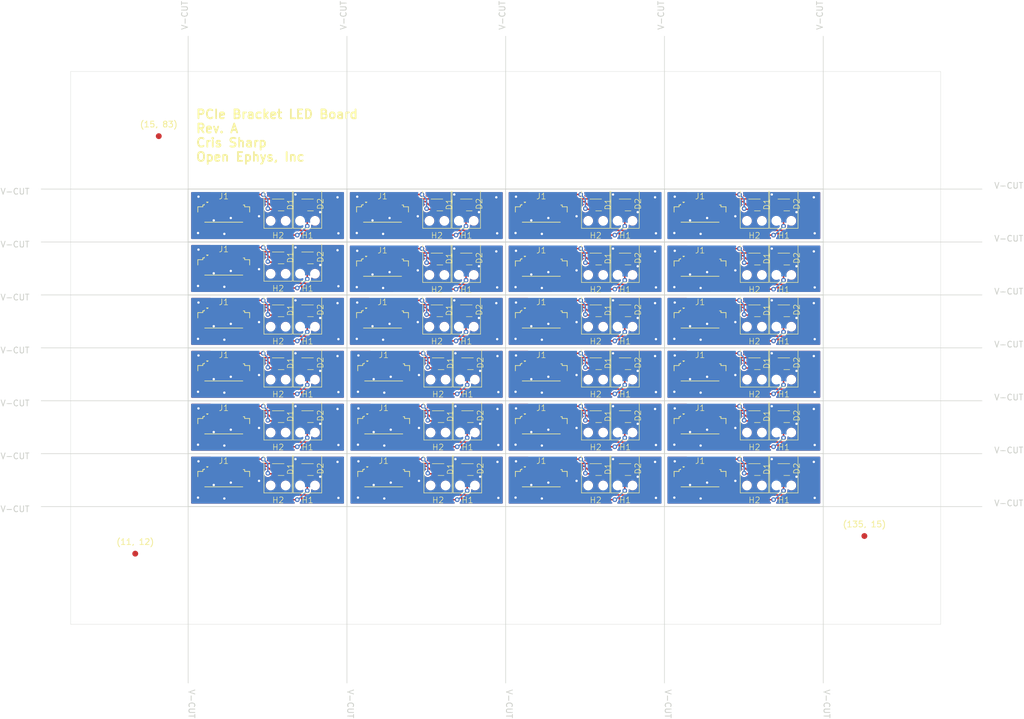
<source format=kicad_pcb>
(kicad_pcb (version 20221018) (generator pcbnew)
  (title_block (title "PCIe Bracket LED Board") (rev "A") (company "Open Ephys, Inc") (comment 1 "Cris Sharp"))
  (layers (0 "F.Cu" signal) (31 "B.Cu" signal) (34 "B.Paste" user) (35 "F.Paste" user) (36 "B.SilkS" user "B.Silkscreen") (37 "F.SilkS" user "F.Silkscreen") (38 "B.Mask" user) (39 "F.Mask" user) (44 "Edge.Cuts" user))
  (net 0 "")
  (net 1 "/G1")
  (net 2 "/R1")
  (net 3 "/B1")
  (net 4 "/G2")
  (net 5 "/R2")
  (net 6 "/B2")
  (net 7 "GND")
  (footprint "Open Ephys:EVERLIGHT_6-SMD-1.6x1.6" (layer "F.Cu") (at 255.2492 140.97776 180)
    (fp_text reference "D1")
    (fp_text value "LED_RGB")
  )
  (footprint "Open Ephys:BIVAR_SLP3-150-100-R" (layer "F.Cu") (at 206.4492 170.67776 180)
    (fp_text reference "H1")
    (fp_text value "SLP3-150-100-R")
  )
  (footprint "Open Ephys:BIVAR_SLP3-150-100-R" (layer "F.Cu") (at 206.2492 134.87776 180)
    (fp_text reference "H1")
    (fp_text value "SLP3-150-100-R")
  )
  (footprint "Open Ephys:JST_SM08B-SURS-TF(LF)(SN)" (layer "F.Cu") (at 165 142.5)
    (fp_text reference "J1")
    (fp_text value "SM08B-SURS-TF(LF)(SN)")
  )
  (footprint "Open Ephys:JST_SM08B-SURS-TF(LF)(SN)" (layer "F.Cu") (at 219 151.5)
    (fp_text reference "J1")
    (fp_text value "SM08B-SURS-TF(LF)(SN)")
  )
  (footprint "Open Ephys:EVERLIGHT_6-SMD-1.6x1.6" (layer "F.Cu") (at 179.2492 122.97776 180)
    (fp_text reference "D2")
    (fp_text value "LED_RGB")
  )
  (footprint "Open Ephys:JST_SM08B-SURS-TF(LF)(SN)" (layer "F.Cu") (at 219 124.5)
    (fp_text reference "J1")
    (fp_text value "SM08B-SURS-TF(LF)(SN)")
  )
  (footprint "Open Ephys:EVERLIGHT_6-SMD-1.6x1.6" (layer "F.Cu") (at 206.2492 122.97776 180)
    (fp_text reference "D2")
    (fp_text value "LED_RGB")
  )
  (footprint "Open Ephys:EVERLIGHT_6-SMD-1.6x1.6" (layer "F.Cu") (at 174.2492 167.97776 180)
    (fp_text reference "D1")
    (fp_text value "LED_RGB")
  )
  (footprint "Open Ephys:JST_SM08B-SURS-TF(LF)(SN)" (layer "F.Cu") (at 246 160.5)
    (fp_text reference "J1")
    (fp_text value "SM08B-SURS-TF(LF)(SN)")
  )
  (footprint "Open Ephys:BIVAR_SLP3-150-100-R" (layer "F.Cu") (at 233.2492 170.67776 180)
    (fp_text reference "H1")
    (fp_text value "SLP3-150-100-R")
  )
  (footprint "Open Ephys:BIVAR_SLP3-150-100-R" (layer "F.Cu") (at 228.2492 143.67776 180)
    (fp_text reference "H2")
    (fp_text value "SLP3-150-100-R")
  )
  (footprint "Open Ephys:EVERLIGHT_6-SMD-1.6x1.6" (layer "F.Cu") (at 201.2492 132.17776 180)
    (fp_text reference "D1")
    (fp_text value "LED_RGB")
  )
  (footprint "Open Ephys:EVERLIGHT_6-SMD-1.6x1.6" (layer "F.Cu") (at 228.2492 132.17776 180)
    (fp_text reference "D1")
    (fp_text value "LED_RGB")
  )
  (footprint "Open Ephys:BIVAR_SLP3-150-100-R" (layer "F.Cu") (at 201.2492 125.67776 180)
    (fp_text reference "H2")
    (fp_text value "SLP3-150-100-R")
  )
  (footprint "Open Ephys:EVERLIGHT_6-SMD-1.6x1.6" (layer "F.Cu") (at 255.2492 122.97776 180)
    (fp_text reference "D1")
    (fp_text value "LED_RGB")
  )
  (footprint "Open Ephys:BIVAR_SLP3-150-100-R" (layer "F.Cu") (at 233.2492 143.67776 180)
    (fp_text reference "H1")
    (fp_text value "SLP3-150-100-R")
  )
  (footprint "Open Ephys:BIVAR_SLP3-150-100-R" (layer "F.Cu") (at 174.2492 143.67776 180)
    (fp_text reference "H2")
    (fp_text value "SLP3-150-100-R")
  )
  (footprint "Open Ephys:BIVAR_SLP3-150-100-R" (layer "F.Cu") (at 260.2492 152.67776 180)
    (fp_text reference "H1")
    (fp_text value "SLP3-150-100-R")
  )
  (footprint "Open Ephys:JST_SM08B-SURS-TF(LF)(SN)" (layer "F.Cu") (at 192 124.5)
    (fp_text reference "J1")
    (fp_text value "SM08B-SURS-TF(LF)(SN)")
  )
  (footprint "Open Ephys:EVERLIGHT_6-SMD-1.6x1.6" (layer "F.Cu") (at 233.2492 132.17776 180)
    (fp_text reference "D2")
    (fp_text value "LED_RGB")
  )
  (footprint "Open Ephys:BIVAR_SLP3-150-100-R" (layer "F.Cu") (at 255.2492 161.67776 180)
    (fp_text reference "H2")
    (fp_text value "SLP3-150-100-R")
  )
  (footprint "Open Ephys:EVERLIGHT_6-SMD-1.6x1.6" (layer "F.Cu") (at 174.2492 140.97776 180)
    (fp_text reference "D1")
    (fp_text value "LED_RGB")
  )
  (footprint "Open Ephys:EVERLIGHT_6-SMD-1.6x1.6" (layer "F.Cu") (at 201.4492 167.97776 180)
    (fp_text reference "D1")
    (fp_text value "LED_RGB")
  )
  (footprint "Open Ephys:EVERLIGHT_6-SMD-1.6x1.6" (layer "F.Cu") (at 174.2492 149.97776 180)
    (fp_text reference "D1")
    (fp_text value "LED_RGB")
  )
  (footprint "Open Ephys:EVERLIGHT_6-SMD-1.6x1.6" (layer "F.Cu") (at 179.2492 131.97776 180)
    (fp_text reference "D2")
    (fp_text value "LED_RGB")
  )
  (footprint "Open Ephys:BIVAR_SLP3-150-100-R" (layer "F.Cu") (at 174.2492 170.67776 180)
    (fp_text reference "H2")
    (fp_text value "SLP3-150-100-R")
  )
  (footprint "Open Ephys:JST_SM08B-SURS-TF(LF)(SN)" (layer "F.Cu") (at 192 133.7)
    (fp_text reference "J1")
    (fp_text value "SM08B-SURS-TF(LF)(SN)")
  )
  (footprint "Open Ephys:BIVAR_SLP3-150-100-R" (layer "F.Cu") (at 228.2492 152.67776 180)
    (fp_text reference "H2")
    (fp_text value "SLP3-150-100-R")
  )
  (footprint "Open Ephys:BIVAR_SLP3-150-100-R" (layer "F.Cu") (at 255.2492 170.67776 180)
    (fp_text reference "H2")
    (fp_text value "SLP3-150-100-R")
  )
  (footprint "Open Ephys:EVERLIGHT_6-SMD-1.6x1.6" (layer "F.Cu") (at 233.2492 167.97776 180)
    (fp_text reference "D2")
    (fp_text value "LED_RGB")
  )
  (footprint "Open Ephys:JST_SM08B-SURS-TF(LF)(SN)" (layer "F.Cu") (at 165 133.5)
    (fp_text reference "J1")
    (fp_text value "SM08B-SURS-TF(LF)(SN)")
  )
  (footprint "Open Ephys:EVERLIGHT_6-SMD-1.6x1.6" (layer "F.Cu") (at 206.2492 132.17776 180)
    (fp_text reference "D2")
    (fp_text value "LED_RGB")
  )
  (footprint "Open Ephys:BIVAR_SLP3-150-100-R" (layer "F.Cu") (at 233.2492 152.67776 180)
    (fp_text reference "H1")
    (fp_text value "SLP3-150-100-R")
  )
  (footprint "Open Ephys:BIVAR_SLP3-150-100-R" (layer "F.Cu") (at 206.2492 143.67776 180)
    (fp_text reference "H1")
    (fp_text value "SLP3-150-100-R")
  )
  (footprint "Open Ephys:EVERLIGHT_6-SMD-1.6x1.6" (layer "F.Cu") (at 201.2492 140.97776 180)
    (fp_text reference "D1")
    (fp_text value "LED_RGB")
  )
  (footprint "Open Ephys:EVERLIGHT_6-SMD-1.6x1.6" (layer "F.Cu") (at 179.2492 158.97776 180)
    (fp_text reference "D2")
    (fp_text value "LED_RGB")
  )
  (footprint "Open Ephys:BIVAR_SLP3-150-100-R" (layer "F.Cu") (at 174.2492 161.67776 180)
    (fp_text reference "H2")
    (fp_text value "SLP3-150-100-R")
  )
  (footprint "Open Ephys:BIVAR_SLP3-150-100-R" (layer "F.Cu") (at 174.2492 152.67776 180)
    (fp_text reference "H2")
    (fp_text value "SLP3-150-100-R")
  )
  (footprint "Open Ephys:BIVAR_SLP3-150-100-R" (layer "F.Cu") (at 201.4492 161.67776 180)
    (fp_text reference "H2")
    (fp_text value "SLP3-150-100-R")
  )
  (footprint "Open Ephys:JST_SM08B-SURS-TF(LF)(SN)" (layer "F.Cu") (at 219 160.5)
    (fp_text reference "J1")
    (fp_text value "SM08B-SURS-TF(LF)(SN)")
  )
  (footprint "Open Ephys:BIVAR_SLP3-150-100-R" (layer "F.Cu") (at 260.2492 161.67776 180)
    (fp_text reference "H1")
    (fp_text value "SLP3-150-100-R")
  )
  (footprint "Open Ephys:EVERLIGHT_6-SMD-1.6x1.6" (layer "F.Cu") (at 179.2492 167.97776 180)
    (fp_text reference "D2")
    (fp_text value "LED_RGB")
  )
  (footprint "Open Ephys:JST_SM08B-SURS-TF(LF)(SN)" (layer "F.Cu") (at 219 169.5)
    (fp_text reference "J1")
    (fp_text value "SM08B-SURS-TF(LF)(SN)")
  )
  (footprint "Open Ephys:BIVAR_SLP3-150-100-R" (layer "F.Cu") (at 255.2492 134.87776 180)
    (fp_text reference "H2")
    (fp_text value "SLP3-150-100-R")
  )
  (footprint "Open Ephys:BIVAR_SLP3-150-100-R" (layer "F.Cu") (at 206.4492 161.67776 180)
    (fp_text reference "H1")
    (fp_text value "SLP3-150-100-R")
  )
  (footprint "Open Ephys:EVERLIGHT_6-SMD-1.6x1.6" (layer "F.Cu") (at 206.4492 149.97776 180)
    (fp_text reference "D2")
    (fp_text value "LED_RGB")
  )
  (footprint "Open Ephys:JST_SM08B-SURS-TF(LF)(SN)" (layer "F.Cu") (at 192.2 169.5)
    (fp_text reference "J1")
    (fp_text value "SM08B-SURS-TF(LF)(SN)")
  )
  (footprint "Open Ephys:EVERLIGHT_6-SMD-1.6x1.6" (layer "F.Cu") (at 260.2492 158.97776 180)
    (fp_text reference "D2")
    (fp_text value "LED_RGB")
  )
  (footprint "Open Ephys:BIVAR_SLP3-150-100-R" (layer "F.Cu") (at 206.4492 152.67776 180)
    (fp_text reference "H1")
    (fp_text value "SLP3-150-100-R")
  )
  (footprint "Open Ephys:BIVAR_SLP3-150-100-R" (layer "F.Cu") (at 260.2492 134.87776 180)
    (fp_text reference "H1")
    (fp_text value "SLP3-150-100-R")
  )
  (footprint "Open Ephys:JST_SM08B-SURS-TF(LF)(SN)" (layer "F.Cu") (at 192 142.5)
    (fp_text reference "J1")
    (fp_text value "SM08B-SURS-TF(LF)(SN)")
  )
  (footprint "Open Ephys:EVERLIGHT_6-SMD-1.6x1.6" (layer "F.Cu") (at 260.2492 132.17776 180)
    (fp_text reference "D2")
    (fp_text value "LED_RGB")
  )
  (footprint "Open Ephys:EVERLIGHT_6-SMD-1.6x1.6" (layer "F.Cu") (at 233.2492 149.97776 180)
    (fp_text reference "D2")
    (fp_text value "LED_RGB")
  )
  (footprint "Fiducial:Fiducial_1mm_Mask2mm" (layer "F.Cu") (at 273.9492 179.27776)
    (fp_text reference "(135, 15)")
    (fp_text value "Fiducial_1mm_Mask2mm")
  )
  (footprint "Open Ephys:EVERLIGHT_6-SMD-1.6x1.6" (layer "F.Cu") (at 201.4492 158.97776 180)
    (fp_text reference "D1")
    (fp_text value "LED_RGB")
  )
  (footprint "Open Ephys:BIVAR_SLP3-150-100-R" (layer "F.Cu") (at 201.4492 152.67776 180)
    (fp_text reference "H2")
    (fp_text value "SLP3-150-100-R")
  )
  (footprint "Open Ephys:BIVAR_SLP3-150-100-R" (layer "F.Cu") (at 260.2492 170.67776 180)
    (fp_text reference "H1")
    (fp_text value "SLP3-150-100-R")
  )
  (footprint "Open Ephys:EVERLIGHT_6-SMD-1.6x1.6" (layer "F.Cu") (at 174.2492 158.97776 180)
    (fp_text reference "D1")
    (fp_text value "LED_RGB")
  )
  (footprint "Open Ephys:JST_SM08B-SURS-TF(LF)(SN)" (layer "F.Cu") (at 165 160.5)
    (fp_text reference "J1")
    (fp_text value "SM08B-SURS-TF(LF)(SN)")
  )
  (footprint "Open Ephys:JST_SM08B-SURS-TF(LF)(SN)" (layer "F.Cu") (at 192.2 151.5)
    (fp_text reference "J1")
    (fp_text value "SM08B-SURS-TF(LF)(SN)")
  )
  (footprint "Open Ephys:EVERLIGHT_6-SMD-1.6x1.6" (layer "F.Cu") (at 206.2492 140.97776 180)
    (fp_text reference "D2")
    (fp_text value "LED_RGB")
  )
  (footprint "Open Ephys:JST_SM08B-SURS-TF(LF)(SN)" (layer "F.Cu") (at 165 169.5)
    (fp_text reference "J1")
    (fp_text value "SM08B-SURS-TF(LF)(SN)")
  )
  (footprint "Open Ephys:EVERLIGHT_6-SMD-1.6x1.6" (layer "F.Cu") (at 228.2492 167.97776 180)
    (fp_text reference "D1")
    (fp_text value "LED_RGB")
  )
  (footprint "Open Ephys:BIVAR_SLP3-150-100-R" (layer "F.Cu") (at 179.2492 134.67776 180)
    (fp_text reference "H1")
    (fp_text value "SLP3-150-100-R")
  )
  (footprint "Open Ephys:BIVAR_SLP3-150-100-R" (layer "F.Cu") (at 260.2492 125.67776 180)
    (fp_text reference "H1")
    (fp_text value "SLP3-150-100-R")
  )
  (footprint "Open Ephys:BIVAR_SLP3-150-100-R" (layer "F.Cu") (at 233.2492 134.87776 180)
    (fp_text reference "H1")
    (fp_text value "SLP3-150-100-R")
  )
  (footprint "Open Ephys:EVERLIGHT_6-SMD-1.6x1.6" (layer "F.Cu") (at 179.2492 140.97776 180)
    (fp_text reference "D2")
    (fp_text value "LED_RGB")
  )
  (footprint "Open Ephys:EVERLIGHT_6-SMD-1.6x1.6" (layer "F.Cu") (at 255.2492 149.97776 180)
    (fp_text reference "D1")
    (fp_text value "LED_RGB")
  )
  (footprint "Open Ephys:BIVAR_SLP3-150-100-R" (layer "F.Cu") (at 206.2492 125.67776 180)
    (fp_text reference "H1")
    (fp_text value "SLP3-150-100-R")
  )
  (footprint "Open Ephys:BIVAR_SLP3-150-100-R" (layer "F.Cu") (at 255.2492 152.67776 180)
    (fp_text reference "H2")
    (fp_text value "SLP3-150-100-R")
  )
  (footprint "Open Ephys:BIVAR_SLP3-150-100-R" (layer "F.Cu") (at 260.2492 143.67776 180)
    (fp_text reference "H1")
    (fp_text value "SLP3-150-100-R")
  )
  (footprint "Fiducial:Fiducial_1mm_Mask2mm" (layer "F.Cu") (at 149.9492 182.27776)
    (fp_text reference "(11, 12)")
    (fp_text value "Fiducial_1mm_Mask2mm")
  )
  (footprint "Open Ephys:EVERLIGHT_6-SMD-1.6x1.6" (layer "F.Cu") (at 255.2492 167.97776 180)
    (fp_text reference "D1")
    (fp_text value "LED_RGB")
  )
  (footprint "Open Ephys:BIVAR_SLP3-150-100-R" (layer "F.Cu") (at 228.2492 134.87776 180)
    (fp_text reference "H2")
    (fp_text value "SLP3-150-100-R")
  )
  (footprint "Open Ephys:EVERLIGHT_6-SMD-1.6x1.6" (layer "F.Cu") (at 260.2492 167.97776 180)
    (fp_text reference "D2")
    (fp_text value "LED_RGB")
  )
  (footprint "Open Ephys:BIVAR_SLP3-150-100-R" (layer "F.Cu") (at 201.2492 143.67776 180)
    (fp_text reference "H2")
    (fp_text value "SLP3-150-100-R")
  )
  (footprint "Open Ephys:JST_SM08B-SURS-TF(LF)(SN)" (layer "F.Cu") (at 246 169.5)
    (fp_text reference "J1")
    (fp_text value "SM08B-SURS-TF(LF)(SN)")
  )
  (footprint "Open Ephys:JST_SM08B-SURS-TF(LF)(SN)" (layer "F.Cu") (at 246 124.5)
    (fp_text reference "J1")
    (fp_text value "SM08B-SURS-TF(LF)(SN)")
  )
  (footprint "Open Ephys:EVERLIGHT_6-SMD-1.6x1.6" (layer "F.Cu") (at 174.2492 122.97776 180)
    (fp_text reference "D1")
    (fp_text value "LED_RGB")
  )
  (footprint "Open Ephys:EVERLIGHT_6-SMD-1.6x1.6" (layer "F.Cu") (at 201.4492 149.97776 180)
    (fp_text reference "D1")
    (fp_text value "LED_RGB")
  )
  (footprint "Open Ephys:BIVAR_SLP3-150-100-R" (layer "F.Cu") (at 179.2492 125.67776 180)
    (fp_text reference "H1")
    (fp_text value "SLP3-150-100-R")
  )
  (footprint "Open Ephys:EVERLIGHT_6-SMD-1.6x1.6" (layer "F.Cu") (at 228.2492 122.97776 180)
    (fp_text reference "D1")
    (fp_text value "LED_RGB")
  )
  (footprint "Open Ephys:JST_SM08B-SURS-TF(LF)(SN)" (layer "F.Cu") (at 246 133.7)
    (fp_text reference "J1")
    (fp_text value "SM08B-SURS-TF(LF)(SN)")
  )
  (footprint "Open Ephys:EVERLIGHT_6-SMD-1.6x1.6" (layer "F.Cu") (at 260.2492 140.97776 180)
    (fp_text reference "D2")
    (fp_text value "LED_RGB")
  )
  (footprint "Open Ephys:EVERLIGHT_6-SMD-1.6x1.6" (layer "F.Cu") (at 206.4492 167.97776 180)
    (fp_text reference "D2")
    (fp_text value "LED_RGB")
  )
  (footprint "Open Ephys:BIVAR_SLP3-150-100-R" (layer "F.Cu") (at 233.2492 125.67776 180)
    (fp_text reference "H1")
    (fp_text value "SLP3-150-100-R")
  )
  (footprint "Open Ephys:EVERLIGHT_6-SMD-1.6x1.6" (layer "F.Cu") (at 179.2492 149.97776 180)
    (fp_text reference "D2")
    (fp_text value "LED_RGB")
  )
  (footprint "Open Ephys:BIVAR_SLP3-150-100-R" (layer "F.Cu") (at 228.2492 125.67776 180)
    (fp_text reference "H2")
    (fp_text value "SLP3-150-100-R")
  )
  (footprint "Open Ephys:EVERLIGHT_6-SMD-1.6x1.6" (layer "F.Cu") (at 201.2492 122.97776 180)
    (fp_text reference "D1")
    (fp_text value "LED_RGB")
  )
  (footprint "Open Ephys:EVERLIGHT_6-SMD-1.6x1.6" (layer "F.Cu") (at 260.2492 149.97776 180)
    (fp_text reference "D2")
    (fp_text value "LED_RGB")
  )
  (footprint "Open Ephys:BIVAR_SLP3-150-100-R" (layer "F.Cu") (at 179.2492 170.67776 180)
    (fp_text reference "H1")
    (fp_text value "SLP3-150-100-R")
  )
  (footprint "Open Ephys:EVERLIGHT_6-SMD-1.6x1.6" (layer "F.Cu") (at 206.4492 158.97776 180)
    (fp_text reference "D2")
    (fp_text value "LED_RGB")
  )
  (footprint "Open Ephys:BIVAR_SLP3-150-100-R" (layer "F.Cu") (at 201.4492 170.67776 180)
    (fp_text reference "H2")
    (fp_text value "SLP3-150-100-R")
  )
  (footprint "Open Ephys:EVERLIGHT_6-SMD-1.6x1.6" (layer "F.Cu") (at 233.2492 158.97776 180)
    (fp_text reference "D2")
    (fp_text value "LED_RGB")
  )
  (footprint "Open Ephys:EVERLIGHT_6-SMD-1.6x1.6" (layer "F.Cu") (at 255.2492 158.97776 180)
    (fp_text reference "D1")
    (fp_text value "LED_RGB")
  )
  (footprint "Open Ephys:EVERLIGHT_6-SMD-1.6x1.6" (layer "F.Cu") (at 255.2492 132.17776 180)
    (fp_text reference "D1")
    (fp_text value "LED_RGB")
  )
  (footprint "Open Ephys:EVERLIGHT_6-SMD-1.6x1.6" (layer "F.Cu") (at 174.2492 131.97776 180)
    (fp_text reference "D1")
    (fp_text value "LED_RGB")
  )
  (footprint "Open Ephys:EVERLIGHT_6-SMD-1.6x1.6" (layer "F.Cu") (at 228.2492 158.97776 180)
    (fp_text reference "D1")
    (fp_text value "LED_RGB")
  )
  (footprint "Open Ephys:EVERLIGHT_6-SMD-1.6x1.6" (layer "F.Cu") (at 228.2492 140.97776 180)
    (fp_text reference "D1")
    (fp_text value "LED_RGB")
  )
  (footprint "Open Ephys:BIVAR_SLP3-150-100-R" (layer "F.Cu") (at 228.2492 170.67776 180)
    (fp_text reference "H2")
    (fp_text value "SLP3-150-100-R")
  )
  (footprint "Open Ephys:EVERLIGHT_6-SMD-1.6x1.6" (layer "F.Cu") (at 233.2492 122.97776 180)
    (fp_text reference "D2")
    (fp_text value "LED_RGB")
  )
  (footprint "Open Ephys:BIVAR_SLP3-150-100-R" (layer "F.Cu") (at 228.2492 161.67776 180)
    (fp_text reference "H2")
    (fp_text value "SLP3-150-100-R")
  )
  (footprint "Open Ephys:EVERLIGHT_6-SMD-1.6x1.6" (layer "F.Cu") (at 260.2492 122.97776 180)
    (fp_text reference "D2")
    (fp_text value "LED_RGB")
  )
  (footprint "Open Ephys:EVERLIGHT_6-SMD-1.6x1.6" (layer "F.Cu") (at 233.2492 140.97776 180)
    (fp_text reference "D2")
    (fp_text value "LED_RGB")
  )
  (footprint "Open Ephys:BIVAR_SLP3-150-100-R" (layer "F.Cu") (at 255.2492 143.67776 180)
    (fp_text reference "H2")
    (fp_text value "SLP3-150-100-R")
  )
  (footprint "Open Ephys:BIVAR_SLP3-150-100-R" (layer "F.Cu") (at 233.2492 161.67776 180)
    (fp_text reference "H1")
    (fp_text value "SLP3-150-100-R")
  )
  (footprint "Fiducial:Fiducial_1mm_Mask2mm" (layer "F.Cu") (at 153.9492 111.27776)
    (fp_text reference "(15, 83)")
    (fp_text value "Fiducial_1mm_Mask2mm")
  )
  (footprint "Open Ephys:BIVAR_SLP3-150-100-R" (layer "F.Cu") (at 179.2492 161.67776 180)
    (fp_text reference "H1")
    (fp_text value "SLP3-150-100-R")
  )
  (footprint "Open Ephys:BIVAR_SLP3-150-100-R" (layer "F.Cu") (at 255.2492 125.67776 180)
    (fp_text reference "H2")
    (fp_text value "SLP3-150-100-R")
  )
  (footprint "Open Ephys:BIVAR_SLP3-150-100-R" (layer "F.Cu") (at 179.2492 143.67776 180)
    (fp_text reference "H1")
    (fp_text value "SLP3-150-100-R")
  )
  (footprint "Open Ephys:JST_SM08B-SURS-TF(LF)(SN)" (layer "F.Cu") (at 192.2 160.5)
    (fp_text reference "J1")
    (fp_text value "SM08B-SURS-TF(LF)(SN)")
  )
  (footprint "Open Ephys:JST_SM08B-SURS-TF(LF)(SN)" (layer "F.Cu") (at 246 151.5)
    (fp_text reference "J1")
    (fp_text value "SM08B-SURS-TF(LF)(SN)")
  )
  (footprint "Open Ephys:JST_SM08B-SURS-TF(LF)(SN)" (layer "F.Cu") (at 165 124.5)
    (fp_text reference "J1")
    (fp_text value "SM08B-SURS-TF(LF)(SN)")
  )
  (footprint "Open Ephys:JST_SM08B-SURS-TF(LF)(SN)" (layer "F.Cu") (at 165 151.5)
    (fp_text reference "J1")
    (fp_text value "SM08B-SURS-TF(LF)(SN)")
  )
  (footprint "Open Ephys:BIVAR_SLP3-150-100-R" (layer "F.Cu") (at 201.2492 134.87776 180)
    (fp_text reference "H2")
    (fp_text value "SLP3-150-100-R")
  )
  (footprint "Open Ephys:JST_SM08B-SURS-TF(LF)(SN)" (layer "F.Cu") (at 246 142.5)
    (fp_text reference "J1")
    (fp_text value "SM08B-SURS-TF(LF)(SN)")
  )
  (footprint "Open Ephys:EVERLIGHT_6-SMD-1.6x1.6" (layer "F.Cu") (at 228.2492 149.97776 180)
    (fp_text reference "D1")
    (fp_text value "LED_RGB")
  )
  (footprint "Open Ephys:BIVAR_SLP3-150-100-R" (layer "F.Cu") (at 174.2492 134.67776 180)
    (fp_text reference "H2")
    (fp_text value "SLP3-150-100-R")
  )
  (footprint "Open Ephys:JST_SM08B-SURS-TF(LF)(SN)" (layer "F.Cu") (at 219 142.5)
    (fp_text reference "J1")
    (fp_text value "SM08B-SURS-TF(LF)(SN)")
  )
  (footprint "Open Ephys:BIVAR_SLP3-150-100-R" (layer "F.Cu") (at 179.2492 152.67776 180)
    (fp_text reference "H1")
    (fp_text value "SLP3-150-100-R")
  )
  (footprint "Open Ephys:BIVAR_SLP3-150-100-R" (layer "F.Cu") (at 174.2492 125.67776 180)
    (fp_text reference "H2")
    (fp_text value "SLP3-150-100-R")
  )
  (footprint "Open Ephys:JST_SM08B-SURS-TF(LF)(SN)" (layer "F.Cu") (at 219 133.7)
    (fp_text reference "J1")
    (fp_text value "SM08B-SURS-TF(LF)(SN)")
  )
  (gr_line (start 212.9492 165.27776) (end 239.9492 165.27776) (stroke (width 0.1)) (layer "Edge.Cuts"))
  (gr_line (start 239.9492 156.27776) (end 212.9492 156.27776) (stroke (width 0.1)) (layer "Edge.Cuts"))
  (gr_line (start 212.9492 147.27776) (end 239.9492 147.27776) (stroke (width 0.1)) (layer "Edge.Cuts"))
  (gr_line (start 185.9492 174.27776) (end 158.9492 174.27776) (stroke (width 0.1)) (layer "Edge.Cuts"))
  (gr_line (start 185.9492 147.27776) (end 158.9492 147.27776) (stroke (width 0.1)) (layer "Edge.Cuts"))
  (gr_line (start 158.9492 120.27776) (end 158.9492 129.27776) (stroke (width 0.1)) (layer "Edge.Cuts"))
  (gr_line (start 158.9492 129.27776) (end 158.9492 138.27776) (stroke (width 0.1)) (layer "Edge.Cuts"))
  (gr_line (start 133.9492 120.27776) (end 293.9492 120.27776) (stroke (width 0.1)) (layer "Edge.Cuts"))
  (gr_line (start 212.9492 120.27776) (end 212.9492 129.27776) (stroke (width 0.1)) (layer "Edge.Cuts"))
  (gr_line (start 185.9492 165.27776) (end 158.9492 165.27776) (stroke (width 0.1)) (layer "Edge.Cuts"))
  (gr_line (start 212.9492 120.27776) (end 239.9492 120.27776) (stroke (width 0.1)) (layer "Edge.Cuts"))
  (gr_line (start 212.9492 165.27776) (end 185.9492 165.27776) (stroke (width 0.1)) (layer "Edge.Cuts"))
  (gr_line (start 266.9492 120.27776) (end 266.9492 129.27776) (stroke (width 0.1)) (layer "Edge.Cuts"))
  (gr_line (start 133.9492 147.27776) (end 293.9492 147.27776) (stroke (width 0.1)) (layer "Edge.Cuts"))
  (gr_line (start 158.9492 138.27776) (end 185.9492 138.27776) (stroke (width 0.1)) (layer "Edge.Cuts"))
  (gr_line (start 239.9492 129.27776) (end 266.9492 129.27776) (stroke (width 0.1)) (layer "Edge.Cuts"))
  (gr_line (start 239.9492 120.27776) (end 239.9492 129.27776) (stroke (width 0.1)) (layer "Edge.Cuts"))
  (gr_rect (start 138.9492 100.27776) (end 286.9492 194.27776) (stroke (width 0.05)) (fill none) (layer "Edge.Cuts"))
  (gr_line (start 266.9492 147.27776) (end 266.9492 156.27776) (stroke (width 0.1)) (layer "Edge.Cuts"))
  (gr_line (start 185.9492 156.27776) (end 158.9492 156.27776) (stroke (width 0.1)) (layer "Edge.Cuts"))
  (gr_line (start 185.9492 129.27776) (end 185.9492 138.27776) (stroke (width 0.1)) (layer "Edge.Cuts"))
  (gr_line (start 266.9492 165.27776) (end 239.9492 165.27776) (stroke (width 0.1)) (layer "Edge.Cuts"))
  (gr_line (start 158.9492 147.27776) (end 185.9492 147.27776) (stroke (width 0.1)) (layer "Edge.Cuts"))
  (gr_line (start 158.9492 129.27776) (end 185.9492 129.27776) (stroke (width 0.1)) (layer "Edge.Cuts"))
  (gr_line (start 212.9492 120.27776) (end 212.9492 129.27776) (stroke (width 0.1)) (layer "Edge.Cuts"))
  (gr_line (start 212.9492 156.27776) (end 212.9492 165.27776) (stroke (width 0.1)) (layer "Edge.Cuts"))
  (gr_line (start 158.9492 94.27776) (end 158.9492 204.27776) (stroke (width 0.1)) (layer "Edge.Cuts"))
  (gr_line (start 158.9492 120.27776) (end 158.9492 129.27776) (stroke (width 0.1)) (layer "Edge.Cuts"))
  (gr_line (start 212.9492 138.27776) (end 185.9492 138.27776) (stroke (width 0.1)) (layer "Edge.Cuts"))
  (gr_line (start 239.9492 120.27776) (end 266.9492 120.27776) (stroke (width 0.1)) (layer "Edge.Cuts"))
  (gr_line (start 185.9492 129.27776) (end 185.9492 138.27776) (stroke (width 0.1)) (layer "Edge.Cuts"))
  (gr_line (start 239.9492 138.27776) (end 212.9492 138.27776) (stroke (width 0.1)) (layer "Edge.Cuts"))
  (gr_line (start 266.9492 129.27776) (end 266.9492 138.27776) (stroke (width 0.1)) (layer "Edge.Cuts"))
  (gr_line (start 185.9492 156.27776) (end 185.9492 165.27776) (stroke (width 0.1)) (layer "Edge.Cuts"))
  (gr_line (start 239.9492 138.27776) (end 239.9492 147.27776) (stroke (width 0.1)) (layer "Edge.Cuts"))
  (gr_line (start 239.9492 129.27776) (end 239.9492 138.27776) (stroke (width 0.1)) (layer "Edge.Cuts"))
  (gr_line (start 158.9492 138.27776) (end 158.9492 147.27776) (stroke (width 0.1)) (layer "Edge.Cuts"))
  (gr_line (start 185.9492 147.27776) (end 185.9492 156.27776) (stroke (width 0.1)) (layer "Edge.Cuts"))
  (gr_line (start 212.9492 147.27776) (end 212.9492 156.27776) (stroke (width 0.1)) (layer "Edge.Cuts"))
  (gr_line (start 212.9492 165.27776) (end 212.9492 174.27776) (stroke (width 0.1)) (layer "Edge.Cuts"))
  (gr_line (start 212.9492 138.27776) (end 212.9492 147.27776) (stroke (width 0.1)) (layer "Edge.Cuts"))
  (gr_line (start 185.9492 138.27776) (end 158.9492 138.27776) (stroke (width 0.1)) (layer "Edge.Cuts"))
  (gr_line (start 158.9492 147.27776) (end 158.9492 156.27776) (stroke (width 0.1)) (layer "Edge.Cuts"))
  (gr_line (start 239.9492 129.27776) (end 239.9492 138.27776) (stroke (width 0.1)) (layer "Edge.Cuts"))
  (gr_line (start 185.9492 165.27776) (end 212.9492 165.27776) (stroke (width 0.1)) (layer "Edge.Cuts"))
  (gr_line (start 185.9492 129.27776) (end 158.9492 129.27776) (stroke (width 0.1)) (layer "Edge.Cuts"))
  (gr_line (start 212.9492 147.27776) (end 212.9492 156.27776) (stroke (width 0.1)) (layer "Edge.Cuts"))
  (gr_line (start 212.9492 156.27776) (end 185.9492 156.27776) (stroke (width 0.1)) (layer "Edge.Cuts"))
  (gr_line (start 185.9492 94.27776) (end 185.9492 204.27776) (stroke (width 0.1)) (layer "Edge.Cuts"))
  (gr_line (start 239.9492 129.27776) (end 212.9492 129.27776) (stroke (width 0.1)) (layer "Edge.Cuts"))
  (gr_line (start 239.9492 138.27776) (end 266.9492 138.27776) (stroke (width 0.1)) (layer "Edge.Cuts"))
  (gr_line (start 212.9492 174.27776) (end 185.9492 174.27776) (stroke (width 0.1)) (layer "Edge.Cuts"))
  (gr_line (start 266.9492 147.27776) (end 239.9492 147.27776) (stroke (width 0.1)) (layer "Edge.Cuts"))
  (gr_line (start 266.9492 156.27776) (end 266.9492 165.27776) (stroke (width 0.1)) (layer "Edge.Cuts"))
  (gr_line (start 212.9492 138.27776) (end 212.9492 147.27776) (stroke (width 0.1)) (layer "Edge.Cuts"))
  (gr_line (start 239.9492 120.27776) (end 239.9492 129.27776) (stroke (width 0.1)) (layer "Edge.Cuts"))
  (gr_line (start 158.9492 165.27776) (end 158.9492 174.27776) (stroke (width 0.1)) (layer "Edge.Cuts"))
  (gr_line (start 158.9492 120.27776) (end 185.9492 120.27776) (stroke (width 0.1)) (layer "Edge.Cuts"))
  (gr_line (start 133.9492 156.27776) (end 293.9492 156.27776) (stroke (width 0.1)) (layer "Edge.Cuts"))
  (gr_line (start 185.9492 138.27776) (end 185.9492 147.27776) (stroke (width 0.1)) (layer "Edge.Cuts"))
  (gr_line (start 185.9492 120.27776) (end 185.9492 129.27776) (stroke (width 0.1)) (layer "Edge.Cuts"))
  (gr_line (start 239.9492 174.27776) (end 212.9492 174.27776) (stroke (width 0.1)) (layer "Edge.Cuts"))
  (gr_line (start 158.9492 156.27776) (end 185.9492 156.27776) (stroke (width 0.1)) (layer "Edge.Cuts"))
  (gr_line (start 266.9492 156.27776) (end 239.9492 156.27776) (stroke (width 0.1)) (layer "Edge.Cuts"))
  (gr_line (start 239.9492 147.27776) (end 239.9492 156.27776) (stroke (width 0.1)) (layer "Edge.Cuts"))
  (gr_line (start 212.9492 129.27776) (end 185.9492 129.27776) (stroke (width 0.1)) (layer "Edge.Cuts"))
  (gr_line (start 158.9492 165.27776) (end 185.9492 165.27776) (stroke (width 0.1)) (layer "Edge.Cuts"))
  (gr_line (start 133.9492 165.27776) (end 293.9492 165.27776) (stroke (width 0.1)) (layer "Edge.Cuts"))
  (gr_line (start 239.9492 147.27776) (end 239.9492 156.27776) (stroke (width 0.1)) (layer "Edge.Cuts"))
  (gr_line (start 185.9492 165.27776) (end 185.9492 174.27776) (stroke (width 0.1)) (layer "Edge.Cuts"))
  (gr_line (start 266.9492 138.27776) (end 266.9492 147.27776) (stroke (width 0.1)) (layer "Edge.Cuts"))
  (gr_line (start 185.9492 129.27776) (end 212.9492 129.27776) (stroke (width 0.1)) (layer "Edge.Cuts"))
  (gr_line (start 185.9492 147.27776) (end 185.9492 156.27776) (stroke (width 0.1)) (layer "Edge.Cuts"))
  (gr_line (start 239.9492 165.27776) (end 239.9492 174.27776) (stroke (width 0.1)) (layer "Edge.Cuts"))
  (gr_line (start 212.9492 94.27776) (end 212.9492 204.27776) (stroke (width 0.1)) (layer "Edge.Cuts"))
  (gr_line (start 212.9492 156.27776) (end 212.9492 165.27776) (stroke (width 0.1)) (layer "Edge.Cuts"))
  (gr_line (start 185.9492 138.27776) (end 212.9492 138.27776) (stroke (width 0.1)) (layer "Edge.Cuts"))
  (gr_line (start 266.9492 165.27776) (end 266.9492 174.27776) (stroke (width 0.1)) (layer "Edge.Cuts"))
  (gr_line (start 239.9492 165.27776) (end 239.9492 174.27776) (stroke (width 0.1)) (layer "Edge.Cuts"))
  (gr_line (start 133.9492 174.27776) (end 293.9492 174.27776) (stroke (width 0.1)) (layer "Edge.Cuts"))
  (gr_line (start 212.9492 138.27776) (end 239.9492 138.27776) (stroke (width 0.1)) (layer "Edge.Cuts"))
  (gr_line (start 185.9492 120.27776) (end 212.9492 120.27776) (stroke (width 0.1)) (layer "Edge.Cuts"))
  (gr_line (start 239.9492 165.27776) (end 266.9492 165.27776) (stroke (width 0.1)) (layer "Edge.Cuts"))
  (gr_line (start 239.9492 138.27776) (end 239.9492 147.27776) (stroke (width 0.1)) (layer "Edge.Cuts"))
  (gr_line (start 239.9492 156.27776) (end 239.9492 165.27776) (stroke (width 0.1)) (layer "Edge.Cuts"))
  (gr_line (start 212.9492 129.27776) (end 239.9492 129.27776) (stroke (width 0.1)) (layer "Edge.Cuts"))
  (gr_line (start 212.9492 147.27776) (end 185.9492 147.27776) (stroke (width 0.1)) (layer "Edge.Cuts"))
  (gr_line (start 158.9492 156.27776) (end 158.9492 165.27776) (stroke (width 0.1)) (layer "Edge.Cuts"))
  (gr_line (start 185.9492 165.27776) (end 185.9492 174.27776) (stroke (width 0.1)) (layer "Edge.Cuts"))
  (gr_line (start 239.9492 156.27776) (end 266.9492 156.27776) (stroke (width 0.1)) (layer "Edge.Cuts"))
  (gr_line (start 266.9492 138.27776) (end 239.9492 138.27776) (stroke (width 0.1)) (layer "Edge.Cuts"))
  (gr_line (start 266.9492 94.27776) (end 266.9492 204.27776) (stroke (width 0.1)) (layer "Edge.Cuts"))
  (gr_line (start 185.9492 156.27776) (end 185.9492 165.27776) (stroke (width 0.1)) (layer "Edge.Cuts"))
  (gr_line (start 185.9492 156.27776) (end 212.9492 156.27776) (stroke (width 0.1)) (layer "Edge.Cuts"))
  (gr_line (start 133.9492 129.27776) (end 293.9492 129.27776) (stroke (width 0.1)) (layer "Edge.Cuts"))
  (gr_line (start 239.9492 165.27776) (end 212.9492 165.27776) (stroke (width 0.1)) (layer "Edge.Cuts"))
  (gr_line (start 212.9492 156.27776) (end 239.9492 156.27776) (stroke (width 0.1)) (layer "Edge.Cuts"))
  (gr_line (start 185.9492 129.27776) (end 158.9492 129.27776) (stroke (width 0.1)) (layer "Edge.Cuts"))
  (gr_line (start 185.9492 147.27776) (end 212.9492 147.27776) (stroke (width 0.1)) (layer "Edge.Cuts"))
  (gr_line (start 212.9492 129.27776) (end 212.9492 138.27776) (stroke (width 0.1)) (layer "Edge.Cuts"))
  (gr_line (start 239.9492 147.27776) (end 212.9492 147.27776) (stroke (width 0.1)) (layer "Edge.Cuts"))
  (gr_line (start 239.9492 147.27776) (end 266.9492 147.27776) (stroke (width 0.1)) (layer "Edge.Cuts"))
  (gr_line (start 185.9492 138.27776) (end 185.9492 147.27776) (stroke (width 0.1)) (layer "Edge.Cuts"))
  (gr_line (start 239.9492 156.27776) (end 239.9492 165.27776) (stroke (width 0.1)) (layer "Edge.Cuts"))
  (gr_line (start 212.9492 129.27776) (end 212.9492 138.27776) (stroke (width 0.1)) (layer "Edge.Cuts"))
  (gr_line (start 266.9492 174.27776) (end 239.9492 174.27776) (stroke (width 0.1)) (layer "Edge.Cuts"))
  (gr_line (start 239.9492 94.27776) (end 239.9492 204.27776) (stroke (width 0.1)) (layer "Edge.Cuts"))
  (gr_line (start 266.9492 129.27776) (end 239.9492 129.27776) (stroke (width 0.1)) (layer "Edge.Cuts"))
  (gr_line (start 212.9492 165.27776) (end 212.9492 174.27776) (stroke (width 0.1)) (layer "Edge.Cuts"))
  (gr_line (start 185.9492 120.27776) (end 185.9492 129.27776) (stroke (width 0.1)) (layer "Edge.Cuts"))
  (gr_line (start 133.9492 138.27776) (end 293.9492 138.27776) (stroke (width 0.1)) (layer "Edge.Cuts"))
  (gr_text "PCIe Bracket LED Board\nRev. A\nCris Sharp\nOpen Ephys, Inc" (at 160.1492 115.67776) (layer "F.SilkS") (effects (font (size 1.5 1.5) (thickness 0.3) bold) (justify left bottom)))
  (gr_text "V-CUT" (at 126.9492 130.27776) (layer "Edge.Cuts") (effects (font (size 1 1)) (justify left bottom)))
  (gr_text "V-CUT" (at 295.9492 165.27776) (layer "Edge.Cuts") (effects (font (size 1 1)) (justify left bottom)))
  (gr_text "V-CUT" (at 295.9492 156.27776) (layer "Edge.Cuts") (effects (font (size 1 1)) (justify left bottom)))
  (gr_text "V-CUT" (at 266.9492 205.27776 -90) (layer "Edge.Cuts") (effects (font (size 1 1)) (justify left bottom)))
  (gr_text "V-CUT" (at 295.9492 138.27776) (layer "Edge.Cuts") (effects (font (size 1 1)) (justify left bottom)))
  (gr_text "V-CUT" (at 212.9492 205.27776 -90) (layer "Edge.Cuts") (effects (font (size 1 1)) (justify left bottom)))
  (gr_text "V-CUT" (at 126.9492 157.27776) (layer "Edge.Cuts") (effects (font (size 1 1)) (justify left bottom)))
  (gr_text "V-CUT" (at 185.9492 93.27776 90) (layer "Edge.Cuts") (effects (font (size 1 1)) (justify left bottom)))
  (gr_text "V-CUT" (at 185.9492 205.27776 -90) (layer "Edge.Cuts") (effects (font (size 1 1)) (justify left bottom)))
  (gr_text "V-CUT" (at 212.9492 93.27776 90) (layer "Edge.Cuts") (effects (font (size 1 1)) (justify left bottom)))
  (gr_text "V-CUT" (at 266.9492 93.27776 90) (layer "Edge.Cuts") (effects (font (size 1 1)) (justify left bottom)))
  (gr_text "V-CUT" (at 239.9492 205.27776 -90) (layer "Edge.Cuts") (effects (font (size 1 1)) (justify left bottom)))
  (gr_text "V-CUT" (at 239.9492 93.27776 90) (layer "Edge.Cuts") (effects (font (size 1 1)) (justify left bottom)))
  (gr_text "V-CUT" (at 126.9492 175.27776) (layer "Edge.Cuts") (effects (font (size 1 1)) (justify left bottom)))
  (gr_text "V-CUT" (at 295.9492 120.27776) (layer "Edge.Cuts") (effects (font (size 1 1)) (justify left bottom)))
  (gr_text "V-CUT" (at 126.9492 139.27776) (layer "Edge.Cuts") (effects (font (size 1 1)) (justify left bottom)))
  (gr_text "V-CUT" (at 126.9492 121.27776) (layer "Edge.Cuts") (effects (font (size 1 1)) (justify left bottom)))
  (gr_text "V-CUT" (at 126.9492 148.27776) (layer "Edge.Cuts") (effects (font (size 1 1)) (justify left bottom)))
  (gr_text "V-CUT" (at 295.9492 174.27776) (layer "Edge.Cuts") (effects (font (size 1 1)) (justify left bottom)))
  (gr_text "V-CUT" (at 126.9492 166.27776) (layer "Edge.Cuts") (effects (font (size 1 1)) (justify left bottom)))
  (gr_text "V-CUT" (at 158.9492 205.27776 -90) (layer "Edge.Cuts") (effects (font (size 1 1)) (justify left bottom)))
  (gr_text "V-CUT" (at 295.9492 147.27776) (layer "Edge.Cuts") (effects (font (size 1 1)) (justify left bottom)))
  (gr_text "V-CUT" (at 295.9492 129.27776) (layer "Edge.Cuts") (effects (font (size 1 1)) (justify left bottom)))
  (gr_text "V-CUT" (at 158.9492 93.27776 90) (layer "Edge.Cuts") (effects (font (size 1 1)) (justify left bottom)))
  (segment (start 191.35 148.95) (end 191 149.3) (width 0.25) (layer "F.Cu") (net 1))
  (segment (start 200.5742 122.25276) (end 200.27144 121.95) (width 0.25) (layer "F.Cu") (net 1))
  (segment (start 190.8 131.5) (end 190.8 132.55) (width 0.25) (layer "F.Cu") (net 1))
  (segment (start 217.8 122.3) (end 217.8 123.35) (width 0.25) (layer "F.Cu") (net 1))
  (segment (start 173.27144 166.95) (end 164.15 166.95) (width 0.25) (layer "F.Cu") (net 1))
  (segment (start 244.8 131.5) (end 244.8 132.55) (width 0.25) (layer "F.Cu") (net 1))
  (segment (start 218.15 139.95) (end 217.8 140.3) (width 0.25) (layer "F.Cu") (net 1))
  (segment (start 217.8 167.3) (end 217.8 168.35) (width 0.25) (layer "F.Cu") (net 1))
  (segment (start 254.5742 131.45276) (end 254.27144 131.15) (width 0.25) (layer "F.Cu") (net 1))
  (segment (start 218.15 148.95) (end 217.8 149.3) (width 0.25) (layer "F.Cu") (net 1))
  (segment (start 217.8 140.3) (end 217.8 141.35) (width 0.25) (layer "F.Cu") (net 1))
  (segment (start 227.27144 148.95) (end 218.15 148.95) (width 0.25) (layer "F.Cu") (net 1))
  (segment (start 227.5742 149.25276) (end 227.27144 148.95) (width 0.25) (layer "F.Cu") (net 1))
  (segment (start 254.27144 166.95) (end 245.15 166.95) (width 0.25) (layer "F.Cu") (net 1))
  (segment (start 227.27144 131.15) (end 218.15 131.15) (width 0.25) (layer "F.Cu") (net 1))
  (segment (start 227.5742 158.25276) (end 227.27144 157.95) (width 0.25) (layer "F.Cu") (net 1))
  (segment (start 200.27144 131.15) (end 191.15 131.15) (width 0.25) (layer "F.Cu") (net 1))
  (segment (start 244.8 167.3) (end 244.8 168.35) (width 0.25) (layer "F.Cu") (net 1))
  (segment (start 254.27144 139.95) (end 245.15 139.95) (width 0.25) (layer "F.Cu") (net 1))
  (segment (start 191.15 139.95) (end 190.8 140.3) (width 0.25) (layer "F.Cu") (net 1))
  (segment (start 191 149.3) (end 191 150.35) (width 0.25) (layer "F.Cu") (net 1))
  (segment (start 200.5742 131.45276) (end 200.27144 131.15) (width 0.25) (layer "F.Cu") (net 1))
  (segment (start 163.8 122.3) (end 163.8 123.35) (width 0.25) (layer "F.Cu") (net 1))
  (segment (start 163.8 140.3) (end 163.8 141.35) (width 0.25) (layer "F.Cu") (net 1))
  (segment (start 173.27144 130.95) (end 164.15 130.95) (width 0.25) (layer "F.Cu") (net 1))
  (segment (start 244.8 149.3) (end 244.8 150.35) (width 0.25) (layer "F.Cu") (net 1))
  (segment (start 254.5742 149.25276) (end 254.27144 148.95) (width 0.25) (layer "F.Cu") (net 1))
  (segment (start 164.15 130.95) (end 163.8 131.3) (width 0.25) (layer "F.Cu") (net 1))
  (segment (start 200.7742 149.25276) (end 200.47144 148.95) (width 0.25) (layer "F.Cu") (net 1))
  (segment (start 245.15 148.95) (end 244.8 149.3) (width 0.25) (layer "F.Cu") (net 1))
  (segment (start 163.8 158.3) (end 163.8 159.35) (width 0.25) (layer "F.Cu") (net 1))
  (segment (start 227.27144 121.95) (end 218.15 121.95) (width 0.25) (layer "F.Cu") (net 1))
  (segment (start 218.15 121.95) (end 217.8 122.3) (width 0.25) (layer "F.Cu") (net 1))
  (segment (start 227.5742 167.25276) (end 227.27144 166.95) (width 0.25) (layer "F.Cu") (net 1))
  (segment (start 227.27144 157.95) (end 218.15 157.95) (width 0.25) (layer "F.Cu") (net 1))
  (segment (start 227.27144 139.95) (end 218.15 139.95) (width 0.25) (layer "F.Cu") (net 1))
  (segment (start 245.15 121.95) (end 244.8 122.3) (width 0.25) (layer "F.Cu") (net 1))
  (segment (start 254.27144 157.95) (end 245.15 157.95) (width 0.25) (layer "F.Cu") (net 1))
  (segment (start 200.47144 166.95) (end 191.35 166.95) (width 0.25) (layer "F.Cu") (net 1))
  (segment (start 191 167.3) (end 191 168.35) (width 0.25) (layer "F.Cu") (net 1))
  (segment (start 227.5742 140.25276) (end 227.27144 139.95) (width 0.25) (layer "F.Cu") (net 1))
  (segment (start 164.15 166.95) (end 163.8 167.3) (width 0.25) (layer "F.Cu") (net 1))
  (segment (start 200.27144 139.95) (end 191.15 139.95) (width 0.25) (layer "F.Cu") (net 1))
  (segment (start 173.27144 139.95) (end 164.15 139.95) (width 0.25) (layer "F.Cu") (net 1))
  (segment (start 244.8 158.3) (end 244.8 159.35) (width 0.25) (layer "F.Cu") (net 1))
  (segment (start 163.8 167.3) (end 163.8 168.35) (width 0.25) (layer "F.Cu") (net 1))
  (segment (start 190.8 140.3) (end 190.8 141.35) (width 0.25) (layer "F.Cu") (net 1))
  (segment (start 191.15 121.95) (end 190.8 122.3) (width 0.25) (layer "F.Cu") (net 1))
  (segment (start 218.15 131.15) (end 217.8 131.5) (width 0.25) (layer "F.Cu") (net 1))
  (segment (start 254.27144 148.95) (end 245.15 148.95) (width 0.25) (layer "F.Cu") (net 1))
  (segment (start 163.8 149.3) (end 163.8 150.35) (width 0.25) (layer "F.Cu") (net 1))
  (segment (start 254.27144 121.95) (end 245.15 121.95) (width 0.25) (layer "F.Cu") (net 1))
  (segment (start 173.5742 167.25276) (end 173.27144 166.95) (width 0.25) (layer "F.Cu") (net 1))
  (segment (start 254.27144 131.15) (end 245.15 131.15) (width 0.25) (layer "F.Cu") (net 1))
  (segment (start 254.5742 167.25276) (end 254.27144 166.95) (width 0.25) (layer "F.Cu") (net 1))
  (segment (start 245.15 157.95) (end 244.8 158.3) (width 0.25) (layer "F.Cu") (net 1))
  (segment (start 164.15 157.95) (end 163.8 158.3) (width 0.25) (layer "F.Cu") (net 1))
  (segment (start 191.35 157.95) (end 191 158.3) (width 0.25) (layer "F.Cu") (net 1))
  (segment (start 164.15 148.95) (end 163.8 149.3) (width 0.25) (layer "F.Cu") (net 1))
  (segment (start 200.27144 121.95) (end 191.15 121.95) (width 0.25) (layer "F.Cu") (net 1))
  (segment (start 173.27144 157.95) (end 164.15 157.95) (width 0.25) (layer "F.Cu") (net 1))
  (segment (start 200.5742 140.25276) (end 200.27144 139.95) (width 0.25) (layer "F.Cu") (net 1))
  (segment (start 164.15 139.95) (end 163.8 140.3) (width 0.25) (layer "F.Cu") (net 1))
  (segment (start 227.27144 166.95) (end 218.15 166.95) (width 0.25) (layer "F.Cu") (net 1))
  (segment (start 200.7742 167.25276) (end 200.47144 166.95) (width 0.25) (layer "F.Cu") (net 1))
  (segment (start 217.8 131.5) (end 217.8 132.55) (width 0.25) (layer "F.Cu") (net 1))
  (segment (start 245.15 139.95) (end 244.8 140.3) (width 0.25) (layer "F.Cu") (net 1))
  (segment (start 173.5742 131.25276) (end 173.27144 130.95) (width 0.25) (layer "F.Cu") (net 1))
  (segment (start 173.5742 149.25276) (end 173.27144 148.95) (width 0.25) (layer "F.Cu") (net 1))
  (segment (start 191 158.3) (end 191 159.35) (width 0.25) (layer "F.Cu") (net 1))
  (segment (start 173.5742 140.25276) (end 173.27144 139.95) (width 0.25) (layer "F.Cu") (net 1))
  (segment (start 173.27144 148.95) (end 164.15 148.95) (width 0.25) (layer "F.Cu") (net 1))
  (segment (start 254.5742 158.25276) (end 254.27144 157.95) (width 0.25) (layer "F.Cu") (net 1))
  (segment (start 227.5742 122.25276) (end 227.27144 121.95) (width 0.25) (layer "F.Cu") (net 1))
  (segment (start 254.5742 140.25276) (end 254.27144 139.95) (width 0.25) (layer "F.Cu") (net 1))
  (segment (start 217.8 149.3) (end 217.8 150.35) (width 0.25) (layer "F.Cu") (net 1))
  (segment (start 173.27144 121.95) (end 164.15 121.95) (width 0.25) (layer "F.Cu") (net 1))
  (segment (start 218.15 166.95) (end 217.8 167.3) (width 0.25) (layer "F.Cu") (net 1))
  (segment (start 164.15 121.95) (end 163.8 122.3) (width 0.25) (layer "F.Cu") (net 1))
  (segment (start 244.8 140.3) (end 244.8 141.35) (width 0.25) (layer "F.Cu") (net 1))
  (segment (start 245.15 131.15) (end 244.8 131.5) (width 0.25) (layer "F.Cu") (net 1))
  (segment (start 254.5742 122.25276) (end 254.27144 121.95) (width 0.25) (layer "F.Cu") (net 1))
  (segment (start 200.47144 148.95) (end 191.35 148.95) (width 0.25) (layer "F.Cu") (net 1))
  (segment (start 173.5742 158.25276) (end 173.27144 157.95) (width 0.25) (layer "F.Cu") (net 1))
  (segment (start 200.47144 157.95) (end 191.35 157.95) (width 0.25) (layer "F.Cu") (net 1))
  (segment (start 217.8 158.3) (end 217.8 159.35) (width 0.25) (layer "F.Cu") (net 1))
  (segment (start 245.15 166.95) (end 244.8 167.3) (width 0.25) (layer "F.Cu") (net 1))
  (segment (start 244.8 122.3) (end 244.8 123.35) (width 0.25) (layer "F.Cu") (net 1))
  (segment (start 173.5742 122.25276) (end 173.27144 121.95) (width 0.25) (layer "F.Cu") (net 1))
  (segment (start 227.5742 131.45276) (end 227.27144 131.15) (width 0.25) (layer "F.Cu") (net 1))
  (segment (start 218.15 157.95) (end 217.8 158.3) (width 0.25) (layer "F.Cu") (net 1))
  (segment (start 190.8 122.3) (end 190.8 123.35) (width 0.25) (layer "F.Cu") (net 1))
  (segment (start 191.15 131.15) (end 190.8 131.5) (width 0.25) (layer "F.Cu") (net 1))
  (segment (start 200.7742 158.25276) (end 200.47144 157.95) (width 0.25) (layer "F.Cu") (net 1))
  (segment (start 191.35 166.95) (end 191 167.3) (width 0.25) (layer "F.Cu") (net 1))
  (segment (start 163.8 131.3) (end 163.8 132.35) (width 0.25) (layer "F.Cu") (net 1))
  (segment (start 165.213604 158.4) (end 164.6 159.013604) (width 0.25) (layer "F.Cu") (net 2))
  (segment (start 254.4992 122.97776) (end 253.8992 122.97776) (width 0.25) (layer "F.Cu") (net 2))
  (segment (start 245.6 159.013604) (end 245.6 159.35) (width 0.25) (layer "F.Cu") (net 2))
  (segment (start 254.4992 158.97776) (end 253.8992 158.97776) (width 0.25) (layer "F.Cu") (net 2))
  (segment (start 165.213604 167.4) (end 164.6 168.013604) (width 0.25) (layer "F.Cu") (net 2))
  (segment (start 192.213604 140.4) (end 191.6 141.013604) (width 0.25) (layer "F.Cu") (net 2))
  (segment (start 191.8 150.013604) (end 191.8 150.35) (width 0.25) (layer "F.Cu") (net 2))
  (segment (start 245.6 168.013604) (end 245.6 168.35) (width 0.25) (layer "F.Cu") (net 2))
  (segment (start 172.32144 158.4) (end 165.213604 158.4) (width 0.25) (layer "F.Cu") (net 2))
  (segment (start 199.52144 149.4) (end 192.413604 149.4) (width 0.25) (layer "F.Cu") (net 2))
  (segment (start 172.32144 140.4) (end 165.213604 140.4) (width 0.25) (layer "F.Cu") (net 2))
  (segment (start 227.4992 140.97776) (end 226.8992 140.97776) (width 0.25) (layer "F.Cu") (net 2))
  (segment (start 254.4992 167.97776) (end 253.8992 167.97776) (width 0.25) (layer "F.Cu") (net 2))
  (segment (start 192.413604 149.4) (end 191.8 150.013604) (width 0.25) (layer "F.Cu") (net 2))
  (segment (start 226.32144 149.4) (end 219.213604 149.4) (width 0.25) (layer "F.Cu") (net 2))
  (segment (start 199.32144 140.4) (end 192.213604 140.4) (width 0.25) (layer "F.Cu") (net 2))
  (segment (start 253.32144 158.4) (end 246.213604 158.4) (width 0.25) (layer "F.Cu") (net 2))
  (segment (start 253.8992 122.97776) (end 253.32144 122.4) (width 0.25) (layer "F.Cu") (net 2))
  (segment (start 164.6 141.013604) (end 164.6 141.35) (width 0.25) (layer "F.Cu") (net 2))
  (segment (start 219.213604 149.4) (end 218.6 150.013604) (width 0.25) (layer "F.Cu") (net 2))
  (segment (start 200.0992 167.97776) (end 199.52144 167.4) (width 0.25) (layer "F.Cu") (net 2))
  (segment (start 173.4992 131.97776) (end 172.8992 131.97776) (width 0.25) (layer "F.Cu") (net 2))
  (segment (start 219.213604 167.4) (end 218.6 168.013604) (width 0.25) (layer "F.Cu") (net 2))
  (segment (start 226.8992 132.17776) (end 226.32144 131.6) (width 0.25) (layer "F.Cu") (net 2))
  (segment (start 165.213604 131.4) (end 164.6 132.013604) (width 0.25) (layer "F.Cu") (net 2))
  (segment (start 245.6 141.013604) (end 245.6 141.35) (width 0.25) (layer "F.Cu") (net 2))
  (segment (start 219.213604 122.4) (end 218.6 123.013604) (width 0.25) (layer "F.Cu") (net 2))
  (segment (start 172.32144 131.4) (end 165.213604 131.4) (width 0.25) (layer "F.Cu") (net 2))
  (segment (start 226.32144 131.6) (end 219.213604 131.6) (width 0.25) (layer "F.Cu") (net 2))
  (segment (start 199.8992 122.97776) (end 199.32144 122.4) (width 0.25) (layer "F.Cu") (net 2))
  (segment (start 254.4992 149.97776) (end 253.8992 149.97776) (width 0.25) (layer "F.Cu") (net 2))
  (segment (start 246.213604 167.4) (end 245.6 168.013604) (width 0.25) (layer "F.Cu") (net 2))
  (segment (start 192.213604 122.4) (end 191.6 123.013604) (width 0.25) (layer "F.Cu") (net 2))
  (segment (start 226.32144 122.4) (end 219.213604 122.4) (width 0.25) (layer "F.Cu") (net 2))
  (segment (start 165.213604 140.4) (end 164.6 141.013604) (width 0.25) (layer "F.Cu") (net 2))
  (segment (start 200.4992 132.17776) (end 199.8992 132.17776) (width 0.25) (layer "F.Cu") (net 2))
  (segment (start 246.213604 122.4) (end 245.6 123.013604) (width 0.25) (layer "F.Cu") (net 2))
  (segment (start 219.213604 131.6) (end 218.6 132.213604) (width 0.25) (layer "F.Cu") (net 2))
  (segment (start 200.0992 158.97776) (end 199.52144 158.4) (width 0.25) (layer "F.Cu") (net 2))
  (segment (start 164.6 150.013604) (end 164.6 150.35) (width 0.25) (layer "F.Cu") (net 2))
  (segment (start 164.6 132.013604) (end 164.6 132.35) (width 0.25) (layer "F.Cu") (net 2))
  (segment (start 226.8992 122.97776) (end 226.32144 122.4) (width 0.25) (layer "F.Cu") (net 2))
  (segment (start 246.213604 149.4) (end 245.6 150.013604) (width 0.25) (layer "F.Cu") (net 2))
  (segment (start 172.8992 140.97776) (end 172.32144 140.4) (width 0.25) (layer "F.Cu") (net 2))
  (segment (start 199.32144 122.4) (end 192.213604 122.4) (width 0.25) (layer "F.Cu") (net 2))
  (segment (start 173.4992 140.97776) (end 172.8992 140.97776) (width 0.25) (layer "F.Cu") (net 2))
  (segment (start 172.32144 149.4) (end 165.213604 149.4) (width 0.25) (layer "F.Cu") (net 2))
  (segment (start 199.8992 140.97776) (end 199.32144 140.4) (width 0.25) (layer "F.Cu") (net 2))
  (segment (start 227.4992 167.97776) (end 226.8992 167.97776) (width 0.25) (layer "F.Cu") (net 2))
  (segment (start 226.32144 167.4) (end 219.213604 167.4) (width 0.25) (layer "F.Cu") (net 2))
  (segment (start 172.8992 167.97776) (end 172.32144 167.4) (width 0.25) (layer "F.Cu") (net 2))
  (segment (start 245.6 132.213604) (end 245.6 132.55) (width 0.25) (layer "F.Cu") (net 2))
  (segment (start 253.8992 140.97776) (end 253.32144 140.4) (width 0.25) (layer "F.Cu") (net 2))
  (segment (start 218.6 168.013604) (end 218.6 168.35) (width 0.25) (layer "F.Cu") (net 2))
  (segment (start 191.8 168.013604) (end 191.8 168.35) (width 0.25) (layer "F.Cu") (net 2))
  (segment (start 199.32144 131.6) (end 192.213604 131.6) (width 0.25) (layer "F.Cu") (net 2))
  (segment (start 253.8992 158.97776) (end 253.32144 158.4) (width 0.25) (layer "F.Cu") (net 2))
  (segment (start 253.8992 149.97776) (end 253.32144 149.4) (width 0.25) (layer "F.Cu") (net 2))
  (segment (start 192.213604 131.6) (end 191.6 132.213604) (width 0.25) (layer "F.Cu") (net 2))
  (segment (start 245.6 150.013604) (end 245.6 150.35) (width 0.25) (layer "F.Cu") (net 2))
  (segment (start 245.6 123.013604) (end 245.6 123.35) (width 0.25) (layer "F.Cu") (net 2))
  (segment (start 172.8992 158.97776) (end 172.32144 158.4) (width 0.25) (layer "F.Cu") (net 2))
  (segment (start 227.4992 132.17776) (end 226.8992 132.17776) (width 0.25) (layer "F.Cu") (net 2))
  (segment (start 246.213604 131.6) (end 245.6 132.213604) (width 0.25) (layer "F.Cu") (net 2))
  (segment (start 218.6 150.013604) (end 218.6 150.35) (width 0.25) (layer "F.Cu") (net 2))
  (segment (start 254.4992 132.17776) (end 253.8992 132.17776) (width 0.25) (layer "F.Cu") (net 2))
  (segment (start 253.8992 132.17776) (end 253.32144 131.6) (width 0.25) (layer "F.Cu") (net 2))
  (segment (start 226.8992 149.97776) (end 226.32144 149.4) (width 0.25) (layer "F.Cu") (net 2))
  (segment (start 191.6 123.013604) (end 191.6 123.35) (width 0.25) (layer "F.Cu") (net 2))
  (segment (start 227.4992 158.97776) (end 226.8992 158.97776) (width 0.25) (layer "F.Cu") (net 2))
  (segment (start 253.32144 122.4) (end 246.213604 122.4) (width 0.25) (layer "F.Cu") (net 2))
  (segment (start 200.4992 140.97776) (end 199.8992 140.97776) (width 0.25) (layer "F.Cu") (net 2))
  (segment (start 200.6992 149.97776) (end 200.0992 149.97776) (width 0.25) (layer "F.Cu") (net 2))
  (segment (start 253.32144 131.6) (end 246.213604 131.6) (width 0.25) (layer "F.Cu") (net 2))
  (segment (start 253.32144 149.4) (end 246.213604 149.4) (width 0.25) (layer "F.Cu") (net 2))
  (segment (start 200.6992 167.97776) (end 200.0992 167.97776) (width 0.25) (layer "F.Cu") (net 2))
  (segment (start 165.213604 122.4) (end 164.6 123.013604) (width 0.25) (layer "F.Cu") (net 2))
  (segment (start 226.8992 140.97776) (end 226.32144 140.4) (width 0.25) (layer "F.Cu") (net 2))
  (segment (start 253.8992 167.97776) (end 253.32144 167.4) (width 0.25) (layer "F.Cu") (net 2))
  (segment (start 200.0992 149.97776) (end 199.52144 149.4) (width 0.25) (layer "F.Cu") (net 2))
  (segment (start 191.8 159.013604) (end 191.8 159.35) (width 0.25) (layer "F.Cu") (net 2))
  (segment (start 199.52144 158.4) (end 192.413604 158.4) (width 0.25) (layer "F.Cu") (net 2))
  (segment (start 246.213604 140.4) (end 245.6 141.013604) (width 0.25) (layer "F.Cu") (net 2))
  (segment (start 173.4992 158.97776) (end 172.8992 158.97776) (width 0.25) (layer "F.Cu") (net 2))
  (segment (start 254.4992 140.97776) (end 253.8992 140.97776) (width 0.25) (layer "F.Cu") (net 2))
  (segment (start 218.6 159.013604) (end 218.6 159.35) (width 0.25) (layer "F.Cu") (net 2))
  (segment (start 199.52144 167.4) (end 192.413604 167.4) (width 0.25) (layer "F.Cu") (net 2))
  (segment (start 173.4992 122.97776) (end 172.8992 122.97776) (width 0.25) (layer "F.Cu") (net 2))
  (segment (start 164.6 159.013604) (end 164.6 159.35) (width 0.25) (layer "F.Cu") (net 2))
  (segment (start 172.32144 167.4) (end 165.213604 167.4) (width 0.25) (layer "F.Cu") (net 2))
  (segment (start 226.8992 167.97776) (end 226.32144 167.4) (width 0.25) (layer "F.Cu") (net 2))
  (segment (start 173.4992 149.97776) (end 172.8992 149.97776) (width 0.25) (layer "F.Cu") (net 2))
  (segment (start 218.6 132.213604) (end 218.6 132.55) (width 0.25) (layer "F.Cu") (net 2))
  (segment (start 219.213604 140.4) (end 218.6 141.013604) (width 0.25) (layer "F.Cu") (net 2))
  (segment (start 172.8992 149.97776) (end 172.32144 149.4) (width 0.25) (layer "F.Cu") (net 2))
  (segment (start 172.8992 131.97776) (end 172.32144 131.4) (width 0.25) (layer "F.Cu") (net 2))
  (segment (start 172.32144 122.4) (end 165.213604 122.4) (width 0.25) (layer "F.Cu") (net 2))
  (segment (start 246.213604 158.4) (end 245.6 159.013604) (width 0.25) (layer "F.Cu") (net 2))
  (segment (start 199.8992 132.17776) (end 199.32144 131.6) (width 0.25) (layer "F.Cu") (net 2))
  (segment (start 226.32144 158.4) (end 219.213604 158.4) (width 0.25) (layer "F.Cu") (net 2))
  (segment (start 227.4992 149.97776) (end 226.8992 149.97776) (width 0.25) (layer "F.Cu") (net 2))
  (segment (start 253.32144 140.4) (end 246.213604 140.4) (width 0.25) (layer "F.Cu") (net 2))
  (segment (start 226.32144 140.4) (end 219.213604 140.4) (width 0.25) (layer "F.Cu") (net 2))
  (segment (start 164.6 168.013604) (end 164.6 168.35) (width 0.25) (layer "F.Cu") (net 2))
  (segment (start 192.413604 167.4) (end 191.8 168.013604) (width 0.25) (layer "F.Cu") (net 2))
  (segment (start 191.6 141.013604) (end 191.6 141.35) (width 0.25) (layer "F.Cu") (net 2))
  (segment (start 192.413604 158.4) (end 191.8 159.013604) (width 0.25) (layer "F.Cu") (net 2))
  (segment (start 165.213604 149.4) (end 164.6 150.013604) (width 0.25) (layer "F.Cu") (net 2))
  (segment (start 172.8992 122.97776) (end 172.32144 122.4) (width 0.25) (layer "F.Cu") (net 2))
  (segment (start 200.6992 158.97776) (end 200.0992 158.97776) (width 0.25) (layer "F.Cu") (net 2))
  (segment (start 191.6 132.213604) (end 191.6 132.55) (width 0.25) (layer "F.Cu") (net 2))
  (segment (start 218.6 141.013604) (end 218.6 141.35) (width 0.25) (layer "F.Cu") (net 2))
  (segment (start 226.8992 158.97776) (end 226.32144 158.4) (width 0.25) (layer "F.Cu") (net 2))
  (segment (start 253.32144 167.4) (end 246.213604 167.4) (width 0.25) (layer "F.Cu") (net 2))
  (segment (start 173.4992 167.97776) (end 172.8992 167.97776) (width 0.25) (layer "F.Cu") (net 2))
  (segment (start 218.6 123.013604) (end 218.6 123.35) (width 0.25) (layer "F.Cu") (net 2))
  (segment (start 219.213604 158.4) (end 218.6 159.013604) (width 0.25) (layer "F.Cu") (net 2))
  (segment (start 200.4992 122.97776) (end 199.8992 122.97776) (width 0.25) (layer "F.Cu") (net 2))
  (segment (start 227.4992 122.97776) (end 226.8992 122.97776) (width 0.25) (layer "F.Cu") (net 2))
  (segment (start 164.6 123.013604) (end 164.6 123.35) (width 0.25) (layer "F.Cu") (net 2))
  (segment (start 199.80276 150.70276) (end 199.7 150.6) (width 0.25) (layer "F.Cu") (net 3))
  (segment (start 171.7 121.2) (end 163.1 121.2) (width 0.25) (layer "F.Cu") (net 3))
  (segment (start 243.2 167.1) (end 243.2 168.35) (width 0.25) (layer "F.Cu") (net 3))
  (segment (start 200.5742 132.90276) (end 199.60276 132.90276) (width 0.25) (layer "F.Cu") (net 3))
  (segment (start 162.2 158.1) (end 162.2 159.35) (width 0.25) (layer "F.Cu") (net 3))
  (segment (start 243.2 140.1) (end 243.2 141.35) (width 0.25) (layer "F.Cu") (net 3))
  (segment (start 227.5742 168.70276) (end 226.60276 168.70276) (width 0.25) (layer "F.Cu") (net 3))
  (segment (start 189.4 167.1) (end 189.4 168.35) (width 0.25) (layer "F.Cu") (net 3))
  (segment (start 162.2 167.1) (end 162.2 168.35) (width 0.25) (layer "F.Cu") (net 3))
  (segment (start 225.7 139.2) (end 217.1 139.2) (width 0.25) (layer "F.Cu") (net 3))
  (segment (start 217.1 148.2) (end 216.2 149.1) (width 0.25) (layer "F.Cu") (net 3))
  (segment (start 189.2 140.1) (end 189.2 141.35) (width 0.25) (layer "F.Cu") (net 3))
  (segment (start 189.2 131.3) (end 189.2 132.55) (width 0.25) (layer "F.Cu") (net 3))
  (segment (start 163.1 139.2) (end 162.2 140.1) (width 0.25) (layer "F.Cu") (net 3))
  (segment (start 199.60276 141.70276) (end 199.5 141.6) (width 0.25) (layer "F.Cu") (net 3))
  (segment (start 198.9 148.2) (end 190.3 148.2) (width 0.25) (layer "F.Cu") (net 3))
  (segment (start 200.7742 150.70276) (end 199.80276 150.70276) (width 0.25) (layer "F.Cu") (net 3))
  (segment (start 226.60276 132.90276) (end 226.5 132.8) (width 0.25) (layer "F.Cu") (net 3))
  (segment (start 225.7 130.4) (end 217.1 130.4) (width 0.25) (layer "F.Cu") (net 3))
  (segment (start 217.1 139.2) (end 216.2 140.1) (width 0.25) (layer "F.Cu") (net 3))
  (segment (start 172.60276 168.70276) (end 172.5 168.6) (width 0.25) (layer "F.Cu") (net 3))
  (segment (start 173.5742 141.70276) (end 172.60276 141.70276) (width 0.25) (layer "F.Cu") (net 3))
  (segment (start 173.5742 150.70276) (end 172.60276 150.70276) (width 0.25) (layer "F.Cu") (net 3))
  (segment (start 217.1 130.4) (end 216.2 131.3) (width 0.25) (layer "F.Cu") (net 3))
  (segment (start 227.5742 150.70276) (end 226.60276 150.70276) (width 0.25) (layer "F.Cu") (net 3))
  (segment (start 190.1 130.4) (end 189.2 131.3) (width 0.25) (layer "F.Cu") (net 3))
  (segment (start 254.5742 150.70276) (end 253.60276 150.70276) (width 0.25) (layer "F.Cu") (net 3))
  (segment (start 254.5742 132.90276) (end 253.60276 132.90276) (width 0.25) (layer "F.Cu") (net 3))
  (segment (start 200.7742 168.70276) (end 199.80276 168.70276) (width 0.25) (layer "F.Cu") (net 3))
  (segment (start 190.3 148.2) (end 189.4 149.1) (width 0.25) (layer "F.Cu") (net 3))
  (segment (start 225.7 148.2) (end 217.1 148.2) (width 0.25) (layer "F.Cu") (net 3))
  (segment (start 226.60276 141.70276) (end 226.5 141.6) (width 0.25) (layer "F.Cu") (net 3))
  (segment (start 253.60276 150.70276) (end 253.5 150.6) (width 0.25) (layer "F.Cu") (net 3))
  (segment (start 227.5742 123.70276) (end 226.60276 123.70276) (width 0.25) (layer "F.Cu") (net 3))
  (segment (start 244.1 139.2) (end 243.2 140.1) (width 0.25) (layer "F.Cu") (net 3))
  (segment (start 217.1 166.2) (end 216.2 167.1) (width 0.25) (layer "F.Cu") (net 3))
  (segment (start 198.7 121.2) (end 190.1 121.2) (width 0.25) (layer "F.Cu") (net 3))
  (segment (start 173.5742 159.70276) (end 172.60276 159.70276) (width 0.25) (layer "F.Cu") (net 3))
  (segment (start 172.60276 141.70276) (end 172.5 141.6) (width 0.25) (layer "F.Cu") (net 3))
  (segment (start 162.2 140.1) (end 162.2 141.35) (width 0.25) (layer "F.Cu") (net 3))
  (segment (start 254.5742 168.70276) (end 253.60276 168.70276) (width 0.25) (layer "F.Cu") (net 3))
  (segment (start 162.2 131.1) (end 162.2 132.35) (width 0.25) (layer "F.Cu") (net 3))
  (segment (start 198.9 157.2) (end 190.3 157.2) (width 0.25) (layer "F.Cu") (net 3))
  (segment (start 198.9 166.2) (end 190.3 166.2) (width 0.25) (layer "F.Cu") (net 3))
  (segment (start 254.5742 123.70276) (end 253.60276 123.70276) (width 0.25) (layer "F.Cu") (net 3))
  (segment (start 190.3 166.2) (end 189.4 167.1) (width 0.25) (layer "F.Cu") (net 3))
  (segment (start 216.2 131.3) (end 216.2 132.55) (width 0.25) (layer "F.Cu") (net 3))
  (segment (start 252.7 157.2) (end 244.1 157.2) (width 0.25) (layer "F.Cu") (net 3))
  (segment (start 216.2 158.1) (end 216.2 159.35) (width 0.25) (layer "F.Cu") (net 3))
  (segment (start 252.7 166.2) (end 244.1 166.2) (width 0.25) (layer "F.Cu") (net 3))
  (segment (start 252.7 139.2) (end 244.1 139.2) (width 0.25) (layer "F.Cu") (net 3))
  (segment (start 253.60276 159.70276) (end 253.5 159.6) (width 0.25) (layer "F.Cu") (net 3))
  (segment (start 244.1 166.2) (end 243.2 167.1) (width 0.25) (layer "F.Cu") (net 3))
  (segment (start 173.5742 123.70276) (end 172.60276 123.70276) (width 0.25) (layer "F.Cu") (net 3))
  (segment (start 225.7 157.2) (end 217.1 157.2) (width 0.25) (layer "F.Cu") (net 3))
  (segment (start 171.7 157.2) (end 163.1 157.2) (width 0.25) (layer "F.Cu") (net 3))
  (segment (start 200.5742 141.70276) (end 199.60276 141.70276) (width 0.25) (layer "F.Cu") (net 3))
  (segment (start 199.60276 132.90276) (end 199.5 132.8) (width 0.25) (layer "F.Cu") (net 3))
  (segment (start 190.1 121.2) (end 189.2 122.1) (width 0.25) (layer "F.Cu") (net 3))
  (segment (start 162.2 149.1) (end 162.2 150.35) (width 0.25) (layer "F.Cu") (net 3))
  (segment (start 252.7 121.2) (end 244.1 121.2) (width 0.25) (layer "F.Cu") (net 3))
  (segment (start 216.2 167.1) (end 216.2 168.35) (width 0.25) (layer "F.Cu") (net 3))
  (segment (start 189.4 158.1) (end 189.4 159.35) (width 0.25) (layer "F.Cu") (net 3))
  (segment (start 199.80276 168.70276) (end 199.7 168.6) (width 0.25) (layer "F.Cu") (net 3))
  (segment (start 172.60276 150.70276) (end 172.5 150.6) (width 0.25) (layer "F.Cu") (net 3))
  (segment (start 163.1 166.2) (end 162.2 167.1) (width 0.25) (layer "F.Cu") (net 3))
  (segment (start 253.60276 123.70276) (end 253.5 123.6) (width 0.25) (layer "F.Cu") (net 3))
  (segment (start 190.1 139.2) (end 189.2 140.1) (width 0.25) (layer "F.Cu") (net 3))
  (segment (start 200.7742 159.70276) (end 199.80276 159.70276) (width 0.25) (layer "F.Cu") (net 3))
  (segment (start 227.5742 159.70276) (end 226.60276 159.70276) (width 0.25) (layer "F.Cu") (net 3))
  (segment (start 217.1 121.2) (end 216.2 122.1) (width 0.25) (layer "F.Cu") (net 3))
  (segment (start 198.7 130.4) (end 190.1 130.4) (width 0.25) (layer "F.Cu") (net 3))
  (segment (start 243.2 131.3) (end 243.2 132.55) (width 0.25) (layer "F.Cu") (net 3))
  (segment (start 163.1 148.2) (end 162.2 149.1) (width 0.25) (layer "F.Cu") (net 3))
  (segment (start 244.1 121.2) (end 243.2 122.1) (width 0.25) (layer "F.Cu") (net 3))
  (segment (start 253.60276 141.70276) (end 253.5 141.6) (width 0.25) (layer "F.Cu") (net 3))
  (segment (start 226.60276 168.70276) (end 226.5 168.6) (width 0.25) (layer "F.Cu") (net 3))
  (segment (start 226.60276 159.70276) (end 226.5 159.6) (width 0.25) (layer "F.Cu") (net 3))
  (segment (start 171.7 148.2) (end 163.1 148.2) (width 0.25) (layer "F.Cu") (net 3))
  (segment (start 173.5742 168.70276) (end 172.60276 168.70276) (width 0.25) (layer "F.Cu") (net 3))
  (segment (start 172.60276 132.70276) (end 172.5 132.6) (width 0.25) (layer "F.Cu") (net 3))
  (segment (start 163.1 130.2) (end 162.2 131.1) (width 0.25) (layer "F.Cu") (net 3))
  (segment (start 216.2 149.1) (end 216.2 150.35) (width 0.25) (layer "F.Cu") (net 3))
  (segment (start 243.2 158.1) (end 243.2 159.35) (width 0.25) (layer "F.Cu") (net 3))
  (segment (start 200.5742 123.70276) (end 199.60276 123.70276) (width 0.25) (layer "F.Cu") (net 3))
  (segment (start 244.1 148.2) (end 243.2 149.1) (width 0.25) (layer "F.Cu") (net 3))
  (segment (start 243.2 122.1) (end 243.2 123.35) (width 0.25) (layer "F.Cu") (net 3))
  (segment (start 227.5742 141.70276) (end 226.60276 141.70276) (width 0.25) (layer "F.Cu") (net 3))
  (segment (start 254.5742 141.70276) (end 253.60276 141.70276) (width 0.25) (layer "F.Cu") (net 3))
  (segment (start 189.4 149.1) (end 189.4 150.35) (width 0.25) (layer "F.Cu") (net 3))
  (segment (start 253.60276 132.90276) (end 253.5 132.8) (width 0.25) (layer "F.Cu") (net 3))
  (segment (start 244.1 130.4) (end 243.2 131.3) (width 0.25) (layer "F.Cu") (net 3))
  (segment (start 253.60276 168.70276) (end 253.5 168.6) (width 0.25) (layer "F.Cu") (net 3))
  (segment (start 225.7 121.2) (end 217.1 121.2) (width 0.25) (layer "F.Cu") (net 3))
  (segment (start 162.2 122.1) (end 162.2 123.35) (width 0.25) (layer "F.Cu") (net 3))
  (segment (start 254.5742 159.70276) (end 253.60276 159.70276) (width 0.25) (layer "F.Cu") (net 3))
  (segment (start 243.2 149.1) (end 243.2 150.35) (width 0.25) (layer "F.Cu") (net 3))
  (segment (start 227.5742 132.90276) (end 226.60276 132.90276) (width 0.25) (layer "F.Cu") (net 3))
  (segment (start 199.60276 123.70276) (end 199.5 123.6) (width 0.25) (layer "F.Cu") (net 3))
  (segment (start 171.7 166.2) (end 163.1 166.2) (width 0.25) (layer "F.Cu") (net 3))
  (segment (start 171.7 139.2) (end 163.1 139.2) (width 0.25) (layer "F.Cu") (net 3))
  (segment (start 216.2 122.1) (end 216.2 123.35) (width 0.25) (layer "F.Cu") (net 3))
  (segment (start 190.3 157.2) (end 189.4 158.1) (width 0.25) (layer "F.Cu") (net 3))
  (segment (start 244.1 157.2) (end 243.2 158.1) (width 0.25) (layer "F.Cu") (net 3))
  (segment (start 163.1 121.2) (end 162.2 122.1) (width 0.25) (layer "F.Cu") (net 3))
  (segment (start 216.2 140.1) (end 216.2 141.35) (width 0.25) (layer "F.Cu") (net 3))
  (segment (start 252.7 130.4) (end 244.1 130.4) (width 0.25) (layer "F.Cu") (net 3))
  (segment (start 163.1 157.2) (end 162.2 158.1) (width 0.25) (layer "F.Cu") (net 3))
  (segment (start 198.7 139.2) (end 190.1 139.2) (width 0.25) (layer "F.Cu") (net 3))
  (segment (start 172.60276 123.70276) (end 172.5 123.6) (width 0.25) (layer "F.Cu") (net 3))
  (segment (start 252.7 148.2) (end 244.1 148.2) (width 0.25) (layer "F.Cu") (net 3))
  (segment (start 189.2 122.1) (end 189.2 123.35) (width 0.25) (layer "F.Cu") (net 3))
  (segment (start 173.5742 132.70276) (end 172.60276 132.70276) (width 0.25) (layer "F.Cu") (net 3))
  (segment (start 171.7 130.2) (end 163.1 130.2) (width 0.25) (layer "F.Cu") (net 3))
  (segment (start 225.7 166.2) (end 217.1 166.2) (width 0.25) (layer "F.Cu") (net 3))
  (segment (start 199.80276 159.70276) (end 199.7 159.6) (width 0.25) (layer "F.Cu") (net 3))
  (segment (start 226.60276 150.70276) (end 226.5 150.6) (width 0.25) (layer "F.Cu") (net 3))
  (segment (start 226.60276 123.70276) (end 226.5 123.6) (width 0.25) (layer "F.Cu") (net 3))
  (segment (start 217.1 157.2) (end 216.2 158.1) (width 0.25) (layer "F.Cu") (net 3))
  (segment (start 172.60276 159.70276) (end 172.5 159.6) (width 0.25) (layer "F.Cu") (net 3))
  (via (at 225.7 166.2) (size 0.8) (drill 0.4) (layers "F.Cu" "B.Cu") (net 3))
  (via (at 252.7 130.4) (size 0.8) (drill 0.4) (layers "F.Cu" "B.Cu") (net 3))
  (via (at 226.5 159.6) (size 0.8) (drill 0.4) (layers "F.Cu" "B.Cu") (net 3))
  (via (at 199.7 150.6) (size 0.8) (drill 0.4) (layers "F.Cu" "B.Cu") (net 3))
  (via (at 198.9 157.2) (size 0.8) (drill 0.4) (layers "F.Cu" "B.Cu") (net 3))
  (via (at 253.5 150.6) (size 0.8) (drill 0.4) (layers "F.Cu" "B.Cu") (net 3))
  (via (at 226.5 123.6) (size 0.8) (drill 0.4) (layers "F.Cu" "B.Cu") (net 3))
  (via (at 171.7 121.2) (size 0.8) (drill 0.4) (layers "F.Cu" "B.Cu") (net 3))
  (via (at 172.5 123.6) (size 0.8) (drill 0.4) (layers "F.Cu" "B.Cu") (net 3))
  (via (at 171.7 157.2) (size 0.8) (drill 0.4) (layers "F.Cu" "B.Cu") (net 3))
  (via (at 171.7 139.2) (size 0.8) (drill 0.4) (layers "F.Cu" "B.Cu") (net 3))
  (via (at 252.7 121.2) (size 0.8) (drill 0.4) (layers "F.Cu" "B.Cu") (net 3))
  (via (at 252.7 157.2) (size 0.8) (drill 0.4) (layers "F.Cu" "B.Cu") (net 3))
  (via (at 198.9 148.2) (size 0.8) (drill 0.4) (layers "F.Cu" "B.Cu") (net 3))
  (via (at 172.5 132.6) (size 0.8) (drill 0.4) (layers "F.Cu" "B.Cu") (net 3))
  (via (at 253.5 132.8) (size 0.8) (drill 0.4) (layers "F.Cu" "B.Cu") (net 3))
  (via (at 199.5 123.6) (size 0.8) (drill 0.4) (layers "F.Cu" "B.Cu") (net 3))
  (via (at 226.5 141.6) (size 0.8) (drill 0.4) (layers "F.Cu" "B.Cu") (net 3))
  (via (at 199.7 168.6) (size 0.8) (drill 0.4) (layers "F.Cu" "B.Cu") (net 3))
  (via (at 225.7 139.2) (size 0.8) (drill 0.4) (layers "F.Cu" "B.Cu") (net 3))
  (via (at 172.5 141.6) (size 0.8) (drill 0.4) (layers "F.Cu" "B.Cu") (net 3))
  (via (at 171.7 166.2) (size 0.8) (drill 0.4) (layers "F.Cu" "B.Cu") (net 3))
  (via (at 199.7 159.6) (size 0.8) (drill 0.4) (layers "F.Cu" "B.Cu") (net 3))
  (via (at 226.5 150.6) (size 0.8) (drill 0.4) (layers "F.Cu" "B.Cu") (net 3))
  (via (at 226.5 168.6) (size 0.8) (drill 0.4) (layers "F.Cu" "B.Cu") (net 3))
  (via (at 199.5 132.8) (size 0.8) (drill 0.4) (layers "F.Cu" "B.Cu") (net 3))
  (via (at 225.7 148.2) (size 0.8) (drill 0.4) (layers "F.Cu" "B.Cu") (net 3))
  (via (at 253.5 123.6) (size 0.8) (drill 0.4) (layers "F.Cu" "B.Cu") (net 3))
  (via (at 225.7 121.2) (size 0.8) (drill 0.4) (layers "F.Cu" "B.Cu") (net 3))
  (via (at 252.7 166.2) (size 0.8) (drill 0.4) (layers "F.Cu" "B.Cu") (net 3))
  (via (at 253.5 141.6) (size 0.8) (drill 0.4) (layers "F.Cu" "B.Cu") (net 3))
  (via (at 198.7 121.2) (size 0.8) (drill 0.4) (layers "F.Cu" "B.Cu") (net 3))
  (via (at 171.7 130.2) (size 0.8) (drill 0.4) (layers "F.Cu" "B.Cu") (net 3))
  (via (at 225.7 130.4) (size 0.8) (drill 0.4) (layers "F.Cu" "B.Cu") (net 3))
  (via (at 172.5 168.6) (size 0.8) (drill 0.4) (layers "F.Cu" "B.Cu") (net 3))
  (via (at 226.5 132.8) (size 0.8) (drill 0.4) (layers "F.Cu" "B.Cu") (net 3))
  (via (at 198.7 130.4) (size 0.8) (drill 0.4) (layers "F.Cu" "B.Cu") (net 3))
  (via (at 252.7 139.2) (size 0.8) (drill 0.4) (layers "F.Cu" "B.Cu") (net 3))
  (via (at 253.5 168.6) (size 0.8) (drill 0.4) (layers "F.Cu" "B.Cu") (net 3))
  (via (at 253.5 159.6) (size 0.8) (drill 0.4) (layers "F.Cu" "B.Cu") (net 3))
  (via (at 199.5 141.6) (size 0.8) (drill 0.4) (layers "F.Cu" "B.Cu") (net 3))
  (via (at 172.5 159.6) (size 0.8) (drill 0.4) (layers "F.Cu" "B.Cu") (net 3))
  (via (at 172.5 150.6) (size 0.8) (drill 0.4) (layers "F.Cu" "B.Cu") (net 3))
  (via (at 198.9 166.2) (size 0.8) (drill 0.4) (layers "F.Cu" "B.Cu") (net 3))
  (via (at 225.7 157.2) (size 0.8) (drill 0.4) (layers "F.Cu" "B.Cu") (net 3))
  (via (at 252.7 148.2) (size 0.8) (drill 0.4) (layers "F.Cu" "B.Cu") (net 3))
  (via (at 198.7 139.2) (size 0.8) (drill 0.4) (layers "F.Cu" "B.Cu") (net 3))
  (via (at 171.7 148.2) (size 0.8) (drill 0.4) (layers "F.Cu" "B.Cu") (net 3))
  (segment (start 172.5 140) (end 171.7 139.2) (width 0.25) (layer "B.Cu") (net 3))
  (segment (start 253.5 141.6) (end 253.5 140) (width 0.25) (layer "B.Cu") (net 3))
  (segment (start 226.5 131.2) (end 225.7 130.4) (width 0.25) (layer "B.Cu") (net 3))
  (segment (start 172.5 158) (end 171.7 157.2) (width 0.25) (layer "B.Cu") (net 3))
  (segment (start 253.5 159.6) (end 253.5 158) (width 0.25) (layer "B.Cu") (net 3))
  (segment (start 172.5 167) (end 171.7 166.2) (width 0.25) (layer "B.Cu") (net 3))
  (segment (start 226.5 150.6) (end 226.5 149) (width 0.25) (layer "B.Cu") (net 3))
  (segment (start 199.5 132.8) (end 199.5 131.2) (width 0.25) (layer "B.Cu") (net 3))
  (segment (start 172.5 159.6) (end 172.5 158) (width 0.25) (layer "B.Cu") (net 3))
  (segment (start 253.5 140) (end 252.7 139.2) (width 0.25) (layer "B.Cu") (net 3))
  (segment (start 199.5 122) (end 198.7 121.2) (width 0.25) (layer "B.Cu") (net 3))
  (segment (start 253.5 150.6) (end 253.5 149) (width 0.25) (layer "B.Cu") (net 3))
  (segment (start 253.5 132.8) (end 253.5 131.2) (width 0.25) (layer "B.Cu") (net 3))
  (segment (start 172.5 149) (end 171.7 148.2) (width 0.25) (layer "B.Cu") (net 3))
  (segment (start 253.5 123.6) (end 253.5 122) (width 0.25) (layer "B.Cu") (net 3))
  (segment (start 253.5 167) (end 252.7 166.2) (width 0.25) (layer "B.Cu") (net 3))
  (segment (start 199.5 131.2) (end 198.7 130.4) (width 0.25) (layer "B.Cu") (net 3))
  (segment (start 226.5 158) (end 225.7 157.2) (width 0.25) (layer "B.Cu") (net 3))
  (segment (start 172.5 123.6) (end 172.5 122) (width 0.25) (layer "B.Cu") (net 3))
  (segment (start 199.7 167) (end 198.9 166.2) (width 0.25) (layer "B.Cu") (net 3))
  (segment (start 199.7 149) (end 198.9 148.2) (width 0.25) (layer "B.Cu") (net 3))
  (segment (start 253.5 149) (end 252.7 148.2) (width 0.25) (layer "B.Cu") (net 3))
  (segment (start 226.5 167) (end 225.7 166.2) (width 0.25) (layer "B.Cu") (net 3))
  (segment (start 226.5 140) (end 225.7 139.2) (width 0.25) (layer "B.Cu") (net 3))
  (segment (start 199.5 123.6) (end 199.5 122) (width 0.25) (layer "B.Cu") (net 3))
  (segment (start 172.5 131) (end 171.7 130.2) (width 0.25) (layer "B.Cu") (net 3))
  (segment (start 226.5 168.6) (end 226.5 167) (width 0.25) (layer "B.Cu") (net 3))
  (segment (start 226.5 123.6) (end 226.5 122) (width 0.25) (layer "B.Cu") (net 3))
  (segment (start 253.5 168.6) (end 253.5 167) (width 0.25) (layer "B.Cu") (net 3))
  (segment (start 226.5 122) (end 225.7 121.2) (width 0.25) (layer "B.Cu") (net 3))
  (segment (start 226.5 159.6) (end 226.5 158) (width 0.25) (layer "B.Cu") (net 3))
  (segment (start 172.5 132.6) (end 172.5 131) (width 0.25) (layer "B.Cu") (net 3))
  (segment (start 226.5 149) (end 225.7 148.2) (width 0.25) (layer "B.Cu") (net 3))
  (segment (start 226.5 132.8) (end 226.5 131.2) (width 0.25) (layer "B.Cu") (net 3))
  (segment (start 199.5 141.6) (end 199.5 140) (width 0.25) (layer "B.Cu") (net 3))
  (segment (start 253.5 131.2) (end 252.7 130.4) (width 0.25) (layer "B.Cu") (net 3))
  (segment (start 199.7 158) (end 198.9 157.2) (width 0.25) (layer "B.Cu") (net 3))
  (segment (start 253.5 122) (end 252.7 121.2) (width 0.25) (layer "B.Cu") (net 3))
  (segment (start 199.7 168.6) (end 199.7 167) (width 0.25) (layer "B.Cu") (net 3))
  (segment (start 199.5 140) (end 198.7 139.2) (width 0.25) (layer "B.Cu") (net 3))
  (segment (start 199.7 150.6) (end 199.7 149) (width 0.25) (layer "B.Cu") (net 3))
  (segment (start 172.5 122) (end 171.7 121.2) (width 0.25) (layer "B.Cu") (net 3))
  (segment (start 172.5 150.6) (end 172.5 149) (width 0.25) (layer "B.Cu") (net 3))
  (segment (start 199.7 159.6) (end 199.7 158) (width 0.25) (layer "B.Cu") (net 3))
  (segment (start 172.5 141.6) (end 172.5 140) (width 0.25) (layer "B.Cu") (net 3))
  (segment (start 226.5 141.6) (end 226.5 140) (width 0.25) (layer "B.Cu") (net 3))
  (segment (start 253.5 158) (end 252.7 157.2) (width 0.25) (layer "B.Cu") (net 3))
  (segment (start 172.5 168.6) (end 172.5 167) (width 0.25) (layer "B.Cu") (net 3))
  (segment (start 205.6492 131.45276) (end 206.45098 130.65098) (width 0.25) (layer "F.Cu") (net 4))
  (segment (start 167 153.5) (end 167 150.35) (width 0.25) (layer "F.Cu") (net 4))
  (segment (start 232.6492 140.25276) (end 233.45098 139.45098) (width 0.25) (layer "F.Cu") (net 4))
  (segment (start 208.64822 139.45098) (end 209.61348 140.41624) (width 0.25) (layer "F.Cu") (net 4))
  (segment (start 235.64822 130.65098) (end 236.61348 131.61624) (width 0.25) (layer "F.Cu") (net 4))
  (segment (start 221.8 136.5) (end 221 135.7) (width 0.25) (layer "F.Cu") (net 4))
  (segment (start 205.7742 158.25276) (end 205.8492 158.25276) (width 0.25) (layer "F.Cu") (net 4))
  (segment (start 259.6492 158.25276) (end 260.45098 157.45098) (width 0.25) (layer "F.Cu") (net 4))
  (segment (start 179.45098 139.45098) (end 181.64822 139.45098) (width 0.25) (layer "F.Cu") (net 4))
  (segment (start 232.5742 122.25276) (end 232.6492 122.25276) (width 0.25) (layer "F.Cu") (net 4))
  (segment (start 232.5742 167.25276) (end 232.6492 167.25276) (width 0.25) (layer "F.Cu") (net 4))
  (segment (start 221 162.5) (end 221 159.35) (width 0.25) (layer "F.Cu") (net 4))
  (segment (start 181.64822 121.45098) (end 182.61348 122.41624) (width 0.25) (layer "F.Cu") (net 4))
  (segment (start 236.61348 162.21348) (end 235.52696 163.3) (width 0.25) (layer "F.Cu") (net 4))
  (segment (start 208.64822 121.45098) (end 209.61348 122.41624) (width 0.25) (layer "F.Cu") (net 4))
  (segment (start 235.64822 157.45098) (end 236.61348 158.41624) (width 0.25) (layer "F.Cu") (net 4))
  (segment (start 205.7742 167.25276) (end 205.8492 167.25276) (width 0.25) (layer "F.Cu") (net 4))
  (segment (start 232.5742 140.25276) (end 232.6492 140.25276) (width 0.25) (layer "F.Cu") (net 4))
  (segment (start 221 126.5) (end 221 123.35) (width 0.25) (layer "F.Cu") (net 4))
  (segment (start 209.81348 153.21348) (end 208.72696 154.3) (width 0.25) (layer "F.Cu") (net 4))
  (segment (start 259.6492 140.25276) (end 260.45098 139.45098) (width 0.25) (layer "F.Cu") (net 4))
  (segment (start 208.52696 136.5) (end 194.8 136.5) (width 0.25) (layer "F.Cu") (net 4))
  (segment (start 181.52696 172.3) (end 167.8 172.3) (width 0.25) (layer "F.Cu") (net 4))
  (segment (start 263.61348 162.21348) (end 262.52696 163.3) (width 0.25) (layer "F.Cu") (net 4))
  (segment (start 259.5742 167.25276) (end 259.6492 167.25276) (width 0.25) (layer "F.Cu") (net 4))
  (segment (start 235.52696 145.3) (end 221.8 145.3) (width 0.25) (layer "F.Cu") (net 4))
  (segment (start 233.45098 166.45098) (end 235.64822 166.45098) (width 0.25) (layer "F.Cu") (net 4))
  (segment (start 248.8 163.3) (end 248 162.5) (width 0.25) (layer "F.Cu") (net 4))
  (segment (start 235.52696 163.3) (end 221.8 163.3) (width 0.25) (layer "F.Cu") (net 4))
  (segment (start 209.61348 131.61624) (end 209.61348 135.41348) (width 0.25) (layer "F.Cu") (net 4))
  (segment (start 205.6492 140.25276) (end 206.45098 139.45098) (width 0.25) (layer "F.Cu") (net 4))
  (segment (start 263.61348 167.41624) (end 263.61348 171.21348) (width 0.25) (layer "F.Cu") (net 4))
  (segment (start 262.64822 157.45098) (end 263.61348 158.41624) (width 0.25) (layer "F.Cu") (net 4))
  (segment (start 209.81348 158.41624) (end 209.81348 162.21348) (width 0.25) (layer "F.Cu") (net 4))
  (segment (start 233.45098 157.45098) (end 235.64822 157.45098) (width 0.25) (layer "F.Cu") (net 4))
  (segment (start 182.61348 122.41624) (end 182.61348 126.21348) (width 0.25) (layer "F.Cu") (net 4))
  (segment (start 232.6492 122.25276) (end 233.45098 121.45098) (width 0.25) (layer "F.Cu") (net 4))
  (segment (start 167.8 127.3) (end 167 126.5) (width 0.25) (layer "F.Cu") (net 4))
  (segment (start 221.8 172.3) (end 221 171.5) (width 0.25) (layer "F.Cu") (net 4))
  (segment (start 236.61348 144.21348) (end 235.52696 145.3) (width 0.25) (layer "F.Cu") (net 4))
  (segment (start 209.81348 171.21348) (end 208.72696 172.3) (width 0.25) (layer "F.Cu") (net 4))
  (segment (start 181.52696 136.3) (end 167.8 136.3) (width 0.25) (layer "F.Cu") (net 4))
  (segment (start 248.8 145.3) (end 248 144.5) (width 0.25) (layer "F.Cu") (net 4))
  (segment (start 262.52696 154.3) (end 248.8 154.3) (width 0.25) (layer "F.Cu") (net 4))
  (segment (start 205.8492 167.25276) (end 206.65098 166.45098) (width 0.25) (layer "F.Cu") (net 4))
  (segment (start 181.52696 163.3) (end 167.8 163.3) (width 0.25) (layer "F.Cu") (net 4))
  (segment (start 182.61348 149.41624) (end 182.61348 153.21348) (width 0.25) (layer "F.Cu") (net 4))
  (segment (start 259.5742 149.25276) (end 259.6492 149.25276) (width 0.25) (layer "F.Cu") (net 4))
  (segment (start 194.8 145.3) (end 194 144.5) (width 0.25) (layer "F.Cu") (net 4))
  (segment (start 232.6492 149.25276) (end 233.45098 148.45098) (width 0.25) (layer "F.Cu") (net 4))
  (segment (start 263.61348 126.21348) (end 262.52696 127.3) (width 0.25) (layer "F.Cu") (net 4))
  (segment (start 235.64822 121.45098) (end 236.61348 122.41624) (width 0.25) (layer "F.Cu") (net 4))
  (segment (start 260.45098 166.45098) (end 262.64822 166.45098) (width 0.25) (layer "F.Cu") (net 4))
  (segment (start 182.61348 144.21348) (end 181.52696 145.3) (width 0.25) (layer "F.Cu") (net 4))
  (segment (start 167.8 136.3) (end 167 135.5) (width 0.25) (layer "F.Cu") (net 4))
  (segment (start 263.61348 171.21348) (end 262.52696 172.3) (width 0.25) (layer "F.Cu") (net 4))
  (segment (start 233.45098 139.45098) (end 235.64822 139.45098) (width 0.25) (layer "F.Cu") (net 4))
  (segment (start 248 171.5) (end 248 168.35) (width 0.25) (layer "F.Cu") (net 4))
  (segment (start 208.52696 127.3) (end 194.8 127.3) (width 0.25) (layer "F.Cu") (net 4))
  (segment (start 263.61348 131.61624) (end 263.61348 135.41348) (width 0.25) (layer "F.Cu") (net 4))
  (segment (start 235.64822 148.45098) (end 236.61348 149.41624) (width 0.25) (layer "F.Cu") (net 4))
  (segment (start 248 126.5) (end 248 123.35) (width 0.25) (layer "F.Cu") (net 4))
  (segment (start 206.65098 148.45098) (end 208.84822 148.45098) (width 0.25) (layer "F.Cu") (net 4))
  (segment (start 262.64822 166.45098) (end 263.61348 167.41624) (width 0.25) (layer "F.Cu") (net 4))
  (segment (start 181.64822 139.45098) (end 182.61348 140.41624) (width 0.25) (layer "F.Cu") (net 4))
  (segment (start 233.45098 121.45098) (end 235.64822 121.45098) (width 0.25) (layer "F.Cu") (net 4))
  (segment (start 221.8 163.3) (end 221 162.5) (width 0.25) (layer "F.Cu") (net 4))
  (segment (start 181.52696 154.3) (end 167.8 154.3) (width 0.25) (layer "F.Cu") (net 4))
  (segment (start 178.6492 167.25276) (end 179.45098 166.45098) (width 0.25) (layer "F.Cu") (net 4))
  (segment (start 259.6492 131.45276) (end 260.45098 130.65098) (width 0.25) (layer "F.Cu") (net 4))
  (segment (start 262.52696 145.3) (end 248.8 145.3) (width 0.25) (layer "F.Cu") (net 4))
  (segment (start 259.5742 158.25276) (end 259.6492 158.25276) (width 0.25) (layer "F.Cu") (net 4))
  (segment (start 262.52696 163.3) (end 248.8 163.3) (width 0.25) (layer "F.Cu") (net 4))
  (segment (start 263.61348 140.41624) (end 263.61348 144.21348) (width 0.25) (layer "F.Cu") (net 4))
  (segment (start 208.52696 145.3) (end 194.8 145.3) (width 0.25) (layer "F.Cu") (net 4))
  (segment (start 167 171.5) (end 167 168.35) (width 0.25) (layer "F.Cu") (net 4))
  (segment (start 181.64822 166.45098) (end 182.61348 167.41624) (width 0.25) (layer "F.Cu") (net 4))
  (segment (start 233.45098 148.45098) (end 235.64822 148.45098) (width 0.25) (layer "F.Cu") (net 4))
  (segment (start 259.6492 122.25276) (end 260.45098 121.45098) (width 0.25) (layer "F.Cu") (net 4))
  (segment (start 167.8 172.3) (end 167 171.5) (width 0.25) (layer "F.Cu") (net 4))
  (segment (start 167.8 163.3) (end 167 162.5) (width 0.25) (layer "F.Cu") (net 4))
  (segment (start 182.61348 162.21348) (end 181.52696 163.3) (width 0.25) (layer "F.Cu") (net 4))
  (segment (start 206.45098 121.45098) (end 208.64822 121.45098) (width 0.25) (layer "F.Cu") (net 4))
  (segment (start 195 163.3) (end 194.2 162.5) (width 0.25) (layer "F.Cu") (net 4))
  (segment (start 179.45098 157.45098) (end 181.64822 157.45098) (width 0.25) (layer "F.Cu") (net 4))
  (segment (start 236.61348 140.41624) (end 236.61348 144.21348) (width 0.25) (layer "F.Cu") (net 4))
  (segment (start 167.8 145.3) (end 167 144.5) (width 0.25) (layer "F.Cu") (net 4))
  (segment (start 248 144.5) (end 248 141.35) (width 0.25) (layer "F.Cu") (net 4))
  (segment (start 248.8 136.5) (end 248 135.7) (width 0.25) (layer "F.Cu") (net 4))
  (segment (start 259.5742 131.45276) (end 259.6492 131.45276) (width 0.25) (layer "F.Cu") (net 4))
  (segment (start 209.81348 149.41624) (end 209.81348 153.21348) (width 0.25) (layer "F.Cu") (net 4))
  (segment (start 236.61348 126.21348) (end 235.52696 127.3) (width 0.25) (layer "F.Cu") (net 4))
  (segment (start 178.5742 131.25276) (end 178.6492 131.25276) (width 0.25) (layer "F.Cu") (net 4))
  (segment (start 208.64822 130.65098) (end 209.61348 131.61624) (width 0.25) (layer "F.Cu") (net 4))
  (segment (start 208.84822 166.45098) (end 209.81348 167.41624) (width 0.25) (layer "F.Cu") (net 4))
  (segment (start 209.81348 162.21348) (end 208.72696 163.3) (width 0.25) (layer "F.Cu") (net 4))
  (segment (start 167 135.5) (end 167 132.35) (width 0.25) (layer "F.Cu") (net 4))
  (segment (start 178.5742 122.25276) (end 178.6492 122.25276) (width 0.25) (layer "F.Cu") (net 4))
  (segment (start 167 162.5) (end 167 159.35) (width 0.25) (layer "F.Cu") (net 4))
  (segment (start 208.84822 157.45098) (end 209.81348 158.41624) (width 0.25) (layer "F.Cu") (net 4))
  (segment (start 179.45098 121.45098) (end 181.64822 121.45098) (width 0.25) (layer "F.Cu") (net 4))
  (segment (start 260.45098 139.45098) (end 262.64822 139.45098) (width 0.25) (layer "F.Cu") (net 4))
  (segment (start 178.5742 149.25276) (end 178.6492 149.25276) (width 0.25) (layer "F.Cu") (net 4))
  (segment (start 206.65098 166.45098) (end 208.84822 166.45098) (width 0.25) (layer "F.Cu") (net 4))
  (segment (start 178.5742 158.25276) (end 178.6492 158.25276) (width 0.25) (layer "F.Cu") (net 4))
  (segment (start 236.61348 171.21348) (end 235.52696 172.3) (width 0.25) (layer "F.Cu") (net 4))
  (segment (start 208.84822 148.45098) (end 209.81348 149.41624) (width 0.25) (layer "F.Cu") (net 4))
  (segment (start 206.65098 157.45098) (end 208.84822 157.45098) (width 0.25) (layer "F.Cu") (net 4))
  (segment (start 182.61348 158.41624) (end 182.61348 162.21348) (width 0.25) (layer "F.Cu") (net 4))
  (segment (start 209.61348 122.41624) (end 209.61348 126.21348) (width 0.25) (layer "F.Cu") (net 4))
  (segment (start 233.45098 130.65098) (end 235.64822 130.65098) (width 0.25) (layer "F.Cu") (net 4))
  (segment (start 178.6492 158.25276) (end 179.45098 157.45098) (width 0.25) (layer "F.Cu") (net 4))
  (segment (start 235.52696 154.3) (end 221.8 154.3) (width 0.25) (layer "F.Cu") (net 4))
  (segment (start 263.61348 153.21348) (end 262.52696 154.3) (width 0.25) (layer "F.Cu") (net 4))
  (segment (start 221.8 127.3) (end 221 126.5) (width 0.25) (layer "F.Cu") (net 4))
  (segment (start 236.61348 122.41624) (end 236.61348 126.21348) (width 0.25) (layer "F.Cu") (net 4))
  (segment (start 205.5742 131.45276) (end 205.6492 131.45276) (width 0.25) (layer "F.Cu") (net 4))
  (segment (start 232.5742 158.25276) (end 232.6492 158.25276) (width 0.25) (layer "F.Cu") (net 4))
  (segment (start 181.64822 157.45098) (end 182.61348 158.41624) (width 0.25) (layer "F.Cu") (net 4))
  (segment (start 181.52696 127.3) (end 167.8 127.3) (width 0.25) (layer "F.Cu") (net 4))
  (segment (start 194.2 171.5) (end 194.2 168.35) (width 0.25) (layer "F.Cu") (net 4))
  (segment (start 208.72696 163.3) (end 195 163.3) (width 0.25) (layer "F.Cu") (net 4))
  (segment (start 209.61348 144.21348) (end 208.52696 145.3) (width 0.25) (layer "F.Cu") (net 4))
  (segment (start 236.61348 131.61624) (end 236.61348 135.41348) (width 0.25) (layer "F.Cu") (net 4))
  (segment (start 182.61348 135.21348) (end 181.52696 136.3) (width 0.25) (layer "F.Cu") (net 4))
  (segment (start 235.52696 136.5) (end 221.8 136.5) (width 0.25) (layer "F.Cu") (net 4))
  (segment (start 221 171.5) (end 221 168.35) (width 0.25) (layer "F.Cu") (net 4))
  (segment (start 209.61348 140.41624) (end 209.61348 144.21348) (width 0.25) (layer "F.Cu") (net 4))
  (segment (start 232.6492 158.25276) (end 233.45098 157.45098) (width 0.25) (layer "F.Cu") (net 4))
  (segment (start 209.61348 135.41348) (end 208.52696 136.5) (width 0.25) (layer "F.Cu") (net 4))
  (segment (start 209.81348 167.41624) (end 209.81348 171.21348) (width 0.25) (layer "F.Cu") (net 4))
  (segment (start 235.52696 127.3) (end 221.8 127.3) (width 0.25) (layer "F.Cu") (net 4))
  (segment (start 236.61348 153.21348) (end 235.52696 154.3) (width 0.25) (layer "F.Cu") (net 4))
  (segment (start 178.5742 167.25276) (end 178.6492 167.25276) (width 0.25) (layer "F.Cu") (net 4))
  (segment (start 263.61348 122.41624) (end 263.61348 126.21348) (width 0.25) (layer "F.Cu") (net 4))
  (segment (start 182.61348 126.21348) (end 181.52696 127.3) (width 0.25) (layer "F.Cu") (net 4))
  (segment (start 181.52696 145.3) (end 167.8 145.3) (width 0.25) (layer "F.Cu") (net 4))
  (segment (start 205.7742 149.25276) (end 205.8492 149.25276) (width 0.25) (layer "F.Cu") (net 4))
  (segment (start 179.45098 130.45098) (end 181.64822 130.45098) (width 0.25) (layer "F.Cu") (net 4))
  (segment (start 206.45098 139.45098) (end 208.64822 139.45098) (width 0.25) (layer "F.Cu") (net 4))
  (segment (start 206.45098 130.65098) (end 208.64822 130.65098) (width 0.25) (layer "F.Cu") (net 4))
  (segment (start 195 154.3) (end 194.2 153.5) (width 0.25) (layer "F.Cu") (net 4))
  (segment (start 182.61348 153.21348) (end 181.52696 154.3) (width 0.25) (layer "F.Cu") (net 4))
  (segment (start 232.6492 131.45276) (end 233.45098 130.65098) (width 0.25) (layer "F.Cu") (net 4))
  (segment (start 263.61348 158.41624) (end 263.61348 162.21348) (width 0.25) (layer "F.Cu") (net 4))
  (segment (start 236.61348 167.41624) (end 236.61348 171.21348) (width 0.25) (layer "F.Cu") (net 4))
  (segment (start 205.8492 149.25276) (end 206.65098 148.45098) (width 0.25) (layer "F.Cu") (net 4))
  (segment (start 195 172.3) (end 194.2 171.5) (width 0.25) (layer "F.Cu") (net 4))
  (segment (start 181.64822 148.45098) (end 182.61348 149.41624) (width 0.25) (layer "F.Cu") (net 4))
  (segment (start 178.6492 131.25276) (end 179.45098 130.45098) (width 0.25) (layer "F.Cu") (net 4))
  (segment (start 182.61348 171.21348) (end 181.52696 172.3) (width 0.25) (layer "F.Cu") (net 4))
  (segment (start 235.64822 139.45098) (end 236.61348 140.41624) (width 0.25) (layer "F.Cu") (net 4))
  (segment (start 262.64822 139.45098) (end 263.61348 140.41624) (width 0.25) (layer "F.Cu") (net 4))
  (segment (start 221 144.5) (end 221 141.35) (width 0.25) (layer "F.Cu") (net 4))
  (segment (start 263.61348 144.21348) (end 262.52696 145.3) (width 0.25) (layer "F.Cu") (net 4))
  (segment (start 260.45098 157.45098) (end 262.64822 157.45098) (width 0.25) (layer "F.Cu") (net 4))
  (segment (start 248.8 172.3) (end 248 171.5) (width 0.25) (layer "F.Cu") (net 4))
  (segment (start 194 126.5) (end 194 123.35) (width 0.25) (layer "F.Cu") (net 4))
  (segment (start 259.6492 149.25276) (end 260.45098 148.45098) (width 0.25) (layer "F.Cu") (net 4))
  (segment (start 209.61348 126.21348) (end 208.52696 127.3) (width 0.25) (layer "F.Cu") (net 4))
  (segment (start 205.5742 122.25276) (end 205.6492 122.25276) (width 0.25) (layer "F.Cu") (net 4))
  (segment (start 259.6492 167.25276) (end 260.45098 166.45098) (width 0.25) (layer "F.Cu") (net 4))
  (segment (start 262.64822 130.65098) (end 263.61348 131.61624) (width 0.25) (layer "F.Cu") (net 4))
  (segment (start 221.8 154.3) (end 221 153.5) (width 0.25) (layer "F.Cu") (net 4))
  (segment (start 259.5742 122.25276) (end 259.6492 122.25276) (width 0.25) (layer "F.Cu") (net 4))
  (segment (start 260.45098 148.45098) (end 262.64822 148.45098) (width 0.25) (layer "F.Cu") (net 4))
  (segment (start 194 135.7) (end 194 132.55) (width 0.25) (layer "F.Cu") (net 4))
  (segment (start 178.6492 149.25276) (end 179.45098 148.45098) (width 0.25) (layer "F.Cu") (net 4))
  (segment (start 178.6492 122.25276) (end 179.45098 121.45098) (width 0.25) (layer "F.Cu") (net 4))
  (segment (start 262.52696 136.5) (end 248.8 136.5) (width 0.25) (layer "F.Cu") (net 4))
  (segment (start 182.61348 140.41624) (end 182.61348 144.21348) (width 0.25) (layer "F.Cu") (net 4))
  (segment (start 248 162.5) (end 248 159.35) (width 0.25) (layer "F.Cu") (net 4))
  (segment (start 205.5742 140.25276) (end 205.6492 140.25276) (width 0.25) (layer "F.Cu") (net 4))
  (segment (start 236.61348 158.41624) (end 236.61348 162.21348) (width 0.25) (layer "F.Cu") (net 4))
  (segment (start 181.64822 130.45098) (end 182.61348 131.41624) (width 0.25) (layer "F.Cu") (net 4))
  (segment (start 167 144.5) (end 167 141.35) (width 0.25) (layer "F.Cu") (net 4))
  (segment (start 235.52696 172.3) (end 221.8 172.3) (width 0.25) (layer "F.Cu") (net 4))
  (segment (start 208.72696 154.3) (end 195 154.3) (width 0.25) (layer "F.Cu") (net 4))
  (segment (start 232.5742 131.45276) (end 232.6492 131.45276) (width 0.25) (layer "F.Cu") (net 4))
  (segment (start 248 153.5) (end 248 150.35) (width 0.25) (layer "F.Cu") (net 4))
  (segment (start 232.5742 149.25276) (end 232.6492 149.25276) (width 0.25) (layer "F.Cu") (net 4))
  (segment (start 262.64822 148.45098) (end 263.61348 149.41624) (width 0.25) (layer "F.Cu") (net 4))
  (segment (start 248.8 154.3) (end 248 153.5) (width 0.25) (layer "F.Cu") (net 4))
  (segment (start 182.61348 131.41624) (end 182.61348 135.21348) (width 0.25) (layer "F.Cu") (net 4))
  (segment (start 205.6492 122.25276) (end 206.45098 121.45098) (width 0.25) (layer "F.Cu") (net 4))
  (segment (start 262.52696 127.3) (end 248.8 127.3) (width 0.25) (layer "F.Cu") (net 4))
  (segment (start 221 153.5) (end 221 150.35) (width 0.25) (layer "F.Cu") (net 4))
  (segment (start 235.64822 166.45098) (end 236.61348 167.41624) (width 0.25) (layer "F.Cu") (net 4))
  (segment (start 205.8492 158.25276) (end 206.65098 157.45098) (width 0.25) (layer "F.Cu") (net 4))
  (segment (start 221 135.7) (end 221 132.55) (width 0.25) (layer "F.Cu") (net 4))
  (segment (start 259.5742 140.25276) (end 259.6492 140.25276) (width 0.25) (layer "F.Cu") (net 4))
  (segment (start 167 126.5) (end 167 123.35) (width 0.25) (layer "F.Cu") (net 4))
  (segment (start 208.72696 172.3) (end 195 172.3) (width 0.25) (layer "F.Cu") (net 4))
  (segment (start 194.2 162.5) (end 194.2 159.35) (width 0.25) (layer "F.Cu") (net 4))
  (segment (start 194.8 136.5) (end 194 135.7) (width 0.25) (layer "F.Cu") (net 4))
  (segment (start 167.8 154.3) (end 167 153.5) (width 0.25) (layer "F.Cu") (net 4))
  (segment (start 232.6492 167.25276) (end 233.45098 166.45098) (width 0.25) (layer "F.Cu") (net 4))
  (segment (start 236.61348 135.41348) (end 235.52696 136.5) (width 0.25) (layer "F.Cu") (net 4))
  (segment (start 260.45098 130.65098) (end 262.64822 130.65098) (width 0.25) (layer "F.Cu") (net 4))
  (segment (start 248 135.7) (end 248 132.55) (width 0.25) (layer "F.Cu") (net 4))
  (segment (start 236.61348 149.41624) (end 236.61348 153.21348) (width 0.25) (layer "F.Cu") (net 4))
  (segment (start 263.61348 149.41624) (end 263.61348 153.21348) (width 0.25) (layer "F.Cu") (net 4))
  (segment (start 194.2 153.5) (end 194.2 150.35) (width 0.25) (layer "F.Cu") (net 4))
  (segment (start 179.45098 166.45098) (end 181.64822 166.45098) (width 0.25) (layer "F.Cu") (net 4))
  (segment (start 221.8 145.3) (end 221 144.5) (width 0.25) (layer "F.Cu") (net 4))
  (segment (start 179.45098 148.45098) (end 181.64822 148.45098) (width 0.25) (layer "F.Cu") (net 4))
  (segment (start 182.61348 167.41624) (end 182.61348 171.21348) (width 0.25) (layer "F.Cu") (net 4))
  (segment (start 194.8 127.3) (end 194 126.5) (width 0.25) (layer "F.Cu") (net 4))
  (segment (start 262.52696 172.3) (end 248.8 172.3) (width 0.25) (layer "F.Cu") (net 4))
  (segment (start 194 144.5) (end 194 141.35) (width 0.25) (layer "F.Cu") (net 4))
  (segment (start 178.5742 140.25276) (end 178.6492 140.25276) (width 0.25) (layer "F.Cu") (net 4))
  (segment (start 178.6492 140.25276) (end 179.45098 139.45098) (width 0.25) (layer "F.Cu") (net 4))
  (segment (start 260.45098 121.45098) (end 262.64822 121.45098) (width 0.25) (layer "F.Cu") (net 4))
  (segment (start 263.61348 135.41348) (end 262.52696 136.5) (width 0.25) (layer "F.Cu") (net 4))
  (segment (start 262.64822 121.45098) (end 263.61348 122.41624) (width 0.25) (layer "F.Cu") (net 4))
  (segment (start 248.8 127.3) (end 248 126.5) (width 0.25) (layer "F.Cu") (net 4))
  (segment (start 176.149501 171.850499) (end 176.96265 171.03735) (width 0.25) (layer "F.Cu") (net 5))
  (segment (start 195.918912 162.850499) (end 203.349501 162.850499) (width 0.25) (layer "F.Cu") (net 5))
  (segment (start 257.149501 162.850499) (end 257.96265 162.03735) (width 0.25) (layer "F.Cu") (net 5))
  (segment (start 176.96265 150.83735) (end 177.82224 149.97776) (width 0.25) (layer "F.Cu") (net 5))
  (segment (start 231.82224 167.97776) (end 232.4992 167.97776) (width 0.25) (layer "F.Cu") (net 5))
  (segment (start 194.8 123.35) (end 194.8 125.931587) (width 0.25) (layer "F.Cu") (net 5))
  (segment (start 248.8 159.35) (end 248.8 161.931587) (width 0.25) (layer "F.Cu") (net 5))
  (segment (start 204.82224 140.97776) (end 205.4992 140.97776) (width 0.25) (layer "F.Cu") (net 5))
  (segment (start 230.149501 126.850499) (end 230.96265 126.03735) (width 0.25) (layer "F.Cu") (net 5))
  (segment (start 230.149501 144.850499) (end 230.96265 144.03735) (width 0.25) (layer "F.Cu") (net 5))
  (segment (start 167.8 159.35) (end 167.8 161.931587) (width 0.25) (layer "F.Cu") (net 5))
  (segment (start 204.16265 168.83735) (end 205.02224 167.97776) (width 0.25) (layer "F.Cu") (net 5))
  (segment (start 257.96265 162.03735) (end 257.96265 159.83735) (width 0.25) (layer "F.Cu") (net 5))
  (segment (start 195 159.35) (end 195 161.931587) (width 0.25) (layer "F.Cu") (net 5))
  (segment (start 230.96265 159.83735) (end 231.82224 158.97776) (width 0.25) (layer "F.Cu") (net 5))
  (segment (start 195.918912 171.850499) (end 203.349501 171.850499) (width 0.25) (layer "F.Cu") (net 5))
  (segment (start 167.8 143.931587) (end 168.718912 144.850499) (width 0.25) (layer "F.Cu") (net 5))
  (segment (start 221.8 150.35) (end 221.8 152.931587) (width 0.25) (layer "F.Cu") (net 5))
  (segment (start 221.8 132.55) (end 221.8 135.131587) (width 0.25) (layer "F.Cu") (net 5))
  (segment (start 176.96265 126.03735) (end 176.96265 123.83735) (width 0.25) (layer "F.Cu") (net 5))
  (segment (start 257.96265 135.23735) (end 257.96265 133.03735) (width 0.25) (layer "F.Cu") (net 5))
  (segment (start 203.349501 153.850499) (end 204.16265 153.03735) (width 0.25) (layer "F.Cu") (net 5))
  (segment (start 204.16265 159.83735) (end 205.02224 158.97776) (width 0.25) (layer "F.Cu") (net 5))
  (segment (start 222.718912 153.850499) (end 230.149501 153.850499) (width 0.25) (layer "F.Cu") (net 5))
  (segment (start 257.149501 153.850499) (end 257.96265 153.03735) (width 0.25) (layer "F.Cu") (net 5))
  (segment (start 205.02224 158.97776) (end 205.6992 158.97776) (width 0.25) (layer "F.Cu") (net 5))
  (segment (start 195 168.35) (end 195 170.931587) (width 0.25) (layer "F.Cu") (net 5))
  (segment (start 230.96265 150.83735) (end 231.82224 149.97776) (width 0.25) (layer "F.Cu") (net 5))
  (segment (start 230.96265 126.03735) (end 230.96265 123.83735) (width 0.25) (layer "F.Cu") (net 5))
  (segment (start 194.8 141.35) (end 194.8 143.931587) (width 0.25) (layer "F.Cu") (net 5))
  (segment (start 176.96265 132.83735) (end 177.82224 131.97776) (width 0.25) (layer "F.Cu") (net 5))
  (segment (start 176.149501 135.850499) (end 176.96265 135.03735) (width 0.25) (layer "F.Cu") (net 5))
  (segment (start 230.96265 135.23735) (end 230.96265 133.03735) (width 0.25) (layer "F.Cu") (net 5))
  (segment (start 257.96265 159.83735) (end 258.82224 158.97776) (width 0.25) (layer "F.Cu") (net 5))
  (segment (start 203.96265 133.03735) (end 204.82224 132.17776) (width 0.25) (layer "F.Cu") (net 5))
  (segment (start 231.82224 158.97776) (end 232.4992 158.97776) (width 0.25) (layer "F.Cu") (net 5))
  (segment (start 167.8 123.35) (end 167.8 125.931587) (width 0.25) (layer "F.Cu") (net 5))
  (segment (start 257.96265 133.03735) (end 258.82224 132.17776) (width 0.25) (layer "F.Cu") (net 5))
  (segment (start 194.8 132.55) (end 194.8 135.131587) (width 0.25) (layer "F.Cu") (net 5))
  (segment (start 205.02224 149.97776) (end 205.6992 149.97776) (width 0.25) (layer "F.Cu") (net 5))
  (segment (start 194.8 143.931587) (end 195.718912 144.850499) (width 0.25) (layer "F.Cu") (net 5))
  (segment (start 248.8 168.35) (end 248.8 170.931587) (width 0.25) (layer "F.Cu") (net 5))
  (segment (start 194.8 125.931587) (end 195.718912 126.850499) (width 0.25) (layer "F.Cu") (net 5))
  (segment (start 168.718912 153.850499) (end 176.149501 153.850499) (width 0.25) (layer "F.Cu") (net 5))
  (segment (start 195 150.35) (end 195 152.931587) (width 0.25) (layer "F.Cu") (net 5))
  (segment (start 249.718912 144.850499) (end 257.149501 144.850499) (width 0.25) (layer "F.Cu") (net 5))
  (segment (start 203.149501 126.850499) (end 203.96265 126.03735) (width 0.25) (layer "F.Cu") (net 5))
  (segment (start 230.149501 162.850499) (end 230.96265 162.03735) (width 0.25) (layer "F.Cu") (net 5))
  (segment (start 230.149501 136.050499) (end 230.96265 135.23735) (width 0.25) (layer "F.Cu") (net 5))
  (segment (start 257.96265 141.83735) (end 258.82224 140.97776) (width 0.25) (layer "F.Cu") (net 5))
  (segment (start 194.8 135.131587) (end 195.718912 136.050499) (width 0.25) (layer "F.Cu") (net 5))
  (segment (start 257.149501 126.850499) (end 257.96265 126.03735) (width 0.25) (layer "F.Cu") (net 5))
  (segment (start 176.96265 141.83735) (end 177.82224 140.97776) (width 0.25) (layer "F.Cu") (net 5))
  (segment (start 203.149501 136.050499) (end 203.96265 135.23735) (width 0.25) (layer "F.Cu") (net 5))
  (segment (start 221.8 123.35) (end 221.8 125.931587) (width 0.25) (layer "F.Cu") (net 5))
  (segment (start 167.8 132.35) (end 167.8 134.931587) (width 0.25) (layer "F.Cu") (net 5))
  (segment (start 176.149501 144.850499) (end 176.96265 144.03735) (width 0.25) (layer "F.Cu") (net 5))
  (segment (start 231.82224 132.17776) (end 232.4992 132.17776) (width 0.25) (layer "F.Cu") (net 5))
  (segment (start 221.8 125.931587) (end 222.718912 126.850499) (width 0.25) (layer "F.Cu") (net 5))
  (segment (start 221.8 168.35) (end 221.8 170.931587) (width 0.25) (layer "F.Cu") (net 5))
  (segment (start 167.8 134.931587) (end 168.718912 135.850499) (width 0.25) (layer "F.Cu") (net 5))
  (segment (start 248.8 150.35) (end 248.8 152.931587) (width 0.25) (layer "F.Cu") (net 5))
  (segment (start 221.8 170.931587) (end 222.718912 171.850499) (width 0.25) (layer "F.Cu") (net 5))
  (segment (start 176.96265 153.03735) (end 176.96265 150.83735) (width 0.25) (layer "F.Cu") (net 5))
  (segment (start 176.149501 126.850499) (end 176.96265 126.03735) (width 0.25) (layer "F.Cu") (net 5))
  (segment (start 249.718912 126.850499) (end 257.149501 126.850499) (width 0.25) (layer "F.Cu") (net 5))
  (segment (start 177.82224 122.97776) (end 178.4992 122.97776) (width 0.25) (layer "F.Cu") (net 5))
  (segment (start 248.8 123.35) (end 248.8 125.931587) (width 0.25) (layer "F.Cu") (net 5))
  (segment (start 230.149501 153.850499) (end 230.96265 153.03735) (width 0.25) (layer "F.Cu") (net 5))
  (segment (start 176.149501 162.850499) (end 176.96265 162.03735) (width 0.25) (layer "F.Cu") (net 5))
  (segment (start 248.8 141.35) (end 248.8 143.931587) (width 0.25) (layer "F.Cu") (net 5))
  (segment (start 248.8 125.931587) (end 249.718912 126.850499) (width 0.25) (layer "F.Cu") (net 5))
  (segment (start 257.96265 150.83735) (end 258.82224 149.97776) (width 0.25) (layer "F.Cu") (net 5))
  (segment (start 257.96265 171.03735) (end 257.96265 168.83735) (width 0.25) (layer "F.Cu") (net 5))
  (segment (start 177.82224 167.97776) (end 178.4992 167.97776) (width 0.25) (layer "F.Cu") (net 5))
  (segment (start 167.8 125.931587) (end 168.718912 126.850499) (width 0.25) (layer "F.Cu") (net 5))
  (segment (start 204.82224 122.97776) (end 205.4992 122.97776) (width 0.25) (layer "F.Cu") (net 5))
  (segment (start 195 170.931587) (end 195.918912 171.850499) (width 0.25) (layer "F.Cu") (net 5))
  (segment (start 168.718912 135.850499) (end 176.149501 135.850499) (width 0.25) (layer "F.Cu") (net 5))
  (segment (start 167.8 150.35) (end 167.8 152.931587) (width 0.25) (layer "F.Cu") (net 5))
  (segment (start 230.96265 162.03735) (end 230.96265 159.83735) (width 0.25) (layer "F.Cu") (net 5))
  (segment (start 167.8 141.35) (end 167.8 143.931587) (width 0.25) (layer "F.Cu") (net 5))
  (segment (start 248.8 132.55) (end 248.8 135.131587) (width 0.25) (layer "F.Cu") (net 5))
  (segment (start 230.96265 171.03735) (end 230.96265 168.83735) (width 0.25) (layer "F.Cu") (net 5))
  (segment (start 231.82224 122.97776) (end 232.4992 122.97776) (width 0.25) (layer "F.Cu") (net 5))
  (segment (start 176.96265 135.03735) (end 176.96265 132.83735) (width 0.25) (layer "F.Cu") (net 5))
  (segment (start 248.8 161.931587) (end 249.718912 162.850499) (width 0.25) (layer "F.Cu") (net 5))
  (segment (start 204.16265 153.03735) (end 204.16265 150.83735) (width 0.25) (layer "F.Cu") (net 5))
  (segment (start 249.718912 171.850499) (end 257.149501 171.850499) (width 0.25) (layer "F.Cu") (net 5))
  (segment (start 205.02224 167.97776) (end 205.6992 167.97776) (width 0.25) (layer "F.Cu") (net 5))
  (segment (start 167.8 170.931587) (end 168.718912 171.850499) (width 0.25) (layer "F.Cu") (net 5))
  (segment (start 221.8 143.931587) (end 222.718912 144.850499) (width 0.25) (layer "F.Cu") (net 5))
  (segment (start 258.82224 140.97776) (end 259.4992 140.97776) (width 0.25) (layer "F.Cu") (net 5))
  (segment (start 230.96265 123.83735) (end 231.82224 122.97776) (width 0.25) (layer "F.Cu") (net 5))
  (segment (start 168.718912 162.850499) (end 176.149501 162.850499) (width 0.25) (layer "F.Cu") (net 5))
  (segment (start 203.96265 126.03735) (end 203.96265 123.83735) (width 0.25) (layer "F.Cu") (net 5))
  (segment (start 176.96265 159.83735) (end 177.82224 158.97776) (width 0.25) (layer "F.Cu") (net 5))
  (segment (start 258.82224 158.97776) (end 259.4992 158.97776) (width 0.25) (layer "F.Cu") (net 5))
  (segment (start 230.96265 133.03735) (end 231.82224 132.17776) (width 0.25) (layer "F.Cu") (net 5))
  (segment (start 203.96265 144.03735) (end 203.96265 141.83735) (width 0.25) (layer "F.Cu") (net 5))
  (segment (start 249.718912 153.850499) (end 257.149501 153.850499) (width 0.25) (layer "F.Cu") (net 5))
  (segment (start 230.96265 144.03735) (end 230.96265 141.83735) (width 0.25) (layer "F.Cu") (net 5))
  (segment (start 222.718912 144.850499) (end 230.149501 144.850499) (width 0.25) (layer "F.Cu") (net 5))
  (segment (start 195.718912 136.050499) (end 203.149501 136.050499) (width 0.25) (layer "F.Cu") (net 5))
  (segment (start 257.149501 136.050499) (end 257.96265 135.23735) (width 0.25) (layer "F.Cu") (net 5))
  (segment (start 257.96265 126.03735) (end 257.96265 123.83735) (width 0.25) (layer "F.Cu") (net 5))
  (segment (start 204.82224 132.17776) (end 205.4992 132.17776) (width 0.25) (layer "F.Cu") (net 5))
  (segment (start 203.349501 171.850499) (end 204.16265 171.03735) (width 0.25) (layer "F.Cu") (net 5))
  (segment (start 204.16265 171.03735) (end 204.16265 168.83735) (width 0.25) (layer "F.Cu") (net 5))
  (segment (start 258.82224 132.17776) (end 259.4992 132.17776) (width 0.25) (layer "F.Cu") (net 5))
  (segment (start 221.8 159.35) (end 221.8 161.931587) (width 0.25) (layer "F.Cu") (net 5))
  (segment (start 230.149501 171.850499) (end 230.96265 171.03735) (width 0.25) (layer "F.Cu") (net 5))
  (segment (start 203.96265 135.23735) (end 203.96265 133.03735) (width 0.25) (layer "F.Cu") (net 5))
  (segment (start 248.8 170.931587) (end 249.718912 171.850499) (width 0.25) (layer "F.Cu") (net 5))
  (segment (start 203.96265 141.83735) (end 204.82224 140.97776) (width 0.25) (layer "F.Cu") (net 5))
  (segment (start 222.718912 126.850499) (end 230.149501 126.850499) (width 0.25) (layer "F.Cu") (net 5))
  (segment (start 248.8 143.931587) (end 249.718912 144.850499) (width 0.25) (layer "F.Cu") (net 5))
  (segment (start 177.82224 140.97776) (end 178.4992 140.97776) (width 0.25) (layer "F.Cu") (net 5))
  (segment (start 177.82224 149.97776) (end 178.4992 149.97776) (width 0.25) (layer "F.Cu") (net 5))
  (segment (start 248.8 152.931587) (end 249.718912 153.850499) (width 0.25) (layer "F.Cu") (net 5))
  (segment (start 221.8 161.931587) (end 222.718912 162.850499) (width 0.25) (layer "F.Cu") (net 5))
  (segment (start 176.96265 162.03735) (end 176.96265 159.83735) (width 0.25) (layer "F.Cu") (net 5))
  (segment (start 177.82224 131.97776) (end 178.4992 131.97776) (width 0.25) (layer "F.Cu") (net 5))
  (segment (start 176.96265 171.03735) (end 176.96265 168.83735) (width 0.25) (layer "F.Cu") (net 5))
  (segment (start 168.718912 126.850499) (end 176.149501 126.850499) (width 0.25) (layer "F.Cu") (net 5))
  (segment (start 231.82224 149.97776) (end 232.4992 149.97776) (width 0.25) (layer "F.Cu") (net 5))
  (segment (start 176.96265 123.83735) (end 177.82224 122.97776) (width 0.25) (layer "F.Cu") (net 5))
  (segment (start 195.918912 153.850499) (end 203.349501 153.850499) (width 0.25) (layer "F.Cu") (net 5))
  (segment (start 167.8 152.931587) (end 168.718912 153.850499) (width 0.25) (layer "F.Cu") (net 5))
  (segment (start 204.16265 162.03735) (end 204.16265 159.83735) (width 0.25) (layer "F.Cu") (net 5))
  (segment (start 248.8 135.131587) (end 249.718912 136.050499) (width 0.25) (layer "F.Cu") (net 5))
  (segment (start 258.82224 167.97776) (end 259.4992 167.97776) (width 0.25) (layer "F.Cu") (net 5))
  (segment (start 168.718912 144.850499) (end 176.149501 144.850499) (width 0.25) (layer "F.Cu") (net 5))
  (segment (start 257.149501 144.850499) (end 257.96265 144.03735) (width 0.25) (layer "F.Cu") (net 5))
  (segment (start 257.96265 168.83735) (end 258.82224 167.97776) (width 0.25) (layer "F.Cu") (net 5))
  (segment (start 257.96265 153.03735) (end 257.96265 150.83735) (width 0.25) (layer "F.Cu") (net 5))
  (segment (start 230.96265 141.83735) (end 231.82224 140.97776) (width 0.25) (layer "F.Cu") (net 5))
  (segment (start 222.718912 162.850499) (end 230.149501 162.850499) (width 0.25) (layer "F.Cu") (net 5))
  (segment (start 258.82224 149.97776) (end 259.4992 149.97776) (width 0.25) (layer "F.Cu") (net 5))
  (segment (start 195 161.931587) (end 195.918912 162.850499) (width 0.25) (layer "F.Cu") (net 5))
  (segment (start 177.82224 158.97776) (end 178.4992 158.97776) (width 0.25) (layer "F.Cu") (net 5))
  (segment (start 230.96265 168.83735) (end 231.82224 167.97776) (width 0.25) (layer "F.Cu") (net 5))
  (segment (start 195.718912 126.850499) (end 203.149501 126.850499) (width 0.25) (layer "F.Cu") (net 5))
  (segment (start 257.96265 123.83735) (end 258.82224 122.97776) (width 0.25) (layer "F.Cu") (net 5))
  (segment (start 249.718912 162.850499) (end 257.149501 162.850499) (width 0.25) (layer "F.Cu") (net 5))
  (segment (start 167.8 161.931587) (end 168.718912 162.850499) (width 0.25) (layer "F.Cu") (net 5))
  (segment (start 221.8 141.35) (end 221.8 143.931587) (width 0.25) (layer "F.Cu") (net 5))
  (segment (start 221.8 135.131587) (end 222.718912 136.050499) (width 0.25) (layer "F.Cu") (net 5))
  (segment (start 203.349501 162.850499) (end 204.16265 162.03735) (width 0.25) (layer "F.Cu") (net 5))
  (segment (start 249.718912 136.050499) (end 257.149501 136.050499) (width 0.25) (layer "F.Cu") (net 5))
  (segment (start 167.8 168.35) (end 167.8 170.931587) (width 0.25) (layer "F.Cu") (net 5))
  (segment (start 203.149501 144.850499) (end 203.96265 144.03735) (width 0.25) (layer "F.Cu") (net 5))
  (segment (start 257.96265 144.03735) (end 257.96265 141.83735) (width 0.25) (layer "F.Cu") (net 5))
  (segment (start 221.8 152.931587) (end 222.718912 153.850499) (width 0.25) (layer "F.Cu") (net 5))
  (segment (start 231.82224 140.97776) (end 232.4992 140.97776) (width 0.25) (layer "F.Cu") (net 5))
  (segment (start 230.96265 153.03735) (end 230.96265 150.83735) (width 0.25) (layer "F.Cu") (net 5))
  (segment (start 168.718912 171.850499) (end 176.149501 171.850499) (width 0.25) (layer "F.Cu") (net 5))
  (segment (start 257.149501 171.850499) (end 257.96265 171.03735) (width 0.25) (layer "F.Cu") (net 5))
  (segment (start 176.96265 144.03735) (end 176.96265 141.83735) (width 0.25) (layer "F.Cu") (net 5))
  (segment (start 195.718912 144.850499) (end 203.149501 144.850499) (width 0.25) (layer "F.Cu") (net 5))
  (segment (start 176.96265 168.83735) (end 177.82224 167.97776) (width 0.25) (layer "F.Cu") (net 5))
  (segment (start 204.16265 150.83735) (end 205.02224 149.97776) (width 0.25) (layer "F.Cu") (net 5))
  (segment (start 258.82224 122.97776) (end 259.4992 122.97776) (width 0.25) (layer "F.Cu") (net 5))
  (segment (start 222.718912 136.050499) (end 230.149501 136.050499) (width 0.25) (layer "F.Cu") (net 5))
  (segment (start 203.96265 123.83735) (end 204.82224 122.97776) (width 0.25) (layer "F.Cu") (net 5))
  (segment (start 222.718912 171.850499) (end 230.149501 171.850499) (width 0.25) (layer "F.Cu") (net 5))
  (segment (start 195 152.931587) (end 195.918912 153.850499) (width 0.25) (layer "F.Cu") (net 5))
  (segment (start 176.149501 153.850499) (end 176.96265 153.03735) (width 0.25) (layer "F.Cu") (net 5))
  (segment (start 179.2 133.32856) (end 179.2 135.5755) (width 0.25) (layer "F.Cu") (net 6))
  (segment (start 192.4 132.55) (end 192.4 135.6) (width 0.25) (layer "F.Cu") (net 6))
  (segment (start 192.6 150.35) (end 192.6 153.4) (width 0.25) (layer "F.Cu") (net 6))
  (segment (start 260.2 151.32856) (end 260.2 153.5755) (width 0.25) (layer "F.Cu") (net 6))
  (segment (start 179.2 160.32856) (end 179.2 162.5755) (width 0.25) (layer "F.Cu") (net 6))
  (segment (start 219.4 144.4) (end 221.1 146.1) (width 0.25) (layer "F.Cu") (net 6))
  (segment (start 260.2 142.32856) (end 260.2 144.5755) (width 0.25) (layer "F.Cu") (net 6))
  (segment (start 165.4 126.4) (end 167.1 128.1) (width 0.25) (layer "F.Cu") (net 6))
  (segment (start 205.7742 150.70276) (end 206.4 151.32856) (width 0.25) (layer "F.Cu") (net 6))
  (segment (start 248.1 146.1) (end 258.5 146.1) (width 0.25) (layer "F.Cu") (net 6))
  (segment (start 246.4 135.6) (end 248.1 137.3) (width 0.25) (layer "F.Cu") (net 6))
  (segment (start 205.5742 132.90276) (end 206.2 133.52856) (width 0.25) (layer "F.Cu") (net 6))
  (segment (start 194.3 164.1) (end 204.7 164.1) (width 0.25) (layer "F.Cu") (net 6))
  (segment (start 206.4 151.32856) (end 206.4 153.5755) (width 0.25) (layer "F.Cu") (net 6))
  (segment (start 221.1 146.1) (end 231.5 146.1) (width 0.25) (layer "F.Cu") (net 6))
  (segment (start 233.2 169.32856) (end 233.2 171.5755) (width 0.25) (layer "F.Cu") (net 6))
  (segment (start 232.5742 168.70276) (end 233.2 169.32856) (width 0.25) (layer "F.Cu") (net 6))
  (segment (start 248.1 128.1) (end 258.5 128.1) (width 0.25) (layer "F.Cu") (net 6))
  (segment (start 221.1 128.1) (end 231.5 128.1) (width 0.25) (layer "F.Cu") (net 6))
  (segment (start 179.2 124.32856) (end 179.2 126.5755) (width 0.25) (layer "F.Cu") (net 6))
  (segment (start 219.4 150.35) (end 219.4 153.4) (width 0.25) (layer "F.Cu") (net 6))
  (segment (start 221.1 164.1) (end 231.5 164.1) (width 0.25) (layer "F.Cu") (net 6))
  (segment (start 232.5742 141.70276) (end 233.2 142.32856) (width 0.25) (layer "F.Cu") (net 6))
  (segment (start 246.4 126.4) (end 248.1 128.1) (width 0.25) (layer "F.Cu") (net 6))
  (segment (start 165.4 162.4) (end 167.1 164.1) (width 0.25) (layer "F.Cu") (net 6))
  (segment (start 246.4 168.35) (end 246.4 171.4) (width 0.25) (layer "F.Cu") (net 6))
  (segment (start 233.2 160.32856) (end 233.2 162.5755) (width 0.25) (layer "F.Cu") (net 6))
  (segment (start 206.2 133.52856) (end 206.2 135.7755) (width 0.25) (layer "F.Cu") (net 6))
  (segment (start 165.4 159.35) (end 165.4 162.4) (width 0.25) (layer "F.Cu") (net 6))
  (segment (start 165.4 141.35) (end 165.4 144.4) (width 0.25) (layer "F.Cu") (net 6))
  (segment (start 178.5742 132.70276) (end 179.2 133.32856) (width 0.25) (layer "F.Cu") (net 6))
  (segment (start 219.4 153.4) (end 221.1 155.1) (width 0.25) (layer "F.Cu") (net 6))
  (segment (start 192.6 162.4) (end 194.3 164.1) (width 0.25) (layer "F.Cu") (net 6))
  (segment (start 248.1 173.1) (end 258.5 173.1) (width 0.25) (layer "F.Cu") (net 6))
  (segment (start 165.4 123.35) (end 165.4 126.4) (width 0.25) (layer "F.Cu") (net 6))
  (segment (start 178.5742 141.70276) (end 179.2 142.32856) (width 0.25) (layer "F.Cu") (net 6))
  (segment (start 167.1 128.1) (end 177.5 128.1) (width 0.25) (layer "F.Cu") (net 6))
  (segment (start 167.1 173.1) (end 177.5 173.1) (width 0.25) (layer "F.Cu") (net 6))
  (segment (start 246.4 144.4) (end 248.1 146.1) (width 0.25) (layer "F.Cu") (net 6))
  (segment (start 167.1 146.1) (end 177.5 146.1) (width 0.25) (layer "F.Cu") (net 6))
  (segment (start 192.4 123.35) (end 192.4 126.4) (width 0.25) (layer "F.Cu") (net 6))
  (segment (start 259.5742 150.70276) (end 260.2 151.32856) (width 0.25) (layer "F.Cu") (net 6))
  (segment (start 165.4 132.35) (end 165.4 135.4) (width 0.25) (layer "F.Cu") (net 6))
  (segment (start 205.7742 159.70276) (end 206.4 160.32856) (width 0.25) (layer "F.Cu") (net 6))
  (segment (start 259.5742 132.90276) (end 260.2 133.52856) (width 0.25) (layer "F.Cu") (net 6))
  (segment (start 219.4 171.4) (end 221.1 173.1) (width 0.25) (layer "F.Cu") (net 6))
  (segment (start 179.2 151.32856) (end 179.2 153.5755) (width 0.25) (layer "F.Cu") (net 6))
  (segment (start 194.3 155.1) (end 204.7 155.1) (width 0.25) (layer "F.Cu") (net 6))
  (segment (start 233.2 124.32856) (end 233.2 126.5755) (width 0.25) (layer "F.Cu") (net 6))
  (segment (start 206.4 160.32856) (end 206.4 162.5755) (width 0.25) (layer "F.Cu") (net 6))
  (segment (start 221.1 155.1) (end 231.5 155.1) (width 0.25) (layer "F.Cu") (net 6))
  (segment (start 246.4 150.35) (end 246.4 153.4) (width 0.25) (layer "F.Cu") (net 6))
  (segment (start 178.5742 168.70276) (end 179.2 169.32856) (width 0.25) (layer "F.Cu") (net 6))
  (segment (start 219.4 141.35) (end 219.4 144.4) (width 0.25) (layer "F.Cu") (net 6))
  (segment (start 165.4 144.4) (end 167.1 146.1) (width 0.25) (layer "F.Cu") (net 6))
  (segment (start 192.6 153.4) (end 194.3 155.1) (width 0.25) (layer "F.Cu") (net 6))
  (segment (start 232.5742 123.70276) (end 233.2 124.32856) (width 0.25) (layer "F.Cu") (net 6))
  (segment (start 260.2 160.32856) (end 260.2 162.5755) (width 0.25) (layer "F.Cu") (net 6))
  (segment (start 259.5742 123.70276) (end 260.2 124.32856) (width 0.25) (layer "F.Cu") (net 6))
  (segment (start 246.4 171.4) (end 248.1 173.1) (width 0.25) (layer "F.Cu") (net 6))
  (segment (start 259.5742 159.70276) (end 260.2 160.32856) (width 0.25) (layer "F.Cu") (net 6))
  (segment (start 167.1 137.1) (end 177.5 137.1) (width 0.25) (layer "F.Cu") (net 6))
  (segment (start 178.5742 159.70276) (end 179.2 160.32856) (width 0.25) (layer "F.Cu") (net 6))
  (segment (start 192.6 168.35) (end 192.6 171.4) (width 0.25) (layer "F.Cu") (net 6))
  (segment (start 178.5742 150.70276) (end 179.2 151.32856) (width 0.25) (layer "F.Cu") (net 6))
  (segment (start 192.6 159.35) (end 192.6 162.4) (width 0.25) (layer "F.Cu") (net 6))
  (segment (start 219.4 159.35) (end 219.4 162.4) (width 0.25) (layer "F.Cu") (net 6))
  (segment (start 248.1 164.1) (end 258.5 164.1) (width 0.25) (layer "F.Cu") (net 6))
  (segment (start 248.1 137.3) (end 258.5 137.3) (width 0.25) (layer "F.Cu") (net 6))
  (segment (start 219.4 135.6) (end 221.1 137.3) (width 0.25) (layer "F.Cu") (net 6))
  (segment (start 219.4 123.35) (end 219.4 126.4) (width 0.25) (layer "F.Cu") (net 6))
  (segment (start 194.1 146.1) (end 204.5 146.1) (width 0.25) (layer "F.Cu") (net 6))
  (segment (start 206.2 142.32856) (end 206.2 144.5755) (width 0.25) (layer "F.Cu") (net 6))
  (segment (start 205.7742 168.70276) (end 206.4 169.32856) (width 0.25) (layer "F.Cu") (net 6))
  (segment (start 165.4 135.4) (end 167.1 137.1) (width 0.25) (layer "F.Cu") (net 6))
  (segment (start 219.4 168.35) (end 219.4 171.4) (width 0.25) (layer "F.Cu") (net 6))
  (segment (start 259.5742 168.70276) (end 260.2 169.32856) (width 0.25) (layer "F.Cu") (net 6))
  (segment (start 165.4 150.35) (end 165.4 153.4) (width 0.25) (layer "F.Cu") (net 6))
  (segment (start 194.1 137.3) (end 204.5 137.3) (width 0.25) (layer "F.Cu") (net 6))
  (segment (start 219.4 132.55) (end 219.4 135.6) (width 0.25) (layer "F.Cu") (net 6))
  (segment (start 165.4 171.4) (end 167.1 173.1) (width 0.25) (layer "F.Cu") (net 6))
  (segment (start 246.4 153.4) (end 248.1 155.1) (width 0.25) (layer "F.Cu") (net 6))
  (segment (start 167.1 155.1) (end 177.5 155.1) (width 0.25) (layer "F.Cu") (net 6))
  (segment (start 233.2 142.32856) (end 233.2 144.5755) (width 0.25) (layer "F.Cu") (net 6))
  (segment (start 179.2 169.32856) (end 179.2 171.5755) (width 0.25) (layer "F.Cu") (net 6))
  (segment (start 260.2 169.32856) (end 260.2 171.5755) (width 0.25) (layer "F.Cu") (net 6))
  (segment (start 219.4 126.4) (end 221.1 128.1) (width 0.25) (layer "F.Cu") (net 6))
  (segment (start 259.5742 141.70276) (end 260.2 142.32856) (width 0.25) (layer "F.Cu") (net 6))
  (segment (start 205.5742 141.70276) (end 206.2 142.32856) (width 0.25) (layer "F.Cu") (net 6))
  (segment (start 246.4 132.55) (end 246.4 135.6) (width 0.25) (layer "F.Cu") (net 6))
  (segment (start 232.5742 132.90276) (end 233.2 133.52856) (width 0.25) (layer "F.Cu") (net 6))
  (segment (start 233.2 133.52856) (end 233.2 135.7755) (width 0.25) (layer "F.Cu") (net 6))
  (segment (start 192.4 141.35) (end 192.4 144.4) (width 0.25) (layer "F.Cu") (net 6))
  (segment (start 232.5742 150.70276) (end 233.2 151.32856) (width 0.25) (layer "F.Cu") (net 6))
  (segment (start 192.6 171.4) (end 194.3 173.1) (width 0.25) (layer "F.Cu") (net 6))
  (segment (start 194.1 128.1) (end 204.5 128.1) (width 0.25) (layer "F.Cu") (net 6))
  (segment (start 192.4 126.4) (end 194.1 128.1) (width 0.25) (layer "F.Cu") (net 6))
  (segment (start 219.4 162.4) (end 221.1 164.1) (width 0.25) (layer "F.Cu") (net 6))
  (segment (start 248.1 155.1) (end 258.5 155.1) (width 0.25) (layer "F.Cu") (net 6))
  (segment (start 205.5742 123.70276) (end 206.2 124.32856) (width 0.25) (layer "F.Cu") (net 6))
  (segment (start 246.4 162.4) (end 248.1 164.1) (width 0.25) (layer "F.Cu") (net 6))
  (segment (start 246.4 141.35) (end 246.4 144.4) (width 0.25) (layer "F.Cu") (net 6))
  (segment (start 260.2 124.32856) (end 260.2 126.5755) (width 0.25) (layer "F.Cu") (net 6))
  (segment (start 179.2 142.32856) (end 179.2 144.5755) (width 0.25) (layer "F.Cu") (net 6))
  (segment (start 233.2 151.32856) (end 233.2 153.5755) (width 0.25) (layer "F.Cu") (net 6))
  (segment (start 260.2 133.52856) (end 260.2 135.7755) (width 0.25) (layer "F.Cu") (net 6))
  (segment (start 192.4 144.4) (end 194.1 146.1) (width 0.25) (layer "F.Cu") (net 6))
  (segment (start 165.4 168.35) (end 165.4 171.4) (width 0.25) (layer "F.Cu") (net 6))
  (segment (start 194.3 173.1) (end 204.7 173.1) (width 0.25) (layer "F.Cu") (net 6))
  (segment (start 192.4 135.6) (end 194.1 137.3) (width 0.25) (layer "F.Cu") (net 6))
  (segment (start 246.4 159.35) (end 246.4 162.4) (width 0.25) (layer "F.Cu") (net 6))
  (segment (start 221.1 173.1) (end 231.5 173.1) (width 0.25) (layer "F.Cu") (net 6))
  (segment (start 221.1 137.3) (end 231.5 137.3) (width 0.25) (layer "F.Cu") (net 6))
  (segment (start 246.4 123.35) (end 246.4 126.4) (width 0.25) (layer "F.Cu") (net 6))
  (segment (start 206.4 169.32856) (end 206.4 171.5755) (width 0.25) (layer "F.Cu") (net 6))
  (segment (start 206.2 124.32856) (end 206.2 126.5755) (width 0.25) (layer "F.Cu") (net 6))
  (segment (start 178.5742 123.70276) (end 179.2 124.32856) (width 0.25) (layer "F.Cu") (net 6))
  (segment (start 232.5742 159.70276) (end 233.2 160.32856) (width 0.25) (layer "F.Cu") (net 6))
  (segment (start 165.4 153.4) (end 167.1 155.1) (width 0.25) (layer "F.Cu") (net 6))
  (segment (start 167.1 164.1) (end 177.5 164.1) (width 0.25) (layer "F.Cu") (net 6))
  (via (at 206.4 162.5755) (size 0.8) (drill 0.4) (layers "F.Cu" "B.Cu") (net 6))
  (via (at 177.5 155.1) (size 0.8) (drill 0.4) (layers "F.Cu" "B.Cu") (net 6))
  (via (at 206.2 135.7755) (size 0.8) (drill 0.4) (layers "F.Cu" "B.Cu") (net 6))
  (via (at 258.5 137.3) (size 0.8) (drill 0.4) (layers "F.Cu" "B.Cu") (net 6))
  (via (at 179.2 144.5755) (size 0.8) (drill 0.4) (layers "F.Cu" "B.Cu") (net 6))
  (via (at 233.2 171.5755) (size 0.8) (drill 0.4) (layers "F.Cu" "B.Cu") (net 6))
  (via (at 233.2 144.5755) (size 0.8) (drill 0.4) (layers "F.Cu" "B.Cu") (net 6))
  (via (at 206.2 144.5755) (size 0.8) (drill 0.4) (layers "F.Cu" "B.Cu") (net 6))
  (via (at 204.5 128.1) (size 0.8) (drill 0.4) (layers "F.Cu" "B.Cu") (net 6))
  (via (at 260.2 162.5755) (size 0.8) (drill 0.4) (layers "F.Cu" "B.Cu") (net 6))
  (via (at 258.5 173.1) (size 0.8) (drill 0.4) (layers "F.Cu" "B.Cu") (net 6))
  (via (at 204.5 137.3) (size 0.8) (drill 0.4) (layers "F.Cu" "B.Cu") (net 6))
  (via (at 204.7 173.1) (size 0.8) (drill 0.4) (layers "F.Cu" "B.Cu") (net 6))
  (via (at 177.5 128.1) (size 0.8) (drill 0.4) (layers "F.Cu" "B.Cu") (net 6))
  (via (at 206.2 126.5755) (size 0.8) (drill 0.4) (layers "F.Cu" "B.Cu") (net 6))
  (via (at 260.2 144.5755) (size 0.8) (drill 0.4) (layers "F.Cu" "B.Cu") (net 6))
  (via (at 179.2 126.5755) (size 0.8) (drill 0.4) (layers "F.Cu" "B.Cu") (net 6))
  (via (at 233.2 153.5755) (size 0.8) (drill 0.4) (layers "F.Cu" "B.Cu") (net 6))
  (via (at 179.2 171.5755) (size 0.8) (drill 0.4) (layers "F.Cu" "B.Cu") (net 6))
  (via (at 204.5 146.1) (size 0.8) (drill 0.4) (layers "F.Cu" "B.Cu") (net 6))
  (via (at 260.2 135.7755) (size 0.8) (drill 0.4) (layers "F.Cu" "B.Cu") (net 6))
  (via (at 231.5 146.1) (size 0.8) (drill 0.4) (layers "F.Cu" "B.Cu") (net 6))
  (via (at 260.2 126.5755) (size 0.8) (drill 0.4) (layers "F.Cu" "B.Cu") (net 6))
  (via (at 233.2 126.5755) (size 0.8) (drill 0.4) (layers "F.Cu" "B.Cu") (net 6))
  (via (at 233.2 135.7755) (size 0.8) (drill 0.4) (layers "F.Cu" "B.Cu") (net 6))
  (via (at 179.2 135.5755) (size 0.8) (drill 0.4) (layers "F.Cu" "B.Cu") (net 6))
  (via (at 258.5 155.1) (size 0.8) (drill 0.4) (layers "F.Cu" "B.Cu") (net 6))
  (via (at 204.7 164.1) (size 0.8) (drill 0.4) (layers "F.Cu" "B.Cu") (net 6))
  (via (at 179.2 153.5755) (size 0.8) (drill 0.4) (layers "F.Cu" "B.Cu") (net 6))
  (via (at 177.5 173.1) (size 0.8) (drill 0.4) (layers "F.Cu" "B.Cu") (net 6))
  (via (at 179.2 162.5755) (size 0.8) (drill 0.4) (layers "F.Cu" "B.Cu") (net 6))
  (via (at 231.5 173.1) (size 0.8) (drill 0.4) (layers "F.Cu" "B.Cu") (net 6))
  (via (at 231.5 155.1) (size 0.8) (drill 0.4) (layers "F.Cu" "B.Cu") (net 6))
  (via (at 231.5 137.3) (size 0.8) (drill 0.4) (layers "F.Cu" "B.Cu") (net 6))
  (via (at 233.2 162.5755) (size 0.8) (drill 0.4) (layers "F.Cu" "B.Cu") (net 6))
  (via (at 206.4 171.5755) (size 0.8) (drill 0.4) (layers "F.Cu" "B.Cu") (net 6))
  (via (at 258.5 128.1) (size 0.8) (drill 0.4) (layers "F.Cu" "B.Cu") (net 6))
  (via (at 260.2 171.5755) (size 0.8) (drill 0.4) (layers "F.Cu" "B.Cu") (net 6))
  (via (at 231.5 164.1) (size 0.8) (drill 0.4) (layers "F.Cu" "B.Cu") (net 6))
  (via (at 260.2 153.5755) (size 0.8) (drill 0.4) (layers "F.Cu" "B.Cu") (net 6))
  (via (at 177.5 164.1) (size 0.8) (drill 0.4) (layers "F.Cu" "B.Cu") (net 6))
  (via (at 258.5 164.1) (size 0.8) (drill 0.4) (layers "F.Cu" "B.Cu") (net 6))
  (via (at 204.7 155.1) (size 0.8) (drill 0.4) (layers "F.Cu" "B.Cu") (net 6))
  (via (at 177.5 137.1) (size 0.8) (drill 0.4) (layers "F.Cu" "B.Cu") (net 6))
  (via (at 177.5 146.1) (size 0.8) (drill 0.4) (layers "F.Cu" "B.Cu") (net 6))
  (via (at 258.5 146.1) (size 0.8) (drill 0.4) (layers "F.Cu" "B.Cu") (net 6))
  (via (at 231.5 128.1) (size 0.8) (drill 0.4) (layers "F.Cu" "B.Cu") (net 6))
  (via (at 206.4 153.5755) (size 0.8) (drill 0.4) (layers "F.Cu" "B.Cu") (net 6))
  (segment (start 258.6755 155.1) (end 258.5 155.1) (width 0.25) (layer "B.Cu") (net 6))
  (segment (start 258.6755 164.1) (end 258.5 164.1) (width 0.25) (layer "B.Cu") (net 6))
  (segment (start 204.8755 155.1) (end 204.7 155.1) (width 0.25) (layer "B.Cu") (net 6))
  (segment (start 179.2 135.5755) (end 177.6755 137.1) (width 0.25) (layer "B.Cu") (net 6))
  (segment (start 204.6755 137.3) (end 204.5 137.3) (width 0.25) (layer "B.Cu") (net 6))
  (segment (start 258.6755 146.1) (end 258.5 146.1) (width 0.25) (layer "B.Cu") (net 6))
  (segment (start 177.6755 173.1) (end 177.5 173.1) (width 0.25) (layer "B.Cu") (net 6))
  (segment (start 204.6755 146.1) (end 204.5 146.1) (width 0.25) (layer "B.Cu") (net 6))
  (segment (start 206.4 162.5755) (end 204.8755 164.1) (width 0.25) (layer "B.Cu") (net 6))
  (segment (start 260.2 171.5755) (end 258.6755 173.1) (width 0.25) (layer "B.Cu") (net 6))
  (segment (start 177.6755 155.1) (end 177.5 155.1) (width 0.25) (layer "B.Cu") (net 6))
  (segment (start 231.6755 173.1) (end 231.5 173.1) (width 0.25) (layer "B.Cu") (net 6))
  (segment (start 179.2 126.5755) (end 177.6755 128.1) (width 0.25) (layer "B.Cu") (net 6))
  (segment (start 206.2 126.5755) (end 204.6755 128.1) (width 0.25) (layer "B.Cu") (net 6))
  (segment (start 179.2 153.5755) (end 177.6755 155.1) (width 0.25) (layer "B.Cu") (net 6))
  (segment (start 179.2 162.5755) (end 177.6755 164.1) (width 0.25) (layer "B.Cu") (net 6))
  (segment (start 177.6755 128.1) (end 177.5 128.1) (width 0.25) (layer "B.Cu") (net 6))
  (segment (start 233.2 135.7755) (end 231.6755 137.3) (width 0.25) (layer "B.Cu") (net 6))
  (segment (start 260.2 162.5755) (end 258.6755 164.1) (width 0.25) (layer "B.Cu") (net 6))
  (segment (start 233.2 144.5755) (end 231.6755 146.1) (width 0.25) (layer "B.Cu") (net 6))
  (segment (start 206.2 135.7755) (end 204.6755 137.3) (width 0.25) (layer "B.Cu") (net 6))
  (segment (start 258.6755 137.3) (end 258.5 137.3) (width 0.25) (layer "B.Cu") (net 6))
  (segment (start 179.2 144.5755) (end 177.6755 146.1) (width 0.25) (layer "B.Cu") (net 6))
  (segment (start 260.2 126.5755) (end 258.6755 128.1) (width 0.25) (layer "B.Cu") (net 6))
  (segment (start 231.6755 155.1) (end 231.5 155.1) (width 0.25) (layer "B.Cu") (net 6))
  (segment (start 233.2 171.5755) (end 231.6755 173.1) (width 0.25) (layer "B.Cu") (net 6))
  (segment (start 204.8755 164.1) (end 204.7 164.1) (width 0.25) (layer "B.Cu") (net 6))
  (segment (start 231.6755 137.3) (end 231.5 137.3) (width 0.25) (layer "B.Cu") (net 6))
  (segment (start 177.6755 164.1) (end 177.5 164.1) (width 0.25) (layer "B.Cu") (net 6))
  (segment (start 206.2 144.5755) (end 204.6755 146.1) (width 0.25) (layer "B.Cu") (net 6))
  (segment (start 204.6755 128.1) (end 204.5 128.1) (width 0.25) (layer "B.Cu") (net 6))
  (segment (start 179.2 171.5755) (end 177.6755 173.1) (width 0.25) (layer "B.Cu") (net 6))
  (segment (start 258.6755 128.1) (end 258.5 128.1) (width 0.25) (layer "B.Cu") (net 6))
  (segment (start 231.6755 128.1) (end 231.5 128.1) (width 0.25) (layer "B.Cu") (net 6))
  (segment (start 231.6755 146.1) (end 231.5 146.1) (width 0.25) (layer "B.Cu") (net 6))
  (segment (start 206.4 171.5755) (end 204.8755 173.1) (width 0.25) (layer "B.Cu") (net 6))
  (segment (start 177.6755 137.1) (end 177.5 137.1) (width 0.25) (layer "B.Cu") (net 6))
  (segment (start 258.6755 173.1) (end 258.5 173.1) (width 0.25) (layer "B.Cu") (net 6))
  (segment (start 233.2 162.5755) (end 231.6755 164.1) (width 0.25) (layer "B.Cu") (net 6))
  (segment (start 260.2 153.5755) (end 258.6755 155.1) (width 0.25) (layer "B.Cu") (net 6))
  (segment (start 204.8755 173.1) (end 204.7 173.1) (width 0.25) (layer "B.Cu") (net 6))
  (segment (start 233.2 153.5755) (end 231.6755 155.1) (width 0.25) (layer "B.Cu") (net 6))
  (segment (start 177.6755 146.1) (end 177.5 146.1) (width 0.25) (layer "B.Cu") (net 6))
  (segment (start 206.4 153.5755) (end 204.8755 155.1) (width 0.25) (layer "B.Cu") (net 6))
  (segment (start 233.2 126.5755) (end 231.6755 128.1) (width 0.25) (layer "B.Cu") (net 6))
  (segment (start 231.6755 164.1) (end 231.5 164.1) (width 0.25) (layer "B.Cu") (net 6))
  (segment (start 260.2 135.7755) (end 258.6755 137.3) (width 0.25) (layer "B.Cu") (net 6))
  (segment (start 260.2 144.5755) (end 258.6755 146.1) (width 0.25) (layer "B.Cu") (net 6))
  (via (at 163.3 161.6) (size 0.8) (drill 0.4) (layers "F.Cu" "B.Cu") (net 7))
  (via (at 160.625 127.75) (size 0.8) (drill 0.4) (layers "F.Cu" "B.Cu") (net 7))
  (via (at 171 169.9) (size 0.8) (drill 0.4) (layers "F.Cu" "B.Cu") (net 7))
  (via (at 177.2 130.2) (size 0.8) (drill 0.4) (layers "F.Cu" "B.Cu") (net 7))
  (via (at 193.4 170.2) (size 0.8) (drill 0.4) (layers "F.Cu" "B.Cu") (net 7))
  (via (at 198 124.9) (size 0.8) (drill 0.4) (layers "F.Cu" "B.Cu") (net 7))
  (via (at 184.5 127.8) (size 0.8) (drill 0.4) (layers "F.Cu" "B.Cu") (net 7))
  (via (at 265.35 130.875) (size 0.8) (drill 0.4) (layers "F.Cu" "B.Cu") (net 7))
  (via (at 208.4 133.4) (size 0.8) (drill 0.4) (layers "F.Cu" "B.Cu") (net 7))
  (via (at 265.5 127.8) (size 0.8) (drill 0.4) (layers "F.Cu" "B.Cu") (net 7))
  (via (at 214.7 148.575) (size 0.8) (drill 0.4) (layers "F.Cu" "B.Cu") (net 7))
  (via (at 214.625 145.75) (size 0.8) (drill 0.4) (layers "F.Cu" "B.Cu") (net 7))
  (via (at 190.5 152.6) (size 0.8) (drill 0.4) (layers "F.Cu" "B.Cu") (net 7))
  (via (at 258.2 166.2) (size 0.8) (drill 0.4) (layers "F.Cu" "B.Cu") (net 7))
  (via (at 187.9 166.575) (size 0.8) (drill 0.4) (layers "F.Cu" "B.Cu") (net 7))
  (via (at 225 160.9) (size 0.8) (drill 0.4) (layers "F.Cu" "B.Cu") (net 7))
  (via (at 246.1 172.9) (size 0.8) (drill 0.4) (layers "F.Cu" "B.Cu") (net 7))
  (via (at 265.35 148.675) (size 0.8) (drill 0.4) (layers "F.Cu" "B.Cu") (net 7))
  (via (at 165.1 145.9) (size 0.8) (drill 0.4) (layers "F.Cu" "B.Cu") (net 7))
  (via (at 187.7 121.575) (size 0.8) (drill 0.4) (layers "F.Cu" "B.Cu") (net 7))
  (via (at 187.825 172.75) (size 0.8) (drill 0.4) (layers "F.Cu" "B.Cu") (net 7))
  (via (at 190.5 161.6) (size 0.8) (drill 0.4) (layers "F.Cu" "B.Cu") (net 7))
  (via (at 220.2 143.2) (size 0.8) (drill 0.4) (layers "F.Cu" "B.Cu") (net 7))
  (via (at 231.2 157.2) (size 0.8) (drill 0.4) (layers "F.Cu" "B.Cu") (net 7))
  (via (at 217.3 125.6) (size 0.8) (drill 0.4) (layers "F.Cu" "B.Cu") (net 7))
  (via (at 171 160.9) (size 0.8) (drill 0.4) (layers "F.Cu" "B.Cu") (net 7))
  (via (at 238.5 154.8) (size 0.8) (drill 0.4) (layers "F.Cu" "B.Cu") (net 7))
  (via (at 211.7 154.8) (size 0.8) (drill 0.4) (layers "F.Cu" "B.Cu") (net 7))
  (via (at 190.3 134.8) (size 0.8) (drill 0.4) (layers "F.Cu" "B.Cu") (net 7))
  (via (at 198.2 151.9) (size 0.8) (drill 0.4) (layers "F.Cu" "B.Cu") (net 7))
  (via (at 160.7 157.575) (size 0.8) (drill 0.4) (layers "F.Cu" "B.Cu") (net 7))
  (via (at 211.7 163.8) (size 0.8) (drill 0.4) (layers "F.Cu" "B.Cu") (net 7))
  (via (at 241.7 130.775) (size 0.8) (drill 0.4) (layers "F.Cu" "B.Cu") (net 7))
  (via (at 160.625 172.75) (size 0.8) (drill 0.4) (layers "F.Cu" "B.Cu") (net 7))
  (via (at 225 151.9) (size 0.8) (drill 0.4) (layers "F.Cu" "B.Cu") (net 7))
  (via (at 219.1 163.9) (size 0.8) (drill 0.4) (layers "F.Cu" "B.Cu") (net 7))
  (via (at 241.7 166.575) (size 0.8) (drill 0.4) (layers "F.Cu" "B.Cu") (net 7))
  (via (at 177.2 121.2) (size 0.8) (drill 0.4) (layers "F.Cu" "B.Cu") (net 7))
  (via (at 247.2 152.2) (size 0.8) (drill 0.4) (layers "F.Cu" "B.Cu") (net 7))
  (via (at 241.625 127.75) (size 0.8) (drill 0.4) (layers "F.Cu" "B.Cu") (net 7))
  (via (at 211.35 139.675) (size 0.8) (drill 0.4) (layers "F.Cu" "B.Cu") (net 7))
  (via (at 214.625 136.95) (size 0.8) (drill 0.4) (layers "F.Cu" "B.Cu") (net 7))
  (via (at 187.7 139.575) (size 0.8) (drill 0.4) (layers "F.Cu" "B.Cu") (net 7))
  (via (at 160.625 145.75) (size 0.8) (drill 0.4) (layers "F.Cu" "B.Cu") (net 7))
  (via (at 214.7 139.575) (size 0.8) (drill 0.4) (layers "F.Cu" "B.Cu") (net 7))
  (via (at 198 142.9) (size 0.8) (drill 0.4) (layers "F.Cu" "B.Cu") (net 7))
  (via (at 238.5 127.8) (size 0.8) (drill 0.4) (layers "F.Cu" "B.Cu") (net 7))
  (via (at 214.7 157.575) (size 0.8) (drill 0.4) (layers "F.Cu" "B.Cu") (net 7))
  (via (at 247.2 134.4) (size 0.8) (drill 0.4) (layers "F.Cu" "B.Cu") (net 7))
  (via (at 204.2 121.2) (size 0.8) (drill 0.4) (layers "F.Cu" "B.Cu") (net 7))
  (via (at 225 169.9) (size 0.8) (drill 0.4) (layers "F.Cu" "B.Cu") (net 7))
  (via (at 238.35 121.675) (size 0.8) (drill 0.4) (layers "F.Cu" "B.Cu") (net 7))
  (via (at 262.4 133.4) (size 0.8) (drill 0.4) (layers "F.Cu" "B.Cu") (net 7))
  (via (at 238.35 148.675) (size 0.8) (drill 0.4) (layers "F.Cu" "B.Cu") (net 7))
  (via (at 265.35 157.675) (size 0.8) (drill 0.4) (layers "F.Cu" "B.Cu") (net 7))
  (via (at 190.5 170.6) (size 0.8) (drill 0.4) (layers "F.Cu" "B.Cu") (net 7))
  (via (at 241.625 145.75) (size 0.8) (drill 0.4) (layers "F.Cu" "B.Cu") (net 7))
  (via (at 187.625 136.95) (size 0.8) (drill 0.4) (layers "F.Cu" "B.Cu") (net 7))
  (via (at 204.4 157.2) (size 0.8) (drill 0.4) (layers "F.Cu" "B.Cu") (net 7))
  (via (at 193.2 143.2) (size 0.8) (drill 0.4) (layers "F.Cu" "B.Cu") (net 7))
  (via (at 165.1 136.9) (size 0.8) (drill 0.4) (layers "F.Cu" "B.Cu") (net 7))
  (via (at 166.2 170.2) (size 0.8) (drill 0.4) (layers "F.Cu" "B.Cu") (net 7))
  (via (at 214.7 130.775) (size 0.8) (drill 0.4) (layers "F.Cu" "B.Cu") (net 7))
  (via (at 220.2 125.2) (size 0.8) (drill 0.4) (layers "F.Cu" "B.Cu") (net 7))
  (via (at 177.2 148.2) (size 0.8) (drill 0.4) (layers "F.Cu" "B.Cu") (net 7))
  (via (at 214.7 166.575) (size 0.8) (drill 0.4) (layers "F.Cu" "B.Cu") (net 7))
  (via (at 262.4 124.2) (size 0.8) (drill 0.4) (layers "F.Cu" "B.Cu") (net 7))
  (via (at 241.625 136.95) (size 0.8) (drill 0.4) (layers "F.Cu" "B.Cu") (net 7))
  (via (at 262.4 151.2) (size 0.8) (drill 0.4) (layers "F.Cu" "B.Cu") (net 7))
  (via (at 171 142.9) (size 0.8) (drill 0.4) (layers "F.Cu" "B.Cu") (net 7))
  (via (at 211.55 157.675) (size 0.8) (drill 0.4) (layers "F.Cu" "B.Cu") (net 7))
  (via (at 265.5 154.8) (size 0.8) (drill 0.4) (layers "F.Cu" "B.Cu") (net 7))
  (via (at 184.35 139.675) (size 0.8) (drill 0.4) (layers "F.Cu" "B.Cu") (net 7))
  (via (at 219.1 137.1) (size 0.8) (drill 0.4) (layers "F.Cu" "B.Cu") (net 7))
  (via (at 160.625 154.75) (size 0.8) (drill 0.4) (layers "F.Cu" "B.Cu") (net 7))
  (via (at 177.2 166.2) (size 0.8) (drill 0.4) (layers "F.Cu" "B.Cu") (net 7))
  (via (at 258.2 148.2) (size 0.8) (drill 0.4) (layers "F.Cu" "B.Cu") (net 7))
  (via (at 187.9 148.575) (size 0.8) (drill 0.4) (layers "F.Cu" "B.Cu") (net 7))
  (via (at 193.4 152.2) (size 0.8) (drill 0.4) (layers "F.Cu" "B.Cu") (net 7))
  (via (at 220.2 161.2) (size 0.8) (drill 0.4) (layers "F.Cu" "B.Cu") (net 7))
  (via (at 252 169.9) (size 0.8) (drill 0.4) (layers "F.Cu" "B.Cu") (net 7))
  (via (at 220.2 134.4) (size 0.8) (drill 0.4) (layers "F.Cu" "B.Cu") (net 7))
  (via (at 217.3 152.6) (size 0.8) (drill 0.4) (layers "F.Cu" "B.Cu") (net 7))
  (via (at 211.35 130.875) (size 0.8) (drill 0.4) (layers "F.Cu" "B.Cu") (net 7))
  (via (at 160.7 148.575) (size 0.8) (drill 0.4) (layers "F.Cu" "B.Cu") (net 7))
  (via (at 181.4 160.2) (size 0.8) (drill 0.4) (layers "F.Cu" "B.Cu") (net 7))
  (via (at 184.35 148.675) (size 0.8) (drill 0.4) (layers "F.Cu" "B.Cu") (net 7))
  (via (at 235.4 169.2) (size 0.8) (drill 0.4) (layers "F.Cu" "B.Cu") (net 7))
  (via (at 238.5 172.8) (size 0.8) (drill 0.4) (layers "F.Cu" "B.Cu") (net 7))
  (via (at 165.1 127.9) (size 0.8) (drill 0.4) (layers "F.Cu" "B.Cu") (net 7))
  (via (at 217.3 143.6) (size 0.8) (drill 0.4) (layers "F.Cu" "B.Cu") (net 7))
  (via (at 220.2 152.2) (size 0.8) (drill 0.4) (layers "F.Cu" "B.Cu") (net 7))
  (via (at 231.2 148.2) (size 0.8) (drill 0.4) (layers "F.Cu" "B.Cu") (net 7))
  (via (at 193.2 125.2) (size 0.8) (drill 0.4) (layers "F.Cu" "B.Cu") (net 7))
  (via (at 166.2 143.2) (size 0.8) (drill 0.4) (layers "F.Cu" "B.Cu") (net 7))
  (via (at 241.625 172.75) (size 0.8) (drill 0.4) (layers "F.Cu" "B.Cu") (net 7))
  (via (at 225 124.9) (size 0.8) (drill 0.4) (layers "F.Cu" "B.Cu") (net 7))
  (via (at 187.825 154.75) (size 0.8) (drill 0.4) (layers "F.Cu" "B.Cu") (net 7))
  (via (at 163.3 134.6) (size 0.8) (drill 0.4) (layers "F.Cu" "B.Cu") (net 7))
  (via (at 262.4 142.2) (size 0.8) (drill 0.4) (layers "F.Cu" "B.Cu") (net 7))
  (via (at 211.55 166.675) (size 0.8) (drill 0.4) (layers "F.Cu" "B.Cu") (net 7))
  (via (at 160.625 136.75) (size 0.8) (drill 0.4) (layers "F.Cu" "B.Cu") (net 7))
  (via (at 166.2 125.2) (size 0.8) (drill 0.4) (layers "F.Cu" "B.Cu") (net 7))
  (via (at 190.3 125.6) (size 0.8) (drill 0.4) (layers "F.Cu" "B.Cu") (net 7))
  (via (at 171 124.9) (size 0.8) (drill 0.4) (layers "F.Cu" "B.Cu") (net 7))
  (via (at 262.4 169.2) (size 0.8) (drill 0.4) (layers "F.Cu" "B.Cu") (net 7))
  (via (at 184.35 157.675) (size 0.8) (drill 0.4) (layers "F.Cu" "B.Cu") (net 7))
  (via (at 163.3 170.6) (size 0.8) (drill 0.4) (layers "F.Cu" "B.Cu") (net 7))
  (via (at 252 160.9) (size 0.8) (drill 0.4) (layers "F.Cu" "B.Cu") (net 7))
  (via (at 246.1 163.9) (size 0.8) (drill 0.4) (layers "F.Cu" "B.Cu") (net 7))
  (via (at 231.2 166.2) (size 0.8) (drill 0.4) (layers "F.Cu" "B.Cu") (net 7))
  (via (at 208.6 151.2) (size 0.8) (drill 0.4) (layers "F.Cu" "B.Cu") (net 7))
  (via (at 244.3 143.6) (size 0.8) (drill 0.4) (layers "F.Cu" "B.Cu") (net 7))
  (via (at 244.3 125.6) (size 0.8) (drill 0.4) (layers "F.Cu" "B.Cu") (net 7))
  (via (at 211.35 121.675) (size 0.8) (drill 0.4) (layers "F.Cu" "B.Cu") (net 7))
  (via (at 265.5 172.8) (size 0.8) (drill 0.4) (layers "F.Cu" "B.Cu") (net 7))
  (via (at 184.5 136.8) (size 0.8) (drill 0.4) (layers "F.Cu" "B.Cu") (net 7))
  (via (at 219.1 127.9) (size 0.8) (drill 0.4) (layers "F.Cu" "B.Cu") (net 7))
  (via (at 258.2 157.2) (size 0.8) (drill 0.4) (layers "F.Cu" "B.Cu") (net 7))
  (via (at 238.5 163.8) (size 0.8) (drill 0.4) (layers "F.Cu" "B.Cu") (net 7))
  (via (at 252 151.9) (size 0.8) (drill 0.4) (layers "F.Cu" "B.Cu") (net 7))
  (via (at 262.4 160.2) (size 0.8) (drill 0.4) (layers "F.Cu" "B.Cu") (net 7))
  (via (at 165.1 163.9) (size 0.8) (drill 0.4) (layers "F.Cu" "B.Cu") (net 7))
  (via (at 160.7 121.575) (size 0.8) (drill 0.4) (layers "F.Cu" "B.Cu") (net 7))
  (via (at 219.1 154.9) (size 0.8) (drill 0.4) (layers "F.Cu" "B.Cu") (net 7))
  (via (at 219.1 172.9) (size 0.8) (drill 0.4) (layers "F.Cu" "B.Cu") (net 7))
  (via (at 181.4 169.2) (size 0.8) (drill 0.4) (layers "F.Cu" "B.Cu") (net 7))
  (via (at 238.5 137) (size 0.8) (drill 0.4) (layers "F.Cu" "B.Cu") (net 7))
  (via (at 247.2 143.2) (size 0.8) (drill 0.4) (layers "F.Cu" "B.Cu") (net 7))
  (via (at 265.35 121.675) (size 0.8) (drill 0.4) (layers "F.Cu" "B.Cu") (net 7))
  (via (at 217.3 134.8) (size 0.8) (drill 0.4) (layers "F.Cu" "B.Cu") (net 7))
  (via (at 238.35 166.675) (size 0.8) (drill 0.4) (layers "F.Cu" "B.Cu") (net 7))
  (via (at 241.625 154.75) (size 0.8) (drill 0.4) (layers "F.Cu" "B.Cu") (net 7))
  (via (at 247.2 170.2) (size 0.8) (drill 0.4) (layers "F.Cu" "B.Cu") (net 7))
  (via (at 235.4 160.2) (size 0.8) (drill 0.4) (layers "F.Cu" "B.Cu") (net 7))
  (via (at 241.625 163.75) (size 0.8) (drill 0.4) (layers "F.Cu" "B.Cu") (net 7))
  (via (at 235.4 133.4) (size 0.8) (drill 0.4) (layers "F.Cu" "B.Cu") (net 7))
  (via (at 187.9 157.575) (size 0.8) (drill 0.4) (layers "F.Cu" "B.Cu") (net 7))
  (via (at 225 134.1) (size 0.8) (drill 0.4) (layers "F.Cu" "B.Cu") (net 7))
  (via (at 208.4 124.2) (size 0.8) (drill 0.4) (layers "F.Cu" "B.Cu") (net 7))
  (via (at 241.7 157.575) (size 0.8) (drill 0.4) (layers "F.Cu" "B.Cu") (net 7))
  (via (at 198.2 169.9) (size 0.8) (drill 0.4) (layers "F.Cu" "B.Cu") (net 7))
  (via (at 165.1 172.9) (size 0.8) (drill 0.4) (layers "F.Cu" "B.Cu") (net 7))
  (via (at 208.4 142.2) (size 0.8) (drill 0.4) (layers "F.Cu" "B.Cu") (net 7))
  (via (at 187.7 130.775) (size 0.8) (drill 0.4) (layers "F.Cu" "B.Cu") (net 7))
  (via (at 192.1 137.1) (size 0.8) (drill 0.4) (layers "F.Cu" "B.Cu") (net 7))
  (via (at 160.7 130.575) (size 0.8) (drill 0.4) (layers "F.Cu" "B.Cu") (net 7))
  (via (at 265.35 139.675) (size 0.8) (drill 0.4) (layers "F.Cu" "B.Cu") (net 7))
  (via (at 204.4 148.2) (size 0.8) (drill 0.4) (layers "F.Cu" "B.Cu") (net 7))
  (via (at 193.2 134.4) (size 0.8) (drill 0.4) (layers "F.Cu" "B.Cu") (net 7))
  (via (at 177.2 139.2) (size 0.8) (drill 0.4) (layers "F.Cu" "B.Cu") (net 7))
  (via (at 211.7 172.8) (size 0.8) (drill 0.4) (layers "F.Cu" "B.Cu") (net 7))
  (via (at 177.2 157.2) (size 0.8) (drill 0.4) (layers "F.Cu" "B.Cu") (net 7))
  (via (at 184.35 130.675) (size 0.8) (drill 0.4) (layers "F.Cu" "B.Cu") (net 7))
  (via (at 163.3 125.6) (size 0.8) (drill 0.4) (layers "F.Cu" "B.Cu") (net 7))
  (via (at 246.1 145.9) (size 0.8) (drill 0.4) (layers "F.Cu" "B.Cu") (net 7))
  (via (at 181.4 133.2) (size 0.8) (drill 0.4) (layers "F.Cu" "B.Cu") (net 7))
  (via (at 244.3 152.6) (size 0.8) (drill 0.4) (layers "F.Cu" "B.Cu") (net 7))
  (via (at 211.5 127.8) (size 0.8) (drill 0.4) (layers "F.Cu" "B.Cu") (net 7))
  (via (at 241.7 139.575) (size 0.8) (drill 0.4) (layers "F.Cu" "B.Cu") (net 7))
  (via (at 204.2 130.4) (size 0.8) (drill 0.4) (layers "F.Cu" "B.Cu") (net 7))
  (via (at 265.5 145.8) (size 0.8) (drill 0.4) (layers "F.Cu" "B.Cu") (net 7))
  (via (at 160.7 166.575) (size 0.8) (drill 0.4) (layers "F.Cu" "B.Cu") (net 7))
  (via (at 184.35 166.675) (size 0.8) (drill 0.4) (layers "F.Cu" "B.Cu") (net 7))
  (via (at 219.1 145.9) (size 0.8) (drill 0.4) (layers "F.Cu" "B.Cu") (net 7))
  (via (at 235.4 124.2) (size 0.8) (drill 0.4) (layers "F.Cu" "B.Cu") (net 7))
  (via (at 163.3 152.6) (size 0.8) (drill 0.4) (layers "F.Cu" "B.Cu") (net 7))
  (via (at 238.5 145.8) (size 0.8) (drill 0.4) (layers "F.Cu" "B.Cu") (net 7))
  (via (at 244.3 170.6) (size 0.8) (drill 0.4) (layers "F.Cu" "B.Cu") (net 7))
  (via (at 181.4 124.2) (size 0.8) (drill 0.4) (layers "F.Cu" "B.Cu") (net 7))
  (via (at 166.2 152.2) (size 0.8) (drill 0.4) (layers "F.Cu" "B.Cu") (net 7))
  (via (at 187.825 163.75) (size 0.8) (drill 0.4) (layers "F.Cu" "B.Cu") (net 7))
  (via (at 184.5 163.8) (size 0.8) (drill 0.4) (layers "F.Cu" "B.Cu") (net 7))
  (via (at 166.2 161.2) (size 0.8) (drill 0.4) (layers "F.Cu" "B.Cu") (net 7))
  (via (at 214.7 121.575) (size 0.8) (drill 0.4) (layers "F.Cu" "B.Cu") (net 7))
  (via (at 258.2 121.2) (size 0.8) (drill 0.4) (layers "F.Cu" "B.Cu") (net 7))
  (via (at 192.1 145.9) (size 0.8) (drill 0.4) (layers "F.Cu" "B.Cu") (net 7))
  (via (at 181.4 151.2) (size 0.8) (drill 0.4) (layers "F.Cu" "B.Cu") (net 7))
  (via (at 193.4 161.2) (size 0.8) (drill 0.4) (layers "F.Cu" "B.Cu") (net 7))
  (via (at 246.1 154.9) (size 0.8) (drill 0.4) (layers "F.Cu" "B.Cu") (net 7))
  (via (at 265.5 163.8) (size 0.8) (drill 0.4) (layers "F.Cu" "B.Cu") (net 7))
  (via (at 211.5 145.8) (size 0.8) (drill 0.4) (layers "F.Cu" "B.Cu") (net 7))
  (via (at 184.5 172.8) (size 0.8) (drill 0.4) (layers "F.Cu" "B.Cu") (net 7))
  (via (at 238.35 139.675) (size 0.8) (drill 0.4) (layers "F.Cu" "B.Cu") (net 7))
  (via (at 192.1 127.9) (size 0.8) (drill 0.4) (layers "F.Cu" "B.Cu") (net 7))
  (via (at 192.3 163.9) (size 0.8) (drill 0.4) (layers "F.Cu" "B.Cu") (net 7))
  (via (at 165.1 154.9) (size 0.8) (drill 0.4) (layers "F.Cu" "B.Cu") (net 7))
  (via (at 241.7 148.575) (size 0.8) (drill 0.4) (layers "F.Cu" "B.Cu") (net 7))
  (via (at 244.3 161.6) (size 0.8) (drill 0.4) (layers "F.Cu" "B.Cu") (net 7))
  (via (at 231.2 130.4) (size 0.8) (drill 0.4) (layers "F.Cu" "B.Cu") (net 7))
  (via (at 192.3 154.9) (size 0.8) (drill 0.4) (layers "F.Cu" "B.Cu") (net 7))
  (via (at 211.5 137) (size 0.8) (drill 0.4) (layers "F.Cu" "B.Cu") (net 7))
  (via (at 184.35 121.675) (size 0.8) (drill 0.4) (layers "F.Cu" "B.Cu") (net 7))
  (via (at 258.2 139.2) (size 0.8) (drill 0.4) (layers "F.Cu" "B.Cu") (net 7))
  (via (at 220.2 170.2) (size 0.8) (drill 0.4) (layers "F.Cu" "B.Cu") (net 7))
  (via (at 247.2 161.2) (size 0.8) (drill 0.4) (layers "F.Cu" "B.Cu") (net 7))
  (via (at 211.55 148.675) (size 0.8) (drill 0.4) (layers "F.Cu" "B.Cu") (net 7))
  (via (at 258.2 130.4) (size 0.8) (drill 0.4) (layers "F.Cu" "B.Cu") (net 7))
  (via (at 214.625 127.75) (size 0.8) (drill 0.4) (layers "F.Cu" "B.Cu") (net 7))
  (via (at 160.7 139.575) (size 0.8) (drill 0.4) (layers "F.Cu" "B.Cu") (net 7))
  (via (at 184.5 154.8) (size 0.8) (drill 0.4) (layers "F.Cu" "B.Cu") (net 7))
  (via (at 190.3 143.6) (size 0.8) (drill 0.4) (layers "F.Cu" "B.Cu") (net 7))
  (via (at 214.625 163.75) (size 0.8) (drill 0.4) (layers "F.Cu" "B.Cu") (net 7))
  (via (at 192.3 172.9) (size 0.8) (drill 0.4) (layers "F.Cu" "B.Cu") (net 7))
  (via (at 217.3 170.6) (size 0.8) (drill 0.4) (layers "F.Cu" "B.Cu") (net 7))
  (via (at 204.4 166.2) (size 0.8) (drill 0.4) (layers "F.Cu" "B.Cu") (net 7))
  (via (at 247.2 125.2) (size 0.8) (drill 0.4) (layers "F.Cu" "B.Cu") (net 7))
  (via (at 246.1 127.9) (size 0.8) (drill 0.4) (layers "F.Cu" "B.Cu") (net 7))
  (via (at 252 134.1) (size 0.8) (drill 0.4) (layers "F.Cu" "B.Cu") (net 7))
  (via (at 214.625 154.75) (size 0.8) (drill 0.4) (layers "F.Cu" "B.Cu") (net 7))
  (via (at 166.2 134.2) (size 0.8) (drill 0.4) (layers "F.Cu" "B.Cu") (net 7))
  (via (at 265.5 137) (size 0.8) (drill 0.4) (layers "F.Cu" "B.Cu") (net 7))
  (via (at 184.5 145.8) (size 0.8) (drill 0.4) (layers "F.Cu" "B.Cu") (net 7))
  (via (at 208.6 169.2) (size 0.8) (drill 0.4) (layers "F.Cu" "B.Cu") (net 7))
  (via (at 231.2 121.2) (size 0.8) (drill 0.4) (layers "F.Cu" "B.Cu") (net 7))
  (via (at 163.3 143.6) (size 0.8) (drill 0.4) (layers "F.Cu" "B.Cu") (net 7))
  (via (at 171 151.9) (size 0.8) (drill 0.4) (layers "F.Cu" "B.Cu") (net 7))
  (via (at 187.625 145.75) (size 0.8) (drill 0.4) (layers "F.Cu" "B.Cu") (net 7))
  (via (at 246.1 137.1) (size 0.8) (drill 0.4) (layers "F.Cu" "B.Cu") (net 7))
  (via (at 217.3 161.6) (size 0.8) (drill 0.4) (layers "F.Cu" "B.Cu") (net 7))
  (via (at 238.35 157.675) (size 0.8) (drill 0.4) (layers "F.Cu" "B.Cu") (net 7))
  (via (at 214.625 172.75) (size 0.8) (drill 0.4) (layers "F.Cu" "B.Cu") (net 7))
  (via (at 231.2 139.2) (size 0.8) (drill 0.4) (layers "F.Cu" "B.Cu") (net 7))
  (via (at 181.4 142.2) (size 0.8) (drill 0.4) (layers "F.Cu" "B.Cu") (net 7))
  (via (at 198.2 160.9) (size 0.8) (drill 0.4) (layers "F.Cu" "B.Cu") (net 7))
  (via (at 244.3 134.8) (size 0.8) (drill 0.4) (layers "F.Cu" "B.Cu") (net 7))
  (via (at 252 124.9) (size 0.8) (drill 0.4) (layers "F.Cu" "B.Cu") (net 7))
  (via (at 160.625 163.75) (size 0.8) (drill 0.4) (layers "F.Cu" "B.Cu") (net 7))
  (via (at 225 142.9) (size 0.8) (drill 0.4) (layers "F.Cu" "B.Cu") (net 7))
  (via (at 204.2 139.2) (size 0.8) (drill 0.4) (layers "F.Cu" "B.Cu") (net 7))
  (via (at 241.7 121.575) (size 0.8) (drill 0.4) (layers "F.Cu" "B.Cu") (net 7))
  (via (at 265.35 166.675) (size 0.8) (drill 0.4) (layers "F.Cu" "B.Cu") (net 7))
  (via (at 198 134.1) (size 0.8) (drill 0.4) (layers "F.Cu" "B.Cu") (net 7))
  (via (at 208.6 160.2) (size 0.8) (drill 0.4) (layers "F.Cu" "B.Cu") (net 7))
  (via (at 235.4 151.2) (size 0.8) (drill 0.4) (layers "F.Cu" "B.Cu") (net 7))
  (via (at 187.625 127.75) (size 0.8) (drill 0.4) (layers "F.Cu" "B.Cu") (net 7))
  (via (at 238.35 130.875) (size 0.8) (drill 0.4) (layers "F.Cu" "B.Cu") (net 7))
  (via (at 171 133.9) (size 0.8) (drill 0.4) (layers "F.Cu" "B.Cu") (net 7))
  (via (at 235.4 142.2) (size 0.8) (drill 0.4) (layers "F.Cu" "B.Cu") (net 7))
  (via (at 252 142.9) (size 0.8) (drill 0.4) (layers "F.Cu" "B.Cu") (net 7))
  (zone (net 7) (net_name "GND") (layers "F&B.Cu") (connect_pads (clearance 0.25)) (min_thickness 0.25) (fill yes (thermal_gap 0.5) (thermal_bridge_width 0.5))
    (polygon (pts (xy 159.3492 137.87776) (xy 159.3492 129.67776) (xy 185.5492 129.67776) (xy 185.5492 137.87776)))
  )
  (zone (net 7) (net_name "GND") (layers "F&B.Cu") (connect_pads (clearance 0.25)) (min_thickness 0.25) (fill yes (thermal_gap 0.5) (thermal_bridge_width 0.5))
    (polygon (pts (xy 213.3492 128.87776) (xy 213.3492 120.67776) (xy 239.5492 120.67776) (xy 239.5492 128.87776)))
  )
  (zone (net 7) (net_name "GND") (layers "F&B.Cu") (connect_pads (clearance 0.25)) (min_thickness 0.25) (fill yes (thermal_gap 0.5) (thermal_bridge_width 0.5))
    (polygon (pts (xy 213.3492 146.87776) (xy 213.3492 138.67776) (xy 239.5492 138.67776) (xy 239.5492 146.87776)))
  )
  (zone (net 7) (net_name "GND") (layers "F&B.Cu") (connect_pads (clearance 0.25)) (min_thickness 0.25) (fill yes (thermal_gap 0.5) (thermal_bridge_width 0.5))
    (polygon (pts (xy 186.5492 155.87776) (xy 186.5492 147.67776) (xy 212.7492 147.67776) (xy 212.7492 155.87776)))
  )
  (zone (net 7) (net_name "GND") (layers "F&B.Cu") (connect_pads (clearance 0.25)) (min_thickness 0.25) (fill yes (thermal_gap 0.5) (thermal_bridge_width 0.5))
    (polygon (pts (xy 213.3492 164.87776) (xy 213.3492 156.67776) (xy 239.5492 156.67776) (xy 239.5492 164.87776)))
  )
  (zone (net 7) (net_name "GND") (layers "F&B.Cu") (connect_pads (clearance 0.25)) (min_thickness 0.25) (fill yes (thermal_gap 0.5) (thermal_bridge_width 0.5))
    (polygon (pts (xy 186.3492 146.87776) (xy 186.3492 138.67776) (xy 212.5492 138.67776) (xy 212.5492 146.87776)))
  )
  (zone (net 7) (net_name "GND") (layers "F&B.Cu") (connect_pads (clearance 0.25)) (min_thickness 0.25) (fill yes (thermal_gap 0.5) (thermal_bridge_width 0.5))
    (polygon (pts (xy 159.3492 155.87776) (xy 159.3492 147.67776) (xy 185.5492 147.67776) (xy 185.5492 155.87776)))
  )
  (zone (net 7) (net_name "GND") (layers "F&B.Cu") (connect_pads (clearance 0.25)) (min_thickness 0.25) (fill yes (thermal_gap 0.5) (thermal_bridge_width 0.5))
    (polygon (pts (xy 159.3492 164.87776) (xy 159.3492 156.67776) (xy 185.5492 156.67776) (xy 185.5492 164.87776)))
  )
  (zone (net 7) (net_name "GND") (layers "F&B.Cu") (connect_pads (clearance 0.25)) (min_thickness 0.25) (fill yes (thermal_gap 0.5) (thermal_bridge_width 0.5))
    (polygon (pts (xy 240.3492 146.87776) (xy 240.3492 138.67776) (xy 266.5492 138.67776) (xy 266.5492 146.87776)))
  )
  (zone (net 7) (net_name "GND") (layers "F&B.Cu") (connect_pads (clearance 0.25)) (min_thickness 0.25) (fill yes (thermal_gap 0.5) (thermal_bridge_width 0.5))
    (polygon (pts (xy 240.3492 138.07776) (xy 240.3492 129.87776) (xy 266.5492 129.87776) (xy 266.5492 138.07776)))
  )
  (zone (net 7) (net_name "GND") (layers "F&B.Cu") (connect_pads (clearance 0.25)) (min_thickness 0.25) (fill yes (thermal_gap 0.5) (thermal_bridge_width 0.5))
    (polygon (pts (xy 159.3492 128.87776) (xy 159.3492 120.67776) (xy 185.5492 120.67776) (xy 185.5492 128.87776)))
  )
  (zone (net 7) (net_name "GND") (layers "F&B.Cu") (connect_pads (clearance 0.25)) (min_thickness 0.25) (fill yes (thermal_gap 0.5) (thermal_bridge_width 0.5))
    (polygon (pts (xy 186.5492 173.87776) (xy 186.5492 165.67776) (xy 212.7492 165.67776) (xy 212.7492 173.87776)))
  )
  (zone (net 7) (net_name "GND") (layers "F&B.Cu") (connect_pads (clearance 0.25)) (min_thickness 0.25) (fill yes (thermal_gap 0.5) (thermal_bridge_width 0.5))
    (polygon (pts (xy 213.3492 173.87776) (xy 213.3492 165.67776) (xy 239.5492 165.67776) (xy 239.5492 173.87776)))
  )
  (zone (net 7) (net_name "GND") (layers "F&B.Cu") (connect_pads (clearance 0.25)) (min_thickness 0.25) (fill yes (thermal_gap 0.5) (thermal_bridge_width 0.5))
    (polygon (pts (xy 240.3492 128.87776) (xy 240.3492 120.67776) (xy 266.5492 120.67776) (xy 266.5492 128.87776)))
  )
  (zone (net 7) (net_name "GND") (layers "F&B.Cu") (connect_pads (clearance 0.25)) (min_thickness 0.25) (fill yes (thermal_gap 0.5) (thermal_bridge_width 0.5))
    (polygon (pts (xy 213.3492 138.07776) (xy 213.3492 129.87776) (xy 239.5492 129.87776) (xy 239.5492 138.07776)))
  )
  (zone (net 7) (net_name "GND") (layers "F&B.Cu") (connect_pads (clearance 0.25)) (min_thickness 0.25) (fill yes (thermal_gap 0.5) (thermal_bridge_width 0.5))
    (polygon (pts (xy 240.3492 155.87776) (xy 240.3492 147.67776) (xy 266.5492 147.67776) (xy 266.5492 155.87776)))
  )
  (zone (net 7) (net_name "GND") (layers "F&B.Cu") (connect_pads (clearance 0.25)) (min_thickness 0.25) (fill yes (thermal_gap 0.5) (thermal_bridge_width 0.5))
    (polygon (pts (xy 159.3492 173.87776) (xy 159.3492 165.67776) (xy 185.5492 165.67776) (xy 185.5492 173.87776)))
  )
  (zone (net 7) (net_name "GND") (layers "F&B.Cu") (connect_pads (clearance 0.25)) (min_thickness 0.25) (fill yes (thermal_gap 0.5) (thermal_bridge_width 0.5))
    (polygon (pts (xy 213.3492 155.87776) (xy 213.3492 147.67776) (xy 239.5492 147.67776) (xy 239.5492 155.87776)))
  )
  (zone (net 7) (net_name "GND") (layers "F&B.Cu") (connect_pads (clearance 0.25)) (min_thickness 0.25) (fill yes (thermal_gap 0.5) (thermal_bridge_width 0.5))
    (polygon (pts (xy 186.3492 128.87776) (xy 186.3492 120.67776) (xy 212.5492 120.67776) (xy 212.5492 128.87776)))
  )
  (zone (net 7) (net_name "GND") (layers "F&B.Cu") (connect_pads (clearance 0.25)) (min_thickness 0.25) (fill yes (thermal_gap 0.5) (thermal_bridge_width 0.5))
    (polygon (pts (xy 240.3492 164.87776) (xy 240.3492 156.67776) (xy 266.5492 156.67776) (xy 266.5492 164.87776)))
  )
  (zone (net 7) (net_name "GND") (layers "F&B.Cu") (connect_pads (clearance 0.25)) (min_thickness 0.25) (fill yes (thermal_gap 0.5) (thermal_bridge_width 0.5))
    (polygon (pts (xy 186.3492 138.07776) (xy 186.3492 129.87776) (xy 212.5492 129.87776) (xy 212.5492 138.07776)))
  )
  (zone (net 7) (net_name "GND") (layers "F&B.Cu") (connect_pads (clearance 0.25)) (min_thickness 0.25) (fill yes (thermal_gap 0.5) (thermal_bridge_width 0.5))
    (polygon (pts (xy 159.3492 146.87776) (xy 159.3492 138.67776) (xy 185.5492 138.67776) (xy 185.5492 146.87776)))
  )
  (zone (net 7) (net_name "GND") (layers "F&B.Cu") (connect_pads (clearance 0.25)) (min_thickness 0.25) (fill yes (thermal_gap 0.5) (thermal_bridge_width 0.5))
    (polygon (pts (xy 240.3492 173.87776) (xy 240.3492 165.67776) (xy 266.5492 165.67776) (xy 266.5492 173.87776)))
  )
  (zone (net 7) (net_name "GND") (layers "F&B.Cu") (connect_pads (clearance 0.25)) (min_thickness 0.25) (fill yes (thermal_gap 0.5) (thermal_bridge_width 0.5))
    (polygon (pts (xy 186.5492 164.87776) (xy 186.5492 156.67776) (xy 212.7492 156.67776) (xy 212.7492 164.87776)))
  )
)
</source>
